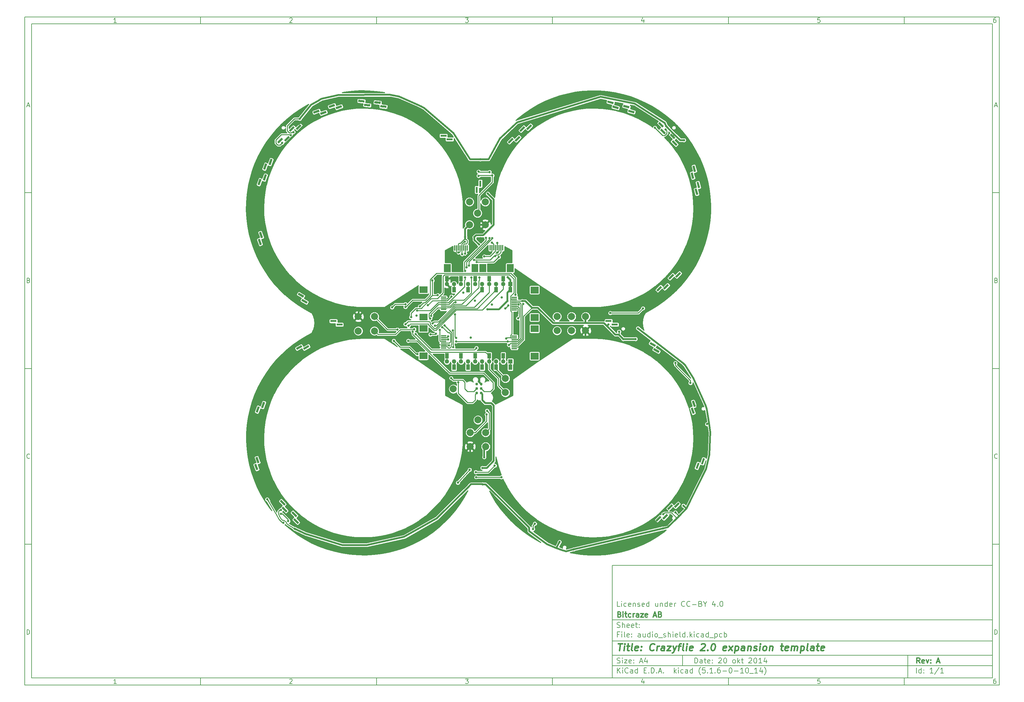
<source format=gtl>
%TF.GenerationSoftware,KiCad,Pcbnew,(5.1.6-0-10_14)*%
%TF.CreationDate,2020-07-21T12:28:25+02:00*%
%TF.ProjectId,audio_shield,61756469-6f5f-4736-9869-656c642e6b69,A*%
%TF.SameCoordinates,Original*%
%TF.FileFunction,Copper,L1,Top*%
%TF.FilePolarity,Positive*%
%FSLAX46Y46*%
G04 Gerber Fmt 4.6, Leading zero omitted, Abs format (unit mm)*
G04 Created by KiCad (PCBNEW (5.1.6-0-10_14)) date 2020-07-21 12:28:25*
%MOMM*%
%LPD*%
G01*
G04 APERTURE LIST*
%ADD10C,0.150000*%
%ADD11C,0.300000*%
%ADD12C,0.400000*%
%TA.AperFunction,EtchedComponent*%
%ADD13C,0.100000*%
%TD*%
%TA.AperFunction,SMDPad,CuDef*%
%ADD14C,1.050000*%
%TD*%
%TA.AperFunction,SMDPad,CuDef*%
%ADD15R,1.000000X1.600000*%
%TD*%
%TA.AperFunction,ComponentPad*%
%ADD16C,1.250000*%
%TD*%
%TA.AperFunction,ComponentPad*%
%ADD17R,1.250000X1.250000*%
%TD*%
%TA.AperFunction,ConnectorPad*%
%ADD18C,0.787400*%
%TD*%
%TA.AperFunction,SMDPad,CuDef*%
%ADD19R,0.400000X1.500000*%
%TD*%
%TA.AperFunction,SMDPad,CuDef*%
%ADD20R,1.500000X0.400000*%
%TD*%
%TA.AperFunction,ComponentPad*%
%ADD21C,2.000000*%
%TD*%
%TA.AperFunction,SMDPad,CuDef*%
%ADD22C,0.150000*%
%TD*%
%TA.AperFunction,SMDPad,CuDef*%
%ADD23R,1.750000X0.600000*%
%TD*%
%TA.AperFunction,SMDPad,CuDef*%
%ADD24R,0.600000X1.750000*%
%TD*%
%TA.AperFunction,ViaPad*%
%ADD25C,0.635000*%
%TD*%
%TA.AperFunction,Conductor*%
%ADD26C,0.250000*%
%TD*%
%TA.AperFunction,Conductor*%
%ADD27C,0.500000*%
%TD*%
%TA.AperFunction,Conductor*%
%ADD28C,0.254000*%
%TD*%
G04 APERTURE END LIST*
D10*
X177002200Y-166007200D02*
X177002200Y-198007200D01*
X285002200Y-198007200D01*
X285002200Y-166007200D01*
X177002200Y-166007200D01*
X10000000Y-10000000D02*
X10000000Y-200007200D01*
X287002200Y-200007200D01*
X287002200Y-10000000D01*
X10000000Y-10000000D01*
X12000000Y-12000000D02*
X12000000Y-198007200D01*
X285002200Y-198007200D01*
X285002200Y-12000000D01*
X12000000Y-12000000D01*
X60000000Y-12000000D02*
X60000000Y-10000000D01*
X110000000Y-12000000D02*
X110000000Y-10000000D01*
X160000000Y-12000000D02*
X160000000Y-10000000D01*
X210000000Y-12000000D02*
X210000000Y-10000000D01*
X260000000Y-12000000D02*
X260000000Y-10000000D01*
X36065476Y-11588095D02*
X35322619Y-11588095D01*
X35694047Y-11588095D02*
X35694047Y-10288095D01*
X35570238Y-10473809D01*
X35446428Y-10597619D01*
X35322619Y-10659523D01*
X85322619Y-10411904D02*
X85384523Y-10350000D01*
X85508333Y-10288095D01*
X85817857Y-10288095D01*
X85941666Y-10350000D01*
X86003571Y-10411904D01*
X86065476Y-10535714D01*
X86065476Y-10659523D01*
X86003571Y-10845238D01*
X85260714Y-11588095D01*
X86065476Y-11588095D01*
X135260714Y-10288095D02*
X136065476Y-10288095D01*
X135632142Y-10783333D01*
X135817857Y-10783333D01*
X135941666Y-10845238D01*
X136003571Y-10907142D01*
X136065476Y-11030952D01*
X136065476Y-11340476D01*
X136003571Y-11464285D01*
X135941666Y-11526190D01*
X135817857Y-11588095D01*
X135446428Y-11588095D01*
X135322619Y-11526190D01*
X135260714Y-11464285D01*
X185941666Y-10721428D02*
X185941666Y-11588095D01*
X185632142Y-10226190D02*
X185322619Y-11154761D01*
X186127380Y-11154761D01*
X236003571Y-10288095D02*
X235384523Y-10288095D01*
X235322619Y-10907142D01*
X235384523Y-10845238D01*
X235508333Y-10783333D01*
X235817857Y-10783333D01*
X235941666Y-10845238D01*
X236003571Y-10907142D01*
X236065476Y-11030952D01*
X236065476Y-11340476D01*
X236003571Y-11464285D01*
X235941666Y-11526190D01*
X235817857Y-11588095D01*
X235508333Y-11588095D01*
X235384523Y-11526190D01*
X235322619Y-11464285D01*
X285941666Y-10288095D02*
X285694047Y-10288095D01*
X285570238Y-10350000D01*
X285508333Y-10411904D01*
X285384523Y-10597619D01*
X285322619Y-10845238D01*
X285322619Y-11340476D01*
X285384523Y-11464285D01*
X285446428Y-11526190D01*
X285570238Y-11588095D01*
X285817857Y-11588095D01*
X285941666Y-11526190D01*
X286003571Y-11464285D01*
X286065476Y-11340476D01*
X286065476Y-11030952D01*
X286003571Y-10907142D01*
X285941666Y-10845238D01*
X285817857Y-10783333D01*
X285570238Y-10783333D01*
X285446428Y-10845238D01*
X285384523Y-10907142D01*
X285322619Y-11030952D01*
X60000000Y-198007200D02*
X60000000Y-200007200D01*
X110000000Y-198007200D02*
X110000000Y-200007200D01*
X160000000Y-198007200D02*
X160000000Y-200007200D01*
X210000000Y-198007200D02*
X210000000Y-200007200D01*
X260000000Y-198007200D02*
X260000000Y-200007200D01*
X36065476Y-199595295D02*
X35322619Y-199595295D01*
X35694047Y-199595295D02*
X35694047Y-198295295D01*
X35570238Y-198481009D01*
X35446428Y-198604819D01*
X35322619Y-198666723D01*
X85322619Y-198419104D02*
X85384523Y-198357200D01*
X85508333Y-198295295D01*
X85817857Y-198295295D01*
X85941666Y-198357200D01*
X86003571Y-198419104D01*
X86065476Y-198542914D01*
X86065476Y-198666723D01*
X86003571Y-198852438D01*
X85260714Y-199595295D01*
X86065476Y-199595295D01*
X135260714Y-198295295D02*
X136065476Y-198295295D01*
X135632142Y-198790533D01*
X135817857Y-198790533D01*
X135941666Y-198852438D01*
X136003571Y-198914342D01*
X136065476Y-199038152D01*
X136065476Y-199347676D01*
X136003571Y-199471485D01*
X135941666Y-199533390D01*
X135817857Y-199595295D01*
X135446428Y-199595295D01*
X135322619Y-199533390D01*
X135260714Y-199471485D01*
X185941666Y-198728628D02*
X185941666Y-199595295D01*
X185632142Y-198233390D02*
X185322619Y-199161961D01*
X186127380Y-199161961D01*
X236003571Y-198295295D02*
X235384523Y-198295295D01*
X235322619Y-198914342D01*
X235384523Y-198852438D01*
X235508333Y-198790533D01*
X235817857Y-198790533D01*
X235941666Y-198852438D01*
X236003571Y-198914342D01*
X236065476Y-199038152D01*
X236065476Y-199347676D01*
X236003571Y-199471485D01*
X235941666Y-199533390D01*
X235817857Y-199595295D01*
X235508333Y-199595295D01*
X235384523Y-199533390D01*
X235322619Y-199471485D01*
X285941666Y-198295295D02*
X285694047Y-198295295D01*
X285570238Y-198357200D01*
X285508333Y-198419104D01*
X285384523Y-198604819D01*
X285322619Y-198852438D01*
X285322619Y-199347676D01*
X285384523Y-199471485D01*
X285446428Y-199533390D01*
X285570238Y-199595295D01*
X285817857Y-199595295D01*
X285941666Y-199533390D01*
X286003571Y-199471485D01*
X286065476Y-199347676D01*
X286065476Y-199038152D01*
X286003571Y-198914342D01*
X285941666Y-198852438D01*
X285817857Y-198790533D01*
X285570238Y-198790533D01*
X285446428Y-198852438D01*
X285384523Y-198914342D01*
X285322619Y-199038152D01*
X10000000Y-60000000D02*
X12000000Y-60000000D01*
X10000000Y-110000000D02*
X12000000Y-110000000D01*
X10000000Y-160000000D02*
X12000000Y-160000000D01*
X10690476Y-35216666D02*
X11309523Y-35216666D01*
X10566666Y-35588095D02*
X11000000Y-34288095D01*
X11433333Y-35588095D01*
X11092857Y-84907142D02*
X11278571Y-84969047D01*
X11340476Y-85030952D01*
X11402380Y-85154761D01*
X11402380Y-85340476D01*
X11340476Y-85464285D01*
X11278571Y-85526190D01*
X11154761Y-85588095D01*
X10659523Y-85588095D01*
X10659523Y-84288095D01*
X11092857Y-84288095D01*
X11216666Y-84350000D01*
X11278571Y-84411904D01*
X11340476Y-84535714D01*
X11340476Y-84659523D01*
X11278571Y-84783333D01*
X11216666Y-84845238D01*
X11092857Y-84907142D01*
X10659523Y-84907142D01*
X11402380Y-135464285D02*
X11340476Y-135526190D01*
X11154761Y-135588095D01*
X11030952Y-135588095D01*
X10845238Y-135526190D01*
X10721428Y-135402380D01*
X10659523Y-135278571D01*
X10597619Y-135030952D01*
X10597619Y-134845238D01*
X10659523Y-134597619D01*
X10721428Y-134473809D01*
X10845238Y-134350000D01*
X11030952Y-134288095D01*
X11154761Y-134288095D01*
X11340476Y-134350000D01*
X11402380Y-134411904D01*
X10659523Y-185588095D02*
X10659523Y-184288095D01*
X10969047Y-184288095D01*
X11154761Y-184350000D01*
X11278571Y-184473809D01*
X11340476Y-184597619D01*
X11402380Y-184845238D01*
X11402380Y-185030952D01*
X11340476Y-185278571D01*
X11278571Y-185402380D01*
X11154761Y-185526190D01*
X10969047Y-185588095D01*
X10659523Y-185588095D01*
X287002200Y-60000000D02*
X285002200Y-60000000D01*
X287002200Y-110000000D02*
X285002200Y-110000000D01*
X287002200Y-160000000D02*
X285002200Y-160000000D01*
X285692676Y-35216666D02*
X286311723Y-35216666D01*
X285568866Y-35588095D02*
X286002200Y-34288095D01*
X286435533Y-35588095D01*
X286095057Y-84907142D02*
X286280771Y-84969047D01*
X286342676Y-85030952D01*
X286404580Y-85154761D01*
X286404580Y-85340476D01*
X286342676Y-85464285D01*
X286280771Y-85526190D01*
X286156961Y-85588095D01*
X285661723Y-85588095D01*
X285661723Y-84288095D01*
X286095057Y-84288095D01*
X286218866Y-84350000D01*
X286280771Y-84411904D01*
X286342676Y-84535714D01*
X286342676Y-84659523D01*
X286280771Y-84783333D01*
X286218866Y-84845238D01*
X286095057Y-84907142D01*
X285661723Y-84907142D01*
X286404580Y-135464285D02*
X286342676Y-135526190D01*
X286156961Y-135588095D01*
X286033152Y-135588095D01*
X285847438Y-135526190D01*
X285723628Y-135402380D01*
X285661723Y-135278571D01*
X285599819Y-135030952D01*
X285599819Y-134845238D01*
X285661723Y-134597619D01*
X285723628Y-134473809D01*
X285847438Y-134350000D01*
X286033152Y-134288095D01*
X286156961Y-134288095D01*
X286342676Y-134350000D01*
X286404580Y-134411904D01*
X285661723Y-185588095D02*
X285661723Y-184288095D01*
X285971247Y-184288095D01*
X286156961Y-184350000D01*
X286280771Y-184473809D01*
X286342676Y-184597619D01*
X286404580Y-184845238D01*
X286404580Y-185030952D01*
X286342676Y-185278571D01*
X286280771Y-185402380D01*
X286156961Y-185526190D01*
X285971247Y-185588095D01*
X285661723Y-185588095D01*
X200434342Y-193785771D02*
X200434342Y-192285771D01*
X200791485Y-192285771D01*
X201005771Y-192357200D01*
X201148628Y-192500057D01*
X201220057Y-192642914D01*
X201291485Y-192928628D01*
X201291485Y-193142914D01*
X201220057Y-193428628D01*
X201148628Y-193571485D01*
X201005771Y-193714342D01*
X200791485Y-193785771D01*
X200434342Y-193785771D01*
X202577200Y-193785771D02*
X202577200Y-193000057D01*
X202505771Y-192857200D01*
X202362914Y-192785771D01*
X202077200Y-192785771D01*
X201934342Y-192857200D01*
X202577200Y-193714342D02*
X202434342Y-193785771D01*
X202077200Y-193785771D01*
X201934342Y-193714342D01*
X201862914Y-193571485D01*
X201862914Y-193428628D01*
X201934342Y-193285771D01*
X202077200Y-193214342D01*
X202434342Y-193214342D01*
X202577200Y-193142914D01*
X203077200Y-192785771D02*
X203648628Y-192785771D01*
X203291485Y-192285771D02*
X203291485Y-193571485D01*
X203362914Y-193714342D01*
X203505771Y-193785771D01*
X203648628Y-193785771D01*
X204720057Y-193714342D02*
X204577200Y-193785771D01*
X204291485Y-193785771D01*
X204148628Y-193714342D01*
X204077200Y-193571485D01*
X204077200Y-193000057D01*
X204148628Y-192857200D01*
X204291485Y-192785771D01*
X204577200Y-192785771D01*
X204720057Y-192857200D01*
X204791485Y-193000057D01*
X204791485Y-193142914D01*
X204077200Y-193285771D01*
X205434342Y-193642914D02*
X205505771Y-193714342D01*
X205434342Y-193785771D01*
X205362914Y-193714342D01*
X205434342Y-193642914D01*
X205434342Y-193785771D01*
X205434342Y-192857200D02*
X205505771Y-192928628D01*
X205434342Y-193000057D01*
X205362914Y-192928628D01*
X205434342Y-192857200D01*
X205434342Y-193000057D01*
X207220057Y-192428628D02*
X207291485Y-192357200D01*
X207434342Y-192285771D01*
X207791485Y-192285771D01*
X207934342Y-192357200D01*
X208005771Y-192428628D01*
X208077200Y-192571485D01*
X208077200Y-192714342D01*
X208005771Y-192928628D01*
X207148628Y-193785771D01*
X208077200Y-193785771D01*
X209005771Y-192285771D02*
X209148628Y-192285771D01*
X209291485Y-192357200D01*
X209362914Y-192428628D01*
X209434342Y-192571485D01*
X209505771Y-192857200D01*
X209505771Y-193214342D01*
X209434342Y-193500057D01*
X209362914Y-193642914D01*
X209291485Y-193714342D01*
X209148628Y-193785771D01*
X209005771Y-193785771D01*
X208862914Y-193714342D01*
X208791485Y-193642914D01*
X208720057Y-193500057D01*
X208648628Y-193214342D01*
X208648628Y-192857200D01*
X208720057Y-192571485D01*
X208791485Y-192428628D01*
X208862914Y-192357200D01*
X209005771Y-192285771D01*
X211505771Y-193785771D02*
X211362914Y-193714342D01*
X211291485Y-193642914D01*
X211220057Y-193500057D01*
X211220057Y-193071485D01*
X211291485Y-192928628D01*
X211362914Y-192857200D01*
X211505771Y-192785771D01*
X211720057Y-192785771D01*
X211862914Y-192857200D01*
X211934342Y-192928628D01*
X212005771Y-193071485D01*
X212005771Y-193500057D01*
X211934342Y-193642914D01*
X211862914Y-193714342D01*
X211720057Y-193785771D01*
X211505771Y-193785771D01*
X212648628Y-193785771D02*
X212648628Y-192285771D01*
X212791485Y-193214342D02*
X213220057Y-193785771D01*
X213220057Y-192785771D02*
X212648628Y-193357200D01*
X213648628Y-192785771D02*
X214220057Y-192785771D01*
X213862914Y-192285771D02*
X213862914Y-193571485D01*
X213934342Y-193714342D01*
X214077200Y-193785771D01*
X214220057Y-193785771D01*
X215791485Y-192428628D02*
X215862914Y-192357200D01*
X216005771Y-192285771D01*
X216362914Y-192285771D01*
X216505771Y-192357200D01*
X216577200Y-192428628D01*
X216648628Y-192571485D01*
X216648628Y-192714342D01*
X216577200Y-192928628D01*
X215720057Y-193785771D01*
X216648628Y-193785771D01*
X217577200Y-192285771D02*
X217720057Y-192285771D01*
X217862914Y-192357200D01*
X217934342Y-192428628D01*
X218005771Y-192571485D01*
X218077200Y-192857200D01*
X218077200Y-193214342D01*
X218005771Y-193500057D01*
X217934342Y-193642914D01*
X217862914Y-193714342D01*
X217720057Y-193785771D01*
X217577200Y-193785771D01*
X217434342Y-193714342D01*
X217362914Y-193642914D01*
X217291485Y-193500057D01*
X217220057Y-193214342D01*
X217220057Y-192857200D01*
X217291485Y-192571485D01*
X217362914Y-192428628D01*
X217434342Y-192357200D01*
X217577200Y-192285771D01*
X219505771Y-193785771D02*
X218648628Y-193785771D01*
X219077200Y-193785771D02*
X219077200Y-192285771D01*
X218934342Y-192500057D01*
X218791485Y-192642914D01*
X218648628Y-192714342D01*
X220791485Y-192785771D02*
X220791485Y-193785771D01*
X220434342Y-192214342D02*
X220077200Y-193285771D01*
X221005771Y-193285771D01*
X177002200Y-194507200D02*
X285002200Y-194507200D01*
X178434342Y-196585771D02*
X178434342Y-195085771D01*
X179291485Y-196585771D02*
X178648628Y-195728628D01*
X179291485Y-195085771D02*
X178434342Y-195942914D01*
X179934342Y-196585771D02*
X179934342Y-195585771D01*
X179934342Y-195085771D02*
X179862914Y-195157200D01*
X179934342Y-195228628D01*
X180005771Y-195157200D01*
X179934342Y-195085771D01*
X179934342Y-195228628D01*
X181505771Y-196442914D02*
X181434342Y-196514342D01*
X181220057Y-196585771D01*
X181077200Y-196585771D01*
X180862914Y-196514342D01*
X180720057Y-196371485D01*
X180648628Y-196228628D01*
X180577200Y-195942914D01*
X180577200Y-195728628D01*
X180648628Y-195442914D01*
X180720057Y-195300057D01*
X180862914Y-195157200D01*
X181077200Y-195085771D01*
X181220057Y-195085771D01*
X181434342Y-195157200D01*
X181505771Y-195228628D01*
X182791485Y-196585771D02*
X182791485Y-195800057D01*
X182720057Y-195657200D01*
X182577200Y-195585771D01*
X182291485Y-195585771D01*
X182148628Y-195657200D01*
X182791485Y-196514342D02*
X182648628Y-196585771D01*
X182291485Y-196585771D01*
X182148628Y-196514342D01*
X182077200Y-196371485D01*
X182077200Y-196228628D01*
X182148628Y-196085771D01*
X182291485Y-196014342D01*
X182648628Y-196014342D01*
X182791485Y-195942914D01*
X184148628Y-196585771D02*
X184148628Y-195085771D01*
X184148628Y-196514342D02*
X184005771Y-196585771D01*
X183720057Y-196585771D01*
X183577200Y-196514342D01*
X183505771Y-196442914D01*
X183434342Y-196300057D01*
X183434342Y-195871485D01*
X183505771Y-195728628D01*
X183577200Y-195657200D01*
X183720057Y-195585771D01*
X184005771Y-195585771D01*
X184148628Y-195657200D01*
X186005771Y-195800057D02*
X186505771Y-195800057D01*
X186720057Y-196585771D02*
X186005771Y-196585771D01*
X186005771Y-195085771D01*
X186720057Y-195085771D01*
X187362914Y-196442914D02*
X187434342Y-196514342D01*
X187362914Y-196585771D01*
X187291485Y-196514342D01*
X187362914Y-196442914D01*
X187362914Y-196585771D01*
X188077200Y-196585771D02*
X188077200Y-195085771D01*
X188434342Y-195085771D01*
X188648628Y-195157200D01*
X188791485Y-195300057D01*
X188862914Y-195442914D01*
X188934342Y-195728628D01*
X188934342Y-195942914D01*
X188862914Y-196228628D01*
X188791485Y-196371485D01*
X188648628Y-196514342D01*
X188434342Y-196585771D01*
X188077200Y-196585771D01*
X189577200Y-196442914D02*
X189648628Y-196514342D01*
X189577200Y-196585771D01*
X189505771Y-196514342D01*
X189577200Y-196442914D01*
X189577200Y-196585771D01*
X190220057Y-196157200D02*
X190934342Y-196157200D01*
X190077200Y-196585771D02*
X190577200Y-195085771D01*
X191077200Y-196585771D01*
X191577200Y-196442914D02*
X191648628Y-196514342D01*
X191577200Y-196585771D01*
X191505771Y-196514342D01*
X191577200Y-196442914D01*
X191577200Y-196585771D01*
X194577200Y-196585771D02*
X194577200Y-195085771D01*
X194720057Y-196014342D02*
X195148628Y-196585771D01*
X195148628Y-195585771D02*
X194577200Y-196157200D01*
X195791485Y-196585771D02*
X195791485Y-195585771D01*
X195791485Y-195085771D02*
X195720057Y-195157200D01*
X195791485Y-195228628D01*
X195862914Y-195157200D01*
X195791485Y-195085771D01*
X195791485Y-195228628D01*
X197148628Y-196514342D02*
X197005771Y-196585771D01*
X196720057Y-196585771D01*
X196577200Y-196514342D01*
X196505771Y-196442914D01*
X196434342Y-196300057D01*
X196434342Y-195871485D01*
X196505771Y-195728628D01*
X196577200Y-195657200D01*
X196720057Y-195585771D01*
X197005771Y-195585771D01*
X197148628Y-195657200D01*
X198434342Y-196585771D02*
X198434342Y-195800057D01*
X198362914Y-195657200D01*
X198220057Y-195585771D01*
X197934342Y-195585771D01*
X197791485Y-195657200D01*
X198434342Y-196514342D02*
X198291485Y-196585771D01*
X197934342Y-196585771D01*
X197791485Y-196514342D01*
X197720057Y-196371485D01*
X197720057Y-196228628D01*
X197791485Y-196085771D01*
X197934342Y-196014342D01*
X198291485Y-196014342D01*
X198434342Y-195942914D01*
X199791485Y-196585771D02*
X199791485Y-195085771D01*
X199791485Y-196514342D02*
X199648628Y-196585771D01*
X199362914Y-196585771D01*
X199220057Y-196514342D01*
X199148628Y-196442914D01*
X199077200Y-196300057D01*
X199077200Y-195871485D01*
X199148628Y-195728628D01*
X199220057Y-195657200D01*
X199362914Y-195585771D01*
X199648628Y-195585771D01*
X199791485Y-195657200D01*
X202077200Y-197157200D02*
X202005771Y-197085771D01*
X201862914Y-196871485D01*
X201791485Y-196728628D01*
X201720057Y-196514342D01*
X201648628Y-196157200D01*
X201648628Y-195871485D01*
X201720057Y-195514342D01*
X201791485Y-195300057D01*
X201862914Y-195157200D01*
X202005771Y-194942914D01*
X202077200Y-194871485D01*
X203362914Y-195085771D02*
X202648628Y-195085771D01*
X202577200Y-195800057D01*
X202648628Y-195728628D01*
X202791485Y-195657200D01*
X203148628Y-195657200D01*
X203291485Y-195728628D01*
X203362914Y-195800057D01*
X203434342Y-195942914D01*
X203434342Y-196300057D01*
X203362914Y-196442914D01*
X203291485Y-196514342D01*
X203148628Y-196585771D01*
X202791485Y-196585771D01*
X202648628Y-196514342D01*
X202577200Y-196442914D01*
X204077200Y-196442914D02*
X204148628Y-196514342D01*
X204077200Y-196585771D01*
X204005771Y-196514342D01*
X204077200Y-196442914D01*
X204077200Y-196585771D01*
X205577200Y-196585771D02*
X204720057Y-196585771D01*
X205148628Y-196585771D02*
X205148628Y-195085771D01*
X205005771Y-195300057D01*
X204862914Y-195442914D01*
X204720057Y-195514342D01*
X206220057Y-196442914D02*
X206291485Y-196514342D01*
X206220057Y-196585771D01*
X206148628Y-196514342D01*
X206220057Y-196442914D01*
X206220057Y-196585771D01*
X207577200Y-195085771D02*
X207291485Y-195085771D01*
X207148628Y-195157200D01*
X207077200Y-195228628D01*
X206934342Y-195442914D01*
X206862914Y-195728628D01*
X206862914Y-196300057D01*
X206934342Y-196442914D01*
X207005771Y-196514342D01*
X207148628Y-196585771D01*
X207434342Y-196585771D01*
X207577200Y-196514342D01*
X207648628Y-196442914D01*
X207720057Y-196300057D01*
X207720057Y-195942914D01*
X207648628Y-195800057D01*
X207577200Y-195728628D01*
X207434342Y-195657200D01*
X207148628Y-195657200D01*
X207005771Y-195728628D01*
X206934342Y-195800057D01*
X206862914Y-195942914D01*
X208362914Y-196014342D02*
X209505771Y-196014342D01*
X210505771Y-195085771D02*
X210648628Y-195085771D01*
X210791485Y-195157200D01*
X210862914Y-195228628D01*
X210934342Y-195371485D01*
X211005771Y-195657200D01*
X211005771Y-196014342D01*
X210934342Y-196300057D01*
X210862914Y-196442914D01*
X210791485Y-196514342D01*
X210648628Y-196585771D01*
X210505771Y-196585771D01*
X210362914Y-196514342D01*
X210291485Y-196442914D01*
X210220057Y-196300057D01*
X210148628Y-196014342D01*
X210148628Y-195657200D01*
X210220057Y-195371485D01*
X210291485Y-195228628D01*
X210362914Y-195157200D01*
X210505771Y-195085771D01*
X211648628Y-196014342D02*
X212791485Y-196014342D01*
X214291485Y-196585771D02*
X213434342Y-196585771D01*
X213862914Y-196585771D02*
X213862914Y-195085771D01*
X213720057Y-195300057D01*
X213577200Y-195442914D01*
X213434342Y-195514342D01*
X215220057Y-195085771D02*
X215362914Y-195085771D01*
X215505771Y-195157200D01*
X215577200Y-195228628D01*
X215648628Y-195371485D01*
X215720057Y-195657200D01*
X215720057Y-196014342D01*
X215648628Y-196300057D01*
X215577200Y-196442914D01*
X215505771Y-196514342D01*
X215362914Y-196585771D01*
X215220057Y-196585771D01*
X215077200Y-196514342D01*
X215005771Y-196442914D01*
X214934342Y-196300057D01*
X214862914Y-196014342D01*
X214862914Y-195657200D01*
X214934342Y-195371485D01*
X215005771Y-195228628D01*
X215077200Y-195157200D01*
X215220057Y-195085771D01*
X216005771Y-196728628D02*
X217148628Y-196728628D01*
X218291485Y-196585771D02*
X217434342Y-196585771D01*
X217862914Y-196585771D02*
X217862914Y-195085771D01*
X217720057Y-195300057D01*
X217577200Y-195442914D01*
X217434342Y-195514342D01*
X219577200Y-195585771D02*
X219577200Y-196585771D01*
X219220057Y-195014342D02*
X218862914Y-196085771D01*
X219791485Y-196085771D01*
X220220057Y-197157200D02*
X220291485Y-197085771D01*
X220434342Y-196871485D01*
X220505771Y-196728628D01*
X220577200Y-196514342D01*
X220648628Y-196157200D01*
X220648628Y-195871485D01*
X220577200Y-195514342D01*
X220505771Y-195300057D01*
X220434342Y-195157200D01*
X220291485Y-194942914D01*
X220220057Y-194871485D01*
X177002200Y-191507200D02*
X285002200Y-191507200D01*
D11*
X264411485Y-193785771D02*
X263911485Y-193071485D01*
X263554342Y-193785771D02*
X263554342Y-192285771D01*
X264125771Y-192285771D01*
X264268628Y-192357200D01*
X264340057Y-192428628D01*
X264411485Y-192571485D01*
X264411485Y-192785771D01*
X264340057Y-192928628D01*
X264268628Y-193000057D01*
X264125771Y-193071485D01*
X263554342Y-193071485D01*
X265625771Y-193714342D02*
X265482914Y-193785771D01*
X265197200Y-193785771D01*
X265054342Y-193714342D01*
X264982914Y-193571485D01*
X264982914Y-193000057D01*
X265054342Y-192857200D01*
X265197200Y-192785771D01*
X265482914Y-192785771D01*
X265625771Y-192857200D01*
X265697200Y-193000057D01*
X265697200Y-193142914D01*
X264982914Y-193285771D01*
X266197200Y-192785771D02*
X266554342Y-193785771D01*
X266911485Y-192785771D01*
X267482914Y-193642914D02*
X267554342Y-193714342D01*
X267482914Y-193785771D01*
X267411485Y-193714342D01*
X267482914Y-193642914D01*
X267482914Y-193785771D01*
X267482914Y-192857200D02*
X267554342Y-192928628D01*
X267482914Y-193000057D01*
X267411485Y-192928628D01*
X267482914Y-192857200D01*
X267482914Y-193000057D01*
X269268628Y-193357200D02*
X269982914Y-193357200D01*
X269125771Y-193785771D02*
X269625771Y-192285771D01*
X270125771Y-193785771D01*
D10*
X178362914Y-193714342D02*
X178577200Y-193785771D01*
X178934342Y-193785771D01*
X179077200Y-193714342D01*
X179148628Y-193642914D01*
X179220057Y-193500057D01*
X179220057Y-193357200D01*
X179148628Y-193214342D01*
X179077200Y-193142914D01*
X178934342Y-193071485D01*
X178648628Y-193000057D01*
X178505771Y-192928628D01*
X178434342Y-192857200D01*
X178362914Y-192714342D01*
X178362914Y-192571485D01*
X178434342Y-192428628D01*
X178505771Y-192357200D01*
X178648628Y-192285771D01*
X179005771Y-192285771D01*
X179220057Y-192357200D01*
X179862914Y-193785771D02*
X179862914Y-192785771D01*
X179862914Y-192285771D02*
X179791485Y-192357200D01*
X179862914Y-192428628D01*
X179934342Y-192357200D01*
X179862914Y-192285771D01*
X179862914Y-192428628D01*
X180434342Y-192785771D02*
X181220057Y-192785771D01*
X180434342Y-193785771D01*
X181220057Y-193785771D01*
X182362914Y-193714342D02*
X182220057Y-193785771D01*
X181934342Y-193785771D01*
X181791485Y-193714342D01*
X181720057Y-193571485D01*
X181720057Y-193000057D01*
X181791485Y-192857200D01*
X181934342Y-192785771D01*
X182220057Y-192785771D01*
X182362914Y-192857200D01*
X182434342Y-193000057D01*
X182434342Y-193142914D01*
X181720057Y-193285771D01*
X183077200Y-193642914D02*
X183148628Y-193714342D01*
X183077200Y-193785771D01*
X183005771Y-193714342D01*
X183077200Y-193642914D01*
X183077200Y-193785771D01*
X183077200Y-192857200D02*
X183148628Y-192928628D01*
X183077200Y-193000057D01*
X183005771Y-192928628D01*
X183077200Y-192857200D01*
X183077200Y-193000057D01*
X184862914Y-193357200D02*
X185577200Y-193357200D01*
X184720057Y-193785771D02*
X185220057Y-192285771D01*
X185720057Y-193785771D01*
X186862914Y-192785771D02*
X186862914Y-193785771D01*
X186505771Y-192214342D02*
X186148628Y-193285771D01*
X187077200Y-193285771D01*
X263434342Y-196585771D02*
X263434342Y-195085771D01*
X264791485Y-196585771D02*
X264791485Y-195085771D01*
X264791485Y-196514342D02*
X264648628Y-196585771D01*
X264362914Y-196585771D01*
X264220057Y-196514342D01*
X264148628Y-196442914D01*
X264077200Y-196300057D01*
X264077200Y-195871485D01*
X264148628Y-195728628D01*
X264220057Y-195657200D01*
X264362914Y-195585771D01*
X264648628Y-195585771D01*
X264791485Y-195657200D01*
X265505771Y-196442914D02*
X265577200Y-196514342D01*
X265505771Y-196585771D01*
X265434342Y-196514342D01*
X265505771Y-196442914D01*
X265505771Y-196585771D01*
X265505771Y-195657200D02*
X265577200Y-195728628D01*
X265505771Y-195800057D01*
X265434342Y-195728628D01*
X265505771Y-195657200D01*
X265505771Y-195800057D01*
X268148628Y-196585771D02*
X267291485Y-196585771D01*
X267720057Y-196585771D02*
X267720057Y-195085771D01*
X267577200Y-195300057D01*
X267434342Y-195442914D01*
X267291485Y-195514342D01*
X269862914Y-195014342D02*
X268577200Y-196942914D01*
X271148628Y-196585771D02*
X270291485Y-196585771D01*
X270720057Y-196585771D02*
X270720057Y-195085771D01*
X270577200Y-195300057D01*
X270434342Y-195442914D01*
X270291485Y-195514342D01*
X177002200Y-187507200D02*
X285002200Y-187507200D01*
D12*
X178714580Y-188211961D02*
X179857438Y-188211961D01*
X179036009Y-190211961D02*
X179286009Y-188211961D01*
X180274104Y-190211961D02*
X180440771Y-188878628D01*
X180524104Y-188211961D02*
X180416961Y-188307200D01*
X180500295Y-188402438D01*
X180607438Y-188307200D01*
X180524104Y-188211961D01*
X180500295Y-188402438D01*
X181107438Y-188878628D02*
X181869342Y-188878628D01*
X181476485Y-188211961D02*
X181262200Y-189926247D01*
X181333628Y-190116723D01*
X181512200Y-190211961D01*
X181702676Y-190211961D01*
X182655057Y-190211961D02*
X182476485Y-190116723D01*
X182405057Y-189926247D01*
X182619342Y-188211961D01*
X184190771Y-190116723D02*
X183988390Y-190211961D01*
X183607438Y-190211961D01*
X183428866Y-190116723D01*
X183357438Y-189926247D01*
X183452676Y-189164342D01*
X183571723Y-188973866D01*
X183774104Y-188878628D01*
X184155057Y-188878628D01*
X184333628Y-188973866D01*
X184405057Y-189164342D01*
X184381247Y-189354819D01*
X183405057Y-189545295D01*
X185155057Y-190021485D02*
X185238390Y-190116723D01*
X185131247Y-190211961D01*
X185047914Y-190116723D01*
X185155057Y-190021485D01*
X185131247Y-190211961D01*
X185286009Y-188973866D02*
X185369342Y-189069104D01*
X185262200Y-189164342D01*
X185178866Y-189069104D01*
X185286009Y-188973866D01*
X185262200Y-189164342D01*
X188774104Y-190021485D02*
X188666961Y-190116723D01*
X188369342Y-190211961D01*
X188178866Y-190211961D01*
X187905057Y-190116723D01*
X187738390Y-189926247D01*
X187666961Y-189735771D01*
X187619342Y-189354819D01*
X187655057Y-189069104D01*
X187797914Y-188688152D01*
X187916961Y-188497676D01*
X188131247Y-188307200D01*
X188428866Y-188211961D01*
X188619342Y-188211961D01*
X188893152Y-188307200D01*
X188976485Y-188402438D01*
X189607438Y-190211961D02*
X189774104Y-188878628D01*
X189726485Y-189259580D02*
X189845533Y-189069104D01*
X189952676Y-188973866D01*
X190155057Y-188878628D01*
X190345533Y-188878628D01*
X191702676Y-190211961D02*
X191833628Y-189164342D01*
X191762200Y-188973866D01*
X191583628Y-188878628D01*
X191202676Y-188878628D01*
X191000295Y-188973866D01*
X191714580Y-190116723D02*
X191512200Y-190211961D01*
X191036009Y-190211961D01*
X190857438Y-190116723D01*
X190786009Y-189926247D01*
X190809819Y-189735771D01*
X190928866Y-189545295D01*
X191131247Y-189450057D01*
X191607438Y-189450057D01*
X191809819Y-189354819D01*
X192631247Y-188878628D02*
X193678866Y-188878628D01*
X192464580Y-190211961D01*
X193512200Y-190211961D01*
X194250295Y-188878628D02*
X194559819Y-190211961D01*
X195202676Y-188878628D02*
X194559819Y-190211961D01*
X194309819Y-190688152D01*
X194202676Y-190783390D01*
X194000295Y-190878628D01*
X195678866Y-188878628D02*
X196440771Y-188878628D01*
X195797914Y-190211961D02*
X196012200Y-188497676D01*
X196131247Y-188307200D01*
X196333628Y-188211961D01*
X196524104Y-188211961D01*
X197226485Y-190211961D02*
X197047914Y-190116723D01*
X196976485Y-189926247D01*
X197190771Y-188211961D01*
X197988390Y-190211961D02*
X198155057Y-188878628D01*
X198238390Y-188211961D02*
X198131247Y-188307200D01*
X198214580Y-188402438D01*
X198321723Y-188307200D01*
X198238390Y-188211961D01*
X198214580Y-188402438D01*
X199714580Y-190116723D02*
X199512200Y-190211961D01*
X199131247Y-190211961D01*
X198952676Y-190116723D01*
X198881247Y-189926247D01*
X198976485Y-189164342D01*
X199095533Y-188973866D01*
X199297914Y-188878628D01*
X199678866Y-188878628D01*
X199857438Y-188973866D01*
X199928866Y-189164342D01*
X199905057Y-189354819D01*
X198928866Y-189545295D01*
X202309819Y-188402438D02*
X202416961Y-188307200D01*
X202619342Y-188211961D01*
X203095533Y-188211961D01*
X203274104Y-188307200D01*
X203357438Y-188402438D01*
X203428866Y-188592914D01*
X203405057Y-188783390D01*
X203274104Y-189069104D01*
X201988390Y-190211961D01*
X203226485Y-190211961D01*
X204107438Y-190021485D02*
X204190771Y-190116723D01*
X204083628Y-190211961D01*
X204000295Y-190116723D01*
X204107438Y-190021485D01*
X204083628Y-190211961D01*
X205666961Y-188211961D02*
X205857438Y-188211961D01*
X206036009Y-188307200D01*
X206119342Y-188402438D01*
X206190771Y-188592914D01*
X206238390Y-188973866D01*
X206178866Y-189450057D01*
X206036009Y-189831009D01*
X205916961Y-190021485D01*
X205809819Y-190116723D01*
X205607438Y-190211961D01*
X205416961Y-190211961D01*
X205238390Y-190116723D01*
X205155057Y-190021485D01*
X205083628Y-189831009D01*
X205036009Y-189450057D01*
X205095533Y-188973866D01*
X205238390Y-188592914D01*
X205357438Y-188402438D01*
X205464580Y-188307200D01*
X205666961Y-188211961D01*
X209238390Y-190116723D02*
X209036009Y-190211961D01*
X208655057Y-190211961D01*
X208476485Y-190116723D01*
X208405057Y-189926247D01*
X208500295Y-189164342D01*
X208619342Y-188973866D01*
X208821723Y-188878628D01*
X209202676Y-188878628D01*
X209381247Y-188973866D01*
X209452676Y-189164342D01*
X209428866Y-189354819D01*
X208452676Y-189545295D01*
X209988390Y-190211961D02*
X211202676Y-188878628D01*
X210155057Y-188878628D02*
X211036009Y-190211961D01*
X211964580Y-188878628D02*
X211714580Y-190878628D01*
X211952676Y-188973866D02*
X212155057Y-188878628D01*
X212536009Y-188878628D01*
X212714580Y-188973866D01*
X212797914Y-189069104D01*
X212869342Y-189259580D01*
X212797914Y-189831009D01*
X212678866Y-190021485D01*
X212571723Y-190116723D01*
X212369342Y-190211961D01*
X211988390Y-190211961D01*
X211809819Y-190116723D01*
X214464580Y-190211961D02*
X214595533Y-189164342D01*
X214524104Y-188973866D01*
X214345533Y-188878628D01*
X213964580Y-188878628D01*
X213762200Y-188973866D01*
X214476485Y-190116723D02*
X214274104Y-190211961D01*
X213797914Y-190211961D01*
X213619342Y-190116723D01*
X213547914Y-189926247D01*
X213571723Y-189735771D01*
X213690771Y-189545295D01*
X213893152Y-189450057D01*
X214369342Y-189450057D01*
X214571723Y-189354819D01*
X215583628Y-188878628D02*
X215416961Y-190211961D01*
X215559819Y-189069104D02*
X215666961Y-188973866D01*
X215869342Y-188878628D01*
X216155057Y-188878628D01*
X216333628Y-188973866D01*
X216405057Y-189164342D01*
X216274104Y-190211961D01*
X217143152Y-190116723D02*
X217321723Y-190211961D01*
X217702676Y-190211961D01*
X217905057Y-190116723D01*
X218024104Y-189926247D01*
X218036009Y-189831009D01*
X217964580Y-189640533D01*
X217786009Y-189545295D01*
X217500295Y-189545295D01*
X217321723Y-189450057D01*
X217250295Y-189259580D01*
X217262199Y-189164342D01*
X217381247Y-188973866D01*
X217583628Y-188878628D01*
X217869342Y-188878628D01*
X218047914Y-188973866D01*
X218845533Y-190211961D02*
X219012199Y-188878628D01*
X219095533Y-188211961D02*
X218988390Y-188307200D01*
X219071723Y-188402438D01*
X219178866Y-188307200D01*
X219095533Y-188211961D01*
X219071723Y-188402438D01*
X220083628Y-190211961D02*
X219905057Y-190116723D01*
X219821723Y-190021485D01*
X219750295Y-189831009D01*
X219821723Y-189259580D01*
X219940771Y-189069104D01*
X220047914Y-188973866D01*
X220250295Y-188878628D01*
X220536009Y-188878628D01*
X220714580Y-188973866D01*
X220797914Y-189069104D01*
X220869342Y-189259580D01*
X220797914Y-189831009D01*
X220678866Y-190021485D01*
X220571723Y-190116723D01*
X220369342Y-190211961D01*
X220083628Y-190211961D01*
X221774104Y-188878628D02*
X221607438Y-190211961D01*
X221750295Y-189069104D02*
X221857438Y-188973866D01*
X222059819Y-188878628D01*
X222345533Y-188878628D01*
X222524104Y-188973866D01*
X222595533Y-189164342D01*
X222464580Y-190211961D01*
X224821723Y-188878628D02*
X225583628Y-188878628D01*
X225190771Y-188211961D02*
X224976485Y-189926247D01*
X225047914Y-190116723D01*
X225226485Y-190211961D01*
X225416961Y-190211961D01*
X226857438Y-190116723D02*
X226655057Y-190211961D01*
X226274104Y-190211961D01*
X226095533Y-190116723D01*
X226024104Y-189926247D01*
X226119342Y-189164342D01*
X226238390Y-188973866D01*
X226440771Y-188878628D01*
X226821723Y-188878628D01*
X227000295Y-188973866D01*
X227071723Y-189164342D01*
X227047914Y-189354819D01*
X226071723Y-189545295D01*
X227797914Y-190211961D02*
X227964580Y-188878628D01*
X227940771Y-189069104D02*
X228047914Y-188973866D01*
X228250295Y-188878628D01*
X228536009Y-188878628D01*
X228714580Y-188973866D01*
X228786009Y-189164342D01*
X228655057Y-190211961D01*
X228786009Y-189164342D02*
X228905057Y-188973866D01*
X229107438Y-188878628D01*
X229393152Y-188878628D01*
X229571723Y-188973866D01*
X229643152Y-189164342D01*
X229512199Y-190211961D01*
X230631247Y-188878628D02*
X230381247Y-190878628D01*
X230619342Y-188973866D02*
X230821723Y-188878628D01*
X231202676Y-188878628D01*
X231381247Y-188973866D01*
X231464580Y-189069104D01*
X231536009Y-189259580D01*
X231464580Y-189831009D01*
X231345533Y-190021485D01*
X231238390Y-190116723D01*
X231036009Y-190211961D01*
X230655057Y-190211961D01*
X230476485Y-190116723D01*
X232559819Y-190211961D02*
X232381247Y-190116723D01*
X232309819Y-189926247D01*
X232524104Y-188211961D01*
X234178866Y-190211961D02*
X234309819Y-189164342D01*
X234238390Y-188973866D01*
X234059819Y-188878628D01*
X233678866Y-188878628D01*
X233476485Y-188973866D01*
X234190771Y-190116723D02*
X233988390Y-190211961D01*
X233512199Y-190211961D01*
X233333628Y-190116723D01*
X233262199Y-189926247D01*
X233286009Y-189735771D01*
X233405057Y-189545295D01*
X233607438Y-189450057D01*
X234083628Y-189450057D01*
X234286009Y-189354819D01*
X235012199Y-188878628D02*
X235774104Y-188878628D01*
X235381247Y-188211961D02*
X235166961Y-189926247D01*
X235238390Y-190116723D01*
X235416961Y-190211961D01*
X235607438Y-190211961D01*
X237047914Y-190116723D02*
X236845533Y-190211961D01*
X236464580Y-190211961D01*
X236286009Y-190116723D01*
X236214580Y-189926247D01*
X236309819Y-189164342D01*
X236428866Y-188973866D01*
X236631247Y-188878628D01*
X237012199Y-188878628D01*
X237190771Y-188973866D01*
X237262199Y-189164342D01*
X237238390Y-189354819D01*
X236262199Y-189545295D01*
D10*
X178934342Y-185600057D02*
X178434342Y-185600057D01*
X178434342Y-186385771D02*
X178434342Y-184885771D01*
X179148628Y-184885771D01*
X179720057Y-186385771D02*
X179720057Y-185385771D01*
X179720057Y-184885771D02*
X179648628Y-184957200D01*
X179720057Y-185028628D01*
X179791485Y-184957200D01*
X179720057Y-184885771D01*
X179720057Y-185028628D01*
X180648628Y-186385771D02*
X180505771Y-186314342D01*
X180434342Y-186171485D01*
X180434342Y-184885771D01*
X181791485Y-186314342D02*
X181648628Y-186385771D01*
X181362914Y-186385771D01*
X181220057Y-186314342D01*
X181148628Y-186171485D01*
X181148628Y-185600057D01*
X181220057Y-185457200D01*
X181362914Y-185385771D01*
X181648628Y-185385771D01*
X181791485Y-185457200D01*
X181862914Y-185600057D01*
X181862914Y-185742914D01*
X181148628Y-185885771D01*
X182505771Y-186242914D02*
X182577200Y-186314342D01*
X182505771Y-186385771D01*
X182434342Y-186314342D01*
X182505771Y-186242914D01*
X182505771Y-186385771D01*
X182505771Y-185457200D02*
X182577200Y-185528628D01*
X182505771Y-185600057D01*
X182434342Y-185528628D01*
X182505771Y-185457200D01*
X182505771Y-185600057D01*
X185005771Y-186385771D02*
X185005771Y-185600057D01*
X184934342Y-185457200D01*
X184791485Y-185385771D01*
X184505771Y-185385771D01*
X184362914Y-185457200D01*
X185005771Y-186314342D02*
X184862914Y-186385771D01*
X184505771Y-186385771D01*
X184362914Y-186314342D01*
X184291485Y-186171485D01*
X184291485Y-186028628D01*
X184362914Y-185885771D01*
X184505771Y-185814342D01*
X184862914Y-185814342D01*
X185005771Y-185742914D01*
X186362914Y-185385771D02*
X186362914Y-186385771D01*
X185720057Y-185385771D02*
X185720057Y-186171485D01*
X185791485Y-186314342D01*
X185934342Y-186385771D01*
X186148628Y-186385771D01*
X186291485Y-186314342D01*
X186362914Y-186242914D01*
X187720057Y-186385771D02*
X187720057Y-184885771D01*
X187720057Y-186314342D02*
X187577200Y-186385771D01*
X187291485Y-186385771D01*
X187148628Y-186314342D01*
X187077200Y-186242914D01*
X187005771Y-186100057D01*
X187005771Y-185671485D01*
X187077200Y-185528628D01*
X187148628Y-185457200D01*
X187291485Y-185385771D01*
X187577200Y-185385771D01*
X187720057Y-185457200D01*
X188434342Y-186385771D02*
X188434342Y-185385771D01*
X188434342Y-184885771D02*
X188362914Y-184957200D01*
X188434342Y-185028628D01*
X188505771Y-184957200D01*
X188434342Y-184885771D01*
X188434342Y-185028628D01*
X189362914Y-186385771D02*
X189220057Y-186314342D01*
X189148628Y-186242914D01*
X189077200Y-186100057D01*
X189077200Y-185671485D01*
X189148628Y-185528628D01*
X189220057Y-185457200D01*
X189362914Y-185385771D01*
X189577200Y-185385771D01*
X189720057Y-185457200D01*
X189791485Y-185528628D01*
X189862914Y-185671485D01*
X189862914Y-186100057D01*
X189791485Y-186242914D01*
X189720057Y-186314342D01*
X189577200Y-186385771D01*
X189362914Y-186385771D01*
X190148628Y-186528628D02*
X191291485Y-186528628D01*
X191577200Y-186314342D02*
X191720057Y-186385771D01*
X192005771Y-186385771D01*
X192148628Y-186314342D01*
X192220057Y-186171485D01*
X192220057Y-186100057D01*
X192148628Y-185957200D01*
X192005771Y-185885771D01*
X191791485Y-185885771D01*
X191648628Y-185814342D01*
X191577200Y-185671485D01*
X191577200Y-185600057D01*
X191648628Y-185457200D01*
X191791485Y-185385771D01*
X192005771Y-185385771D01*
X192148628Y-185457200D01*
X192862914Y-186385771D02*
X192862914Y-184885771D01*
X193505771Y-186385771D02*
X193505771Y-185600057D01*
X193434342Y-185457200D01*
X193291485Y-185385771D01*
X193077200Y-185385771D01*
X192934342Y-185457200D01*
X192862914Y-185528628D01*
X194220057Y-186385771D02*
X194220057Y-185385771D01*
X194220057Y-184885771D02*
X194148628Y-184957200D01*
X194220057Y-185028628D01*
X194291485Y-184957200D01*
X194220057Y-184885771D01*
X194220057Y-185028628D01*
X195505771Y-186314342D02*
X195362914Y-186385771D01*
X195077200Y-186385771D01*
X194934342Y-186314342D01*
X194862914Y-186171485D01*
X194862914Y-185600057D01*
X194934342Y-185457200D01*
X195077200Y-185385771D01*
X195362914Y-185385771D01*
X195505771Y-185457200D01*
X195577200Y-185600057D01*
X195577200Y-185742914D01*
X194862914Y-185885771D01*
X196434342Y-186385771D02*
X196291485Y-186314342D01*
X196220057Y-186171485D01*
X196220057Y-184885771D01*
X197648628Y-186385771D02*
X197648628Y-184885771D01*
X197648628Y-186314342D02*
X197505771Y-186385771D01*
X197220057Y-186385771D01*
X197077200Y-186314342D01*
X197005771Y-186242914D01*
X196934342Y-186100057D01*
X196934342Y-185671485D01*
X197005771Y-185528628D01*
X197077200Y-185457200D01*
X197220057Y-185385771D01*
X197505771Y-185385771D01*
X197648628Y-185457200D01*
X198362914Y-186242914D02*
X198434342Y-186314342D01*
X198362914Y-186385771D01*
X198291485Y-186314342D01*
X198362914Y-186242914D01*
X198362914Y-186385771D01*
X199077200Y-186385771D02*
X199077200Y-184885771D01*
X199220057Y-185814342D02*
X199648628Y-186385771D01*
X199648628Y-185385771D02*
X199077200Y-185957200D01*
X200291485Y-186385771D02*
X200291485Y-185385771D01*
X200291485Y-184885771D02*
X200220057Y-184957200D01*
X200291485Y-185028628D01*
X200362914Y-184957200D01*
X200291485Y-184885771D01*
X200291485Y-185028628D01*
X201648628Y-186314342D02*
X201505771Y-186385771D01*
X201220057Y-186385771D01*
X201077200Y-186314342D01*
X201005771Y-186242914D01*
X200934342Y-186100057D01*
X200934342Y-185671485D01*
X201005771Y-185528628D01*
X201077200Y-185457200D01*
X201220057Y-185385771D01*
X201505771Y-185385771D01*
X201648628Y-185457200D01*
X202934342Y-186385771D02*
X202934342Y-185600057D01*
X202862914Y-185457200D01*
X202720057Y-185385771D01*
X202434342Y-185385771D01*
X202291485Y-185457200D01*
X202934342Y-186314342D02*
X202791485Y-186385771D01*
X202434342Y-186385771D01*
X202291485Y-186314342D01*
X202220057Y-186171485D01*
X202220057Y-186028628D01*
X202291485Y-185885771D01*
X202434342Y-185814342D01*
X202791485Y-185814342D01*
X202934342Y-185742914D01*
X204291485Y-186385771D02*
X204291485Y-184885771D01*
X204291485Y-186314342D02*
X204148628Y-186385771D01*
X203862914Y-186385771D01*
X203720057Y-186314342D01*
X203648628Y-186242914D01*
X203577200Y-186100057D01*
X203577200Y-185671485D01*
X203648628Y-185528628D01*
X203720057Y-185457200D01*
X203862914Y-185385771D01*
X204148628Y-185385771D01*
X204291485Y-185457200D01*
X204648628Y-186528628D02*
X205791485Y-186528628D01*
X206148628Y-185385771D02*
X206148628Y-186885771D01*
X206148628Y-185457200D02*
X206291485Y-185385771D01*
X206577200Y-185385771D01*
X206720057Y-185457200D01*
X206791485Y-185528628D01*
X206862914Y-185671485D01*
X206862914Y-186100057D01*
X206791485Y-186242914D01*
X206720057Y-186314342D01*
X206577200Y-186385771D01*
X206291485Y-186385771D01*
X206148628Y-186314342D01*
X208148628Y-186314342D02*
X208005771Y-186385771D01*
X207720057Y-186385771D01*
X207577200Y-186314342D01*
X207505771Y-186242914D01*
X207434342Y-186100057D01*
X207434342Y-185671485D01*
X207505771Y-185528628D01*
X207577200Y-185457200D01*
X207720057Y-185385771D01*
X208005771Y-185385771D01*
X208148628Y-185457200D01*
X208791485Y-186385771D02*
X208791485Y-184885771D01*
X208791485Y-185457200D02*
X208934342Y-185385771D01*
X209220057Y-185385771D01*
X209362914Y-185457200D01*
X209434342Y-185528628D01*
X209505771Y-185671485D01*
X209505771Y-186100057D01*
X209434342Y-186242914D01*
X209362914Y-186314342D01*
X209220057Y-186385771D01*
X208934342Y-186385771D01*
X208791485Y-186314342D01*
X177002200Y-181507200D02*
X285002200Y-181507200D01*
X178362914Y-183614342D02*
X178577200Y-183685771D01*
X178934342Y-183685771D01*
X179077200Y-183614342D01*
X179148628Y-183542914D01*
X179220057Y-183400057D01*
X179220057Y-183257200D01*
X179148628Y-183114342D01*
X179077200Y-183042914D01*
X178934342Y-182971485D01*
X178648628Y-182900057D01*
X178505771Y-182828628D01*
X178434342Y-182757200D01*
X178362914Y-182614342D01*
X178362914Y-182471485D01*
X178434342Y-182328628D01*
X178505771Y-182257200D01*
X178648628Y-182185771D01*
X179005771Y-182185771D01*
X179220057Y-182257200D01*
X179862914Y-183685771D02*
X179862914Y-182185771D01*
X180505771Y-183685771D02*
X180505771Y-182900057D01*
X180434342Y-182757200D01*
X180291485Y-182685771D01*
X180077200Y-182685771D01*
X179934342Y-182757200D01*
X179862914Y-182828628D01*
X181791485Y-183614342D02*
X181648628Y-183685771D01*
X181362914Y-183685771D01*
X181220057Y-183614342D01*
X181148628Y-183471485D01*
X181148628Y-182900057D01*
X181220057Y-182757200D01*
X181362914Y-182685771D01*
X181648628Y-182685771D01*
X181791485Y-182757200D01*
X181862914Y-182900057D01*
X181862914Y-183042914D01*
X181148628Y-183185771D01*
X183077200Y-183614342D02*
X182934342Y-183685771D01*
X182648628Y-183685771D01*
X182505771Y-183614342D01*
X182434342Y-183471485D01*
X182434342Y-182900057D01*
X182505771Y-182757200D01*
X182648628Y-182685771D01*
X182934342Y-182685771D01*
X183077200Y-182757200D01*
X183148628Y-182900057D01*
X183148628Y-183042914D01*
X182434342Y-183185771D01*
X183577200Y-182685771D02*
X184148628Y-182685771D01*
X183791485Y-182185771D02*
X183791485Y-183471485D01*
X183862914Y-183614342D01*
X184005771Y-183685771D01*
X184148628Y-183685771D01*
X184648628Y-183542914D02*
X184720057Y-183614342D01*
X184648628Y-183685771D01*
X184577200Y-183614342D01*
X184648628Y-183542914D01*
X184648628Y-183685771D01*
X184648628Y-182757200D02*
X184720057Y-182828628D01*
X184648628Y-182900057D01*
X184577200Y-182828628D01*
X184648628Y-182757200D01*
X184648628Y-182900057D01*
D11*
X179054342Y-179900057D02*
X179268628Y-179971485D01*
X179340057Y-180042914D01*
X179411485Y-180185771D01*
X179411485Y-180400057D01*
X179340057Y-180542914D01*
X179268628Y-180614342D01*
X179125771Y-180685771D01*
X178554342Y-180685771D01*
X178554342Y-179185771D01*
X179054342Y-179185771D01*
X179197200Y-179257200D01*
X179268628Y-179328628D01*
X179340057Y-179471485D01*
X179340057Y-179614342D01*
X179268628Y-179757200D01*
X179197200Y-179828628D01*
X179054342Y-179900057D01*
X178554342Y-179900057D01*
X180054342Y-180685771D02*
X180054342Y-179685771D01*
X180054342Y-179185771D02*
X179982914Y-179257200D01*
X180054342Y-179328628D01*
X180125771Y-179257200D01*
X180054342Y-179185771D01*
X180054342Y-179328628D01*
X180554342Y-179685771D02*
X181125771Y-179685771D01*
X180768628Y-179185771D02*
X180768628Y-180471485D01*
X180840057Y-180614342D01*
X180982914Y-180685771D01*
X181125771Y-180685771D01*
X182268628Y-180614342D02*
X182125771Y-180685771D01*
X181840057Y-180685771D01*
X181697200Y-180614342D01*
X181625771Y-180542914D01*
X181554342Y-180400057D01*
X181554342Y-179971485D01*
X181625771Y-179828628D01*
X181697200Y-179757200D01*
X181840057Y-179685771D01*
X182125771Y-179685771D01*
X182268628Y-179757200D01*
X182911485Y-180685771D02*
X182911485Y-179685771D01*
X182911485Y-179971485D02*
X182982914Y-179828628D01*
X183054342Y-179757200D01*
X183197200Y-179685771D01*
X183340057Y-179685771D01*
X184482914Y-180685771D02*
X184482914Y-179900057D01*
X184411485Y-179757200D01*
X184268628Y-179685771D01*
X183982914Y-179685771D01*
X183840057Y-179757200D01*
X184482914Y-180614342D02*
X184340057Y-180685771D01*
X183982914Y-180685771D01*
X183840057Y-180614342D01*
X183768628Y-180471485D01*
X183768628Y-180328628D01*
X183840057Y-180185771D01*
X183982914Y-180114342D01*
X184340057Y-180114342D01*
X184482914Y-180042914D01*
X185054342Y-179685771D02*
X185840057Y-179685771D01*
X185054342Y-180685771D01*
X185840057Y-180685771D01*
X186982914Y-180614342D02*
X186840057Y-180685771D01*
X186554342Y-180685771D01*
X186411485Y-180614342D01*
X186340057Y-180471485D01*
X186340057Y-179900057D01*
X186411485Y-179757200D01*
X186554342Y-179685771D01*
X186840057Y-179685771D01*
X186982914Y-179757200D01*
X187054342Y-179900057D01*
X187054342Y-180042914D01*
X186340057Y-180185771D01*
X188768628Y-180257200D02*
X189482914Y-180257200D01*
X188625771Y-180685771D02*
X189125771Y-179185771D01*
X189625771Y-180685771D01*
X190625771Y-179900057D02*
X190840057Y-179971485D01*
X190911485Y-180042914D01*
X190982914Y-180185771D01*
X190982914Y-180400057D01*
X190911485Y-180542914D01*
X190840057Y-180614342D01*
X190697200Y-180685771D01*
X190125771Y-180685771D01*
X190125771Y-179185771D01*
X190625771Y-179185771D01*
X190768628Y-179257200D01*
X190840057Y-179328628D01*
X190911485Y-179471485D01*
X190911485Y-179614342D01*
X190840057Y-179757200D01*
X190768628Y-179828628D01*
X190625771Y-179900057D01*
X190125771Y-179900057D01*
D10*
X179148628Y-177685771D02*
X178434342Y-177685771D01*
X178434342Y-176185771D01*
X179648628Y-177685771D02*
X179648628Y-176685771D01*
X179648628Y-176185771D02*
X179577200Y-176257200D01*
X179648628Y-176328628D01*
X179720057Y-176257200D01*
X179648628Y-176185771D01*
X179648628Y-176328628D01*
X181005771Y-177614342D02*
X180862914Y-177685771D01*
X180577200Y-177685771D01*
X180434342Y-177614342D01*
X180362914Y-177542914D01*
X180291485Y-177400057D01*
X180291485Y-176971485D01*
X180362914Y-176828628D01*
X180434342Y-176757200D01*
X180577200Y-176685771D01*
X180862914Y-176685771D01*
X181005771Y-176757200D01*
X182220057Y-177614342D02*
X182077200Y-177685771D01*
X181791485Y-177685771D01*
X181648628Y-177614342D01*
X181577200Y-177471485D01*
X181577200Y-176900057D01*
X181648628Y-176757200D01*
X181791485Y-176685771D01*
X182077200Y-176685771D01*
X182220057Y-176757200D01*
X182291485Y-176900057D01*
X182291485Y-177042914D01*
X181577200Y-177185771D01*
X182934342Y-176685771D02*
X182934342Y-177685771D01*
X182934342Y-176828628D02*
X183005771Y-176757200D01*
X183148628Y-176685771D01*
X183362914Y-176685771D01*
X183505771Y-176757200D01*
X183577200Y-176900057D01*
X183577200Y-177685771D01*
X184220057Y-177614342D02*
X184362914Y-177685771D01*
X184648628Y-177685771D01*
X184791485Y-177614342D01*
X184862914Y-177471485D01*
X184862914Y-177400057D01*
X184791485Y-177257200D01*
X184648628Y-177185771D01*
X184434342Y-177185771D01*
X184291485Y-177114342D01*
X184220057Y-176971485D01*
X184220057Y-176900057D01*
X184291485Y-176757200D01*
X184434342Y-176685771D01*
X184648628Y-176685771D01*
X184791485Y-176757200D01*
X186077200Y-177614342D02*
X185934342Y-177685771D01*
X185648628Y-177685771D01*
X185505771Y-177614342D01*
X185434342Y-177471485D01*
X185434342Y-176900057D01*
X185505771Y-176757200D01*
X185648628Y-176685771D01*
X185934342Y-176685771D01*
X186077200Y-176757200D01*
X186148628Y-176900057D01*
X186148628Y-177042914D01*
X185434342Y-177185771D01*
X187434342Y-177685771D02*
X187434342Y-176185771D01*
X187434342Y-177614342D02*
X187291485Y-177685771D01*
X187005771Y-177685771D01*
X186862914Y-177614342D01*
X186791485Y-177542914D01*
X186720057Y-177400057D01*
X186720057Y-176971485D01*
X186791485Y-176828628D01*
X186862914Y-176757200D01*
X187005771Y-176685771D01*
X187291485Y-176685771D01*
X187434342Y-176757200D01*
X189934342Y-176685771D02*
X189934342Y-177685771D01*
X189291485Y-176685771D02*
X189291485Y-177471485D01*
X189362914Y-177614342D01*
X189505771Y-177685771D01*
X189720057Y-177685771D01*
X189862914Y-177614342D01*
X189934342Y-177542914D01*
X190648628Y-176685771D02*
X190648628Y-177685771D01*
X190648628Y-176828628D02*
X190720057Y-176757200D01*
X190862914Y-176685771D01*
X191077200Y-176685771D01*
X191220057Y-176757200D01*
X191291485Y-176900057D01*
X191291485Y-177685771D01*
X192648628Y-177685771D02*
X192648628Y-176185771D01*
X192648628Y-177614342D02*
X192505771Y-177685771D01*
X192220057Y-177685771D01*
X192077200Y-177614342D01*
X192005771Y-177542914D01*
X191934342Y-177400057D01*
X191934342Y-176971485D01*
X192005771Y-176828628D01*
X192077200Y-176757200D01*
X192220057Y-176685771D01*
X192505771Y-176685771D01*
X192648628Y-176757200D01*
X193934342Y-177614342D02*
X193791485Y-177685771D01*
X193505771Y-177685771D01*
X193362914Y-177614342D01*
X193291485Y-177471485D01*
X193291485Y-176900057D01*
X193362914Y-176757200D01*
X193505771Y-176685771D01*
X193791485Y-176685771D01*
X193934342Y-176757200D01*
X194005771Y-176900057D01*
X194005771Y-177042914D01*
X193291485Y-177185771D01*
X194648628Y-177685771D02*
X194648628Y-176685771D01*
X194648628Y-176971485D02*
X194720057Y-176828628D01*
X194791485Y-176757200D01*
X194934342Y-176685771D01*
X195077200Y-176685771D01*
X197577200Y-177542914D02*
X197505771Y-177614342D01*
X197291485Y-177685771D01*
X197148628Y-177685771D01*
X196934342Y-177614342D01*
X196791485Y-177471485D01*
X196720057Y-177328628D01*
X196648628Y-177042914D01*
X196648628Y-176828628D01*
X196720057Y-176542914D01*
X196791485Y-176400057D01*
X196934342Y-176257200D01*
X197148628Y-176185771D01*
X197291485Y-176185771D01*
X197505771Y-176257200D01*
X197577200Y-176328628D01*
X199077200Y-177542914D02*
X199005771Y-177614342D01*
X198791485Y-177685771D01*
X198648628Y-177685771D01*
X198434342Y-177614342D01*
X198291485Y-177471485D01*
X198220057Y-177328628D01*
X198148628Y-177042914D01*
X198148628Y-176828628D01*
X198220057Y-176542914D01*
X198291485Y-176400057D01*
X198434342Y-176257200D01*
X198648628Y-176185771D01*
X198791485Y-176185771D01*
X199005771Y-176257200D01*
X199077200Y-176328628D01*
X199720057Y-177114342D02*
X200862914Y-177114342D01*
X202077200Y-176900057D02*
X202291485Y-176971485D01*
X202362914Y-177042914D01*
X202434342Y-177185771D01*
X202434342Y-177400057D01*
X202362914Y-177542914D01*
X202291485Y-177614342D01*
X202148628Y-177685771D01*
X201577200Y-177685771D01*
X201577200Y-176185771D01*
X202077200Y-176185771D01*
X202220057Y-176257200D01*
X202291485Y-176328628D01*
X202362914Y-176471485D01*
X202362914Y-176614342D01*
X202291485Y-176757200D01*
X202220057Y-176828628D01*
X202077200Y-176900057D01*
X201577200Y-176900057D01*
X203362914Y-176971485D02*
X203362914Y-177685771D01*
X202862914Y-176185771D02*
X203362914Y-176971485D01*
X203862914Y-176185771D01*
X206148628Y-176685771D02*
X206148628Y-177685771D01*
X205791485Y-176114342D02*
X205434342Y-177185771D01*
X206362914Y-177185771D01*
X206934342Y-177542914D02*
X207005771Y-177614342D01*
X206934342Y-177685771D01*
X206862914Y-177614342D01*
X206934342Y-177542914D01*
X206934342Y-177685771D01*
X207934342Y-176185771D02*
X208077200Y-176185771D01*
X208220057Y-176257200D01*
X208291485Y-176328628D01*
X208362914Y-176471485D01*
X208434342Y-176757200D01*
X208434342Y-177114342D01*
X208362914Y-177400057D01*
X208291485Y-177542914D01*
X208220057Y-177614342D01*
X208077200Y-177685771D01*
X207934342Y-177685771D01*
X207791485Y-177614342D01*
X207720057Y-177542914D01*
X207648628Y-177400057D01*
X207577200Y-177114342D01*
X207577200Y-176757200D01*
X207648628Y-176471485D01*
X207720057Y-176328628D01*
X207791485Y-176257200D01*
X207934342Y-176185771D01*
X197002200Y-191507200D02*
X197002200Y-194507200D01*
X261002200Y-191507200D02*
X261002200Y-198007200D01*
D13*
%TO.C,J8*%
G36*
X148851000Y-82500920D02*
G01*
X147051000Y-82500920D01*
X147051000Y-80300920D01*
X148851000Y-80300920D01*
X148851000Y-82500920D01*
G37*
X148851000Y-82500920D02*
X147051000Y-82500920D01*
X147051000Y-80300920D01*
X148851000Y-80300920D01*
X148851000Y-82500920D01*
G36*
X141051000Y-82500920D02*
G01*
X139251000Y-82500920D01*
X139251000Y-80300920D01*
X141051000Y-80300920D01*
X141051000Y-82500920D01*
G37*
X141051000Y-82500920D02*
X139251000Y-82500920D01*
X139251000Y-80300920D01*
X141051000Y-80300920D01*
X141051000Y-82500920D01*
%TO.C,J6*%
G36*
X122201000Y-107250920D02*
G01*
X122201000Y-105450920D01*
X124401000Y-105450920D01*
X124401000Y-107250920D01*
X122201000Y-107250920D01*
G37*
X122201000Y-107250920D02*
X122201000Y-105450920D01*
X124401000Y-105450920D01*
X124401000Y-107250920D01*
X122201000Y-107250920D01*
G36*
X122201000Y-99450920D02*
G01*
X122201000Y-97650920D01*
X124401000Y-97650920D01*
X124401000Y-99450920D01*
X122201000Y-99450920D01*
G37*
X122201000Y-99450920D02*
X122201000Y-97650920D01*
X124401000Y-97650920D01*
X124401000Y-99450920D01*
X122201000Y-99450920D01*
%TO.C,J5*%
G36*
X122201000Y-96250920D02*
G01*
X122201000Y-94450920D01*
X124401000Y-94450920D01*
X124401000Y-96250920D01*
X122201000Y-96250920D01*
G37*
X122201000Y-96250920D02*
X122201000Y-94450920D01*
X124401000Y-94450920D01*
X124401000Y-96250920D01*
X122201000Y-96250920D01*
G36*
X122201000Y-88450920D02*
G01*
X122201000Y-86650920D01*
X124401000Y-86650920D01*
X124401000Y-88450920D01*
X122201000Y-88450920D01*
G37*
X122201000Y-88450920D02*
X122201000Y-86650920D01*
X124401000Y-86650920D01*
X124401000Y-88450920D01*
X122201000Y-88450920D01*
%TO.C,J3*%
G36*
X156001000Y-86750920D02*
G01*
X156001000Y-88550920D01*
X153801000Y-88550920D01*
X153801000Y-86750920D01*
X156001000Y-86750920D01*
G37*
X156001000Y-86750920D02*
X156001000Y-88550920D01*
X153801000Y-88550920D01*
X153801000Y-86750920D01*
X156001000Y-86750920D01*
G36*
X156001000Y-94550920D02*
G01*
X156001000Y-96350920D01*
X153801000Y-96350920D01*
X153801000Y-94550920D01*
X156001000Y-94550920D01*
G37*
X156001000Y-94550920D02*
X156001000Y-96350920D01*
X153801000Y-96350920D01*
X153801000Y-94550920D01*
X156001000Y-94550920D01*
%TO.C,J4*%
G36*
X156001000Y-97750920D02*
G01*
X156001000Y-99550920D01*
X153801000Y-99550920D01*
X153801000Y-97750920D01*
X156001000Y-97750920D01*
G37*
X156001000Y-97750920D02*
X156001000Y-99550920D01*
X153801000Y-99550920D01*
X153801000Y-97750920D01*
X156001000Y-97750920D01*
G36*
X156001000Y-105550920D02*
G01*
X156001000Y-107350920D01*
X153801000Y-107350920D01*
X153801000Y-105550920D01*
X156001000Y-105550920D01*
G37*
X156001000Y-105550920D02*
X156001000Y-107350920D01*
X153801000Y-107350920D01*
X153801000Y-105550920D01*
X156001000Y-105550920D01*
%TO.C,J7*%
G36*
X138782400Y-82528600D02*
G01*
X136982400Y-82528600D01*
X136982400Y-80328600D01*
X138782400Y-80328600D01*
X138782400Y-82528600D01*
G37*
X138782400Y-82528600D02*
X136982400Y-82528600D01*
X136982400Y-80328600D01*
X138782400Y-80328600D01*
X138782400Y-82528600D01*
G36*
X130982400Y-82528600D02*
G01*
X129182400Y-82528600D01*
X129182400Y-80328600D01*
X130982400Y-80328600D01*
X130982400Y-82528600D01*
G37*
X130982400Y-82528600D02*
X129182400Y-82528600D01*
X129182400Y-80328600D01*
X130982400Y-80328600D01*
X130982400Y-82528600D01*
%TD*%
D14*
%TO.P,J1,10*%
%TO.N,GND*%
X130000000Y-86000000D03*
%TO.P,J1,9*%
%TO.N,/SPI2_NSS*%
X132000000Y-86000000D03*
%TO.P,J1,8*%
%TO.N,Net-(J1-Pad8)*%
X134000000Y-86000000D03*
%TO.P,J1,7*%
%TO.N,Net-(J1-Pad7)*%
X136000000Y-86000000D03*
%TO.P,J1,6*%
%TO.N,Net-(J1-Pad6)*%
X138000000Y-86000000D03*
%TO.P,J1,5*%
%TO.N,/SCL*%
X140000000Y-86000000D03*
%TO.P,J1,4*%
%TO.N,/SDA*%
X142000000Y-86000000D03*
%TO.P,J1,3*%
%TO.N,/TX1*%
X144000000Y-86000000D03*
%TO.P,J1,2*%
%TO.N,/RX1*%
X146000000Y-86000000D03*
%TO.P,J1,1*%
%TO.N,+3V0*%
X148000000Y-86000000D03*
D15*
%TO.P,J1,10*%
%TO.N,GND*%
X130000000Y-84400000D03*
%TO.P,J1,9*%
%TO.N,/SPI2_NSS*%
X132000000Y-87600000D03*
%TO.P,J1,8*%
%TO.N,Net-(J1-Pad8)*%
X134000000Y-84400000D03*
%TO.P,J1,7*%
%TO.N,Net-(J1-Pad7)*%
X136000000Y-87600000D03*
%TO.P,J1,6*%
%TO.N,Net-(J1-Pad6)*%
X138000000Y-84400000D03*
%TO.P,J1,5*%
%TO.N,/SCL*%
X140000000Y-87600000D03*
%TO.P,J1,4*%
%TO.N,/SDA*%
X142000000Y-84400000D03*
%TO.P,J1,3*%
%TO.N,/TX1*%
X144000000Y-87600000D03*
%TO.P,J1,2*%
%TO.N,/RX1*%
X146000000Y-84400000D03*
%TO.P,J1,1*%
%TO.N,+3V0*%
X148000000Y-87600000D03*
D16*
%TO.P,J1,5*%
%TO.N,/SCL*%
X140000000Y-86000000D03*
%TO.P,J1,6*%
%TO.N,Net-(J1-Pad6)*%
X138000000Y-86000000D03*
%TO.P,J1,7*%
%TO.N,Net-(J1-Pad7)*%
X136000000Y-86000000D03*
%TO.P,J1,4*%
%TO.N,/SDA*%
X142000000Y-86000000D03*
%TO.P,J1,3*%
%TO.N,/TX1*%
X144000000Y-86000000D03*
%TO.P,J1,9*%
%TO.N,/SPI2_NSS*%
X132000000Y-86000000D03*
%TO.P,J1,8*%
%TO.N,Net-(J1-Pad8)*%
X134000000Y-86000000D03*
D17*
%TO.P,J1,1*%
%TO.N,+3V0*%
X148000000Y-86000000D03*
D16*
%TO.P,J1,2*%
%TO.N,/RX1*%
X146000000Y-86000000D03*
%TO.P,J1,10*%
%TO.N,GND*%
X130000000Y-86000000D03*
%TD*%
D14*
%TO.P,J2,10*%
%TO.N,Net-(J2-Pad10)*%
X130000000Y-108000000D03*
%TO.P,J2,9*%
%TO.N,Net-(J2-Pad9)*%
X132000000Y-108000000D03*
%TO.P,J2,8*%
%TO.N,Net-(J2-Pad8)*%
X134000000Y-108000000D03*
%TO.P,J2,7*%
%TO.N,Net-(J2-Pad7)*%
X136000000Y-108000000D03*
%TO.P,J2,6*%
%TO.N,Net-(J2-Pad6)*%
X138000000Y-108000000D03*
%TO.P,J2,5*%
%TO.N,/SPI2_MOSI*%
X140000000Y-108000000D03*
%TO.P,J2,4*%
%TO.N,/SPI2_MISO*%
X142000000Y-108000000D03*
%TO.P,J2,3*%
%TO.N,/SPI2_CK*%
X144000000Y-108000000D03*
%TO.P,J2,2*%
%TO.N,Net-(J2-Pad2)*%
X146000000Y-108000000D03*
%TO.P,J2,1*%
%TO.N,Net-(J2-Pad1)*%
X148000000Y-108000000D03*
D15*
%TO.P,J2,10*%
%TO.N,Net-(J2-Pad10)*%
X130000000Y-106400000D03*
%TO.P,J2,9*%
%TO.N,Net-(J2-Pad9)*%
X132000000Y-109600000D03*
%TO.P,J2,8*%
%TO.N,Net-(J2-Pad8)*%
X134000000Y-106400000D03*
%TO.P,J2,7*%
%TO.N,Net-(J2-Pad7)*%
X136000000Y-109600000D03*
%TO.P,J2,6*%
%TO.N,Net-(J2-Pad6)*%
X138000000Y-106400000D03*
%TO.P,J2,5*%
%TO.N,/SPI2_MOSI*%
X140000000Y-109600000D03*
%TO.P,J2,4*%
%TO.N,/SPI2_MISO*%
X142000000Y-106400000D03*
%TO.P,J2,3*%
%TO.N,/SPI2_CK*%
X144000000Y-109600000D03*
%TO.P,J2,2*%
%TO.N,Net-(J2-Pad2)*%
X146000000Y-106400000D03*
%TO.P,J2,1*%
%TO.N,Net-(J2-Pad1)*%
X148000000Y-109600000D03*
D16*
%TO.P,J2,5*%
%TO.N,/SPI2_MOSI*%
X140000000Y-108000000D03*
%TO.P,J2,6*%
%TO.N,Net-(J2-Pad6)*%
X138000000Y-108000000D03*
%TO.P,J2,7*%
%TO.N,Net-(J2-Pad7)*%
X136000000Y-108000000D03*
%TO.P,J2,4*%
%TO.N,/SPI2_MISO*%
X142000000Y-108000000D03*
%TO.P,J2,3*%
%TO.N,/SPI2_CK*%
X144000000Y-108000000D03*
%TO.P,J2,9*%
%TO.N,Net-(J2-Pad9)*%
X132000000Y-108000000D03*
%TO.P,J2,8*%
%TO.N,Net-(J2-Pad8)*%
X134000000Y-108000000D03*
D17*
%TO.P,J2,1*%
%TO.N,Net-(J2-Pad1)*%
X148000000Y-108000000D03*
D16*
%TO.P,J2,2*%
%TO.N,Net-(J2-Pad2)*%
X146000000Y-108000000D03*
%TO.P,J2,10*%
%TO.N,Net-(J2-Pad10)*%
X130000000Y-108000000D03*
%TD*%
D18*
%TO.P,J9,6*%
%TO.N,Net-(J9-Pad6)*%
X138466000Y-114430920D03*
%TO.P,J9,5*%
%TO.N,GND*%
X139736000Y-114430920D03*
%TO.P,J9,4*%
%TO.N,/SWCLK*%
X138466000Y-115700920D03*
%TO.P,J9,3*%
%TO.N,/nRESET*%
X139736000Y-115700920D03*
%TO.P,J9,2*%
%TO.N,/SWDIO*%
X138466000Y-116970920D03*
%TO.P,J9,1*%
%TO.N,+3V0*%
X139736000Y-116970920D03*
%TD*%
D19*
%TO.P,J8,7*%
%TO.N,N/C*%
X142301000Y-75650920D03*
%TO.P,J8,1*%
%TO.N,GND*%
X142801000Y-75650920D03*
%TO.P,J8,2*%
%TO.N,+3V0*%
X143301000Y-75650920D03*
%TO.P,J8,3*%
%TO.N,Net-(J7-Pad3)*%
X143801000Y-75650920D03*
%TO.P,J8,4*%
%TO.N,Net-(J7-Pad4)*%
X144301000Y-75650920D03*
%TO.P,J8,5*%
%TO.N,GND*%
X144801000Y-75650920D03*
%TO.P,J8,6*%
%TO.N,Net-(J7-Pad6)*%
X145301000Y-75650920D03*
%TO.P,J8,8*%
%TO.N,N/C*%
X145801000Y-75650920D03*
%TD*%
D20*
%TO.P,J6,7*%
%TO.N,N/C*%
X129051000Y-100700920D03*
%TO.P,J6,1*%
%TO.N,GND*%
X129051000Y-101200920D03*
%TO.P,J6,2*%
%TO.N,+3V0*%
X129051000Y-101700920D03*
%TO.P,J6,3*%
%TO.N,/I2S3_SD*%
X129051000Y-102200920D03*
%TO.P,J6,4*%
%TO.N,/I2S3_CK*%
X129051000Y-102700920D03*
%TO.P,J6,5*%
%TO.N,GND*%
X129051000Y-103200920D03*
%TO.P,J6,6*%
%TO.N,/I2S3_WS*%
X129051000Y-103700920D03*
%TO.P,J6,8*%
%TO.N,N/C*%
X129051000Y-104200920D03*
%TD*%
%TO.P,J5,7*%
%TO.N,N/C*%
X129051000Y-89700920D03*
%TO.P,J5,1*%
%TO.N,GND*%
X129051000Y-90200920D03*
%TO.P,J5,2*%
%TO.N,+3V0*%
X129051000Y-90700920D03*
%TO.P,J5,3*%
%TO.N,/I2S3_SD*%
X129051000Y-91200920D03*
%TO.P,J5,4*%
%TO.N,/I2S3_CK*%
X129051000Y-91700920D03*
%TO.P,J5,5*%
%TO.N,+3V0*%
X129051000Y-92200920D03*
%TO.P,J5,6*%
%TO.N,/I2S3_WS*%
X129051000Y-92700920D03*
%TO.P,J5,8*%
%TO.N,N/C*%
X129051000Y-93200920D03*
%TD*%
%TO.P,J3,7*%
%TO.N,N/C*%
X149151000Y-93300920D03*
%TO.P,J3,1*%
%TO.N,GND*%
X149151000Y-92800920D03*
%TO.P,J3,2*%
%TO.N,+3V0*%
X149151000Y-92300920D03*
%TO.P,J3,3*%
%TO.N,/I2S1_SD*%
X149151000Y-91800920D03*
%TO.P,J3,4*%
%TO.N,/I2S1_CK*%
X149151000Y-91300920D03*
%TO.P,J3,5*%
%TO.N,+3V0*%
X149151000Y-90800920D03*
%TO.P,J3,6*%
%TO.N,/I2S1_WS*%
X149151000Y-90300920D03*
%TO.P,J3,8*%
%TO.N,N/C*%
X149151000Y-89800920D03*
%TD*%
%TO.P,J4,7*%
%TO.N,N/C*%
X149151000Y-104300920D03*
%TO.P,J4,1*%
%TO.N,GND*%
X149151000Y-103800920D03*
%TO.P,J4,2*%
%TO.N,+3V0*%
X149151000Y-103300920D03*
%TO.P,J4,3*%
%TO.N,/I2S1_SD*%
X149151000Y-102800920D03*
%TO.P,J4,4*%
%TO.N,/I2S1_CK*%
X149151000Y-102300920D03*
%TO.P,J4,5*%
%TO.N,GND*%
X149151000Y-101800920D03*
%TO.P,J4,6*%
%TO.N,/I2S1_WS*%
X149151000Y-101300920D03*
%TO.P,J4,8*%
%TO.N,N/C*%
X149151000Y-100800920D03*
%TD*%
D21*
%TO.P,TX1,1*%
%TO.N,/TX1*%
X165400000Y-95200000D03*
%TD*%
%TO.P,SPI2_MOSI1,1*%
%TO.N,/SPI2_MOSI*%
X131800000Y-115800000D03*
%TD*%
%TO.P,SPI2_MISO1,1*%
%TO.N,/SPI2_MISO*%
X146600000Y-116800000D03*
%TD*%
%TO.P,SPI2_CK1,1*%
%TO.N,/SPI2_CK*%
X146600000Y-112800000D03*
%TD*%
%TO.P,SDL1,1*%
%TO.N,/SCL*%
X161300000Y-99200000D03*
%TD*%
%TO.P,SDA1,1*%
%TO.N,/SDA*%
X161300000Y-95200000D03*
%TD*%
%TO.P,RX1,1*%
%TO.N,/RX1*%
X165400000Y-99200000D03*
%TD*%
%TO.P,PC3,1*%
%TO.N,/PC3*%
X109400000Y-99300000D03*
%TD*%
%TO.P,PA2,1*%
%TO.N,/PA2*%
X109400000Y-95200000D03*
%TD*%
%TO.P,I2S3_WS1,1*%
%TO.N,/I2S3_WS*%
X138700000Y-65800000D03*
%TD*%
%TO.P,I2S3_SD1,1*%
%TO.N,/I2S3_SD*%
X136400000Y-62600000D03*
%TD*%
%TO.P,I2S3_CK1,1*%
%TO.N,/I2S3_CK*%
X140900000Y-62600000D03*
%TD*%
%TO.P,I2S1_WS1,1*%
%TO.N,/I2S1_WS*%
X138800000Y-124600000D03*
%TD*%
%TO.P,I2S1_SD1,1*%
%TO.N,/I2S1_SD*%
X136600000Y-128200000D03*
%TD*%
%TO.P,I2S1_CK1,1*%
%TO.N,/I2S1_CK*%
X141000000Y-128200000D03*
%TD*%
%TO.P,GND4,1*%
%TO.N,GND*%
X104800000Y-95200000D03*
%TD*%
%TO.P,GND3,1*%
%TO.N,GND*%
X136600000Y-132200000D03*
%TD*%
%TO.P,GND2,1*%
%TO.N,GND*%
X169400000Y-99200000D03*
%TD*%
%TO.P,GND1,1*%
%TO.N,GND*%
X140900000Y-69100000D03*
%TD*%
%TO.P,3V0_4,1*%
%TO.N,+3V0*%
X141000000Y-132200000D03*
%TD*%
%TO.P,3V0_3,1*%
%TO.N,+3V0*%
X169400000Y-95200000D03*
%TD*%
%TO.P,3V0_2,1*%
%TO.N,+3V0*%
X136400000Y-69100000D03*
%TD*%
%TO.P,3V0_1,1*%
%TO.N,+3V0*%
X104800000Y-99300000D03*
%TD*%
%TA.AperFunction,SMDPad,CuDef*%
D22*
%TO.P,J43,2*%
%TO.N,Net-(J43-Pad2)*%
G36*
X76752754Y-136727304D02*
G01*
X76188939Y-136932516D01*
X75590404Y-135288054D01*
X76154219Y-135082842D01*
X76752754Y-136727304D01*
G37*
%TD.AperFunction*%
%TA.AperFunction,SMDPad,CuDef*%
%TO.P,J43,1*%
%TO.N,Net-(J43-Pad1)*%
G36*
X76411596Y-138713786D02*
G01*
X75847781Y-138918998D01*
X75249246Y-137274536D01*
X75813061Y-137069324D01*
X76411596Y-138713786D01*
G37*
%TD.AperFunction*%
%TD*%
%TA.AperFunction,SMDPad,CuDef*%
%TO.P,J42,2*%
%TO.N,Net-(J42-Pad2)*%
G36*
X201249246Y-136727304D02*
G01*
X201813061Y-136932516D01*
X201214526Y-138576978D01*
X200650711Y-138371766D01*
X201249246Y-136727304D01*
G37*
%TD.AperFunction*%
%TA.AperFunction,SMDPad,CuDef*%
%TO.P,J42,1*%
%TO.N,Net-(J42-Pad1)*%
G36*
X202787474Y-135424862D02*
G01*
X203351289Y-135630074D01*
X202752754Y-137274536D01*
X202188939Y-137069324D01*
X202787474Y-135424862D01*
G37*
%TD.AperFunction*%
%TD*%
D23*
%TO.P,J41,2*%
%TO.N,Net-(J41-Pad2)*%
X130776000Y-44800920D03*
%TO.P,J41,1*%
%TO.N,Net-(J41-Pad1)*%
X129026000Y-43800920D03*
%TD*%
%TA.AperFunction,SMDPad,CuDef*%
D22*
%TO.P,J40,2*%
%TO.N,Net-(J40-Pad2)*%
G36*
X188601000Y-104693741D02*
G01*
X188901000Y-104174125D01*
X190416544Y-105049125D01*
X190116544Y-105568741D01*
X188601000Y-104693741D01*
G37*
%TD.AperFunction*%
%TA.AperFunction,SMDPad,CuDef*%
%TO.P,J40,1*%
%TO.N,Net-(J40-Pad1)*%
G36*
X187585456Y-102952715D02*
G01*
X187885456Y-102433099D01*
X189401000Y-103308099D01*
X189101000Y-103827715D01*
X187585456Y-102952715D01*
G37*
%TD.AperFunction*%
%TD*%
%TA.AperFunction,SMDPad,CuDef*%
%TO.P,J39,2*%
%TO.N,Net-(J39-Pad2)*%
G36*
X89401000Y-104693741D02*
G01*
X89101000Y-104174125D01*
X90616544Y-103299125D01*
X90916544Y-103818741D01*
X89401000Y-104693741D01*
G37*
%TD.AperFunction*%
%TA.AperFunction,SMDPad,CuDef*%
%TO.P,J39,1*%
%TO.N,Net-(J39-Pad1)*%
G36*
X87385456Y-104702715D02*
G01*
X87085456Y-104183099D01*
X88601000Y-103308099D01*
X88901000Y-103827715D01*
X87385456Y-104702715D01*
G37*
%TD.AperFunction*%
%TD*%
D24*
%TO.P,J38,2*%
%TO.N,Net-(J38-Pad2)*%
X139501000Y-57425000D03*
%TO.P,J38,1*%
%TO.N,Net-(J38-Pad1)*%
X138501000Y-59175000D03*
%TD*%
D23*
%TO.P,J37,2*%
%TO.N,Net-(J37-Pad2)*%
X97725000Y-96500920D03*
%TO.P,J37,1*%
%TO.N,Net-(J37-Pad1)*%
X99475000Y-97500920D03*
%TD*%
%TA.AperFunction,SMDPad,CuDef*%
D22*
%TO.P,J36,2*%
%TO.N,Net-(J36-Pad2)*%
G36*
X77752754Y-121274536D02*
G01*
X77188939Y-121069324D01*
X77787474Y-119424862D01*
X78351289Y-119630074D01*
X77752754Y-121274536D01*
G37*
%TD.AperFunction*%
%TA.AperFunction,SMDPad,CuDef*%
%TO.P,J36,1*%
%TO.N,Net-(J36-Pad1)*%
G36*
X76214526Y-122576978D02*
G01*
X75650711Y-122371766D01*
X76249246Y-120727304D01*
X76813061Y-120932516D01*
X76214526Y-122576978D01*
G37*
%TD.AperFunction*%
%TD*%
D23*
%TO.P,J35,2*%
%TO.N,Net-(J35-Pad2)*%
X175926000Y-96500920D03*
%TO.P,J35,1*%
%TO.N,Net-(J35-Pad1)*%
X177676000Y-97500920D03*
%TD*%
%TA.AperFunction,SMDPad,CuDef*%
D22*
%TO.P,J34,2*%
%TO.N,Net-(J34-Pad2)*%
G36*
X199249246Y-121274536D02*
G01*
X199813061Y-121069324D01*
X200411596Y-122713786D01*
X199847781Y-122918998D01*
X199249246Y-121274536D01*
G37*
%TD.AperFunction*%
%TA.AperFunction,SMDPad,CuDef*%
%TO.P,J34,1*%
%TO.N,Net-(J34-Pad1)*%
G36*
X199590404Y-119288054D02*
G01*
X200154219Y-119082842D01*
X200752754Y-120727304D01*
X200188939Y-120932516D01*
X199590404Y-119288054D01*
G37*
%TD.AperFunction*%
%TD*%
%TA.AperFunction,SMDPad,CuDef*%
%TO.P,J33,2*%
%TO.N,Net-(J33-Pad2)*%
G36*
X88601000Y-90693741D02*
G01*
X88901000Y-90174125D01*
X90416544Y-91049125D01*
X90116544Y-91568741D01*
X88601000Y-90693741D01*
G37*
%TD.AperFunction*%
%TA.AperFunction,SMDPad,CuDef*%
%TO.P,J33,1*%
%TO.N,Net-(J33-Pad1)*%
G36*
X87585456Y-88952715D02*
G01*
X87885456Y-88433099D01*
X89401000Y-89308099D01*
X89101000Y-89827715D01*
X87585456Y-88952715D01*
G37*
%TD.AperFunction*%
%TD*%
%TA.AperFunction,SMDPad,CuDef*%
%TO.P,J32,2*%
%TO.N,Net-(J32-Pad2)*%
G36*
X76249246Y-73274536D02*
G01*
X76813061Y-73069324D01*
X77411596Y-74713786D01*
X76847781Y-74918998D01*
X76249246Y-73274536D01*
G37*
%TD.AperFunction*%
%TA.AperFunction,SMDPad,CuDef*%
%TO.P,J32,1*%
%TO.N,Net-(J32-Pad1)*%
G36*
X76590404Y-71288054D02*
G01*
X77154219Y-71082842D01*
X77752754Y-72727304D01*
X77188939Y-72932516D01*
X76590404Y-71288054D01*
G37*
%TD.AperFunction*%
%TD*%
%TA.AperFunction,SMDPad,CuDef*%
%TO.P,J31,2*%
%TO.N,Net-(J31-Pad2)*%
G36*
X190535315Y-42166606D02*
G01*
X190959579Y-41742342D01*
X192197015Y-42979778D01*
X191772751Y-43404042D01*
X190535315Y-42166606D01*
G37*
%TD.AperFunction*%
%TA.AperFunction,SMDPad,CuDef*%
%TO.P,J31,1*%
%TO.N,Net-(J31-Pad1)*%
G36*
X190004985Y-40222062D02*
G01*
X190429249Y-39797798D01*
X191666685Y-41035234D01*
X191242421Y-41459498D01*
X190004985Y-40222062D01*
G37*
%TD.AperFunction*%
%TD*%
%TA.AperFunction,SMDPad,CuDef*%
%TO.P,J30,1*%
%TO.N,+3V0*%
G36*
X193304985Y-43522062D02*
G01*
X193729249Y-43097798D01*
X194966685Y-44335234D01*
X194542421Y-44759498D01*
X193304985Y-43522062D01*
G37*
%TD.AperFunction*%
%TA.AperFunction,SMDPad,CuDef*%
%TO.P,J30,2*%
%TO.N,Net-(J30-Pad2)*%
G36*
X193835315Y-45466606D02*
G01*
X194259579Y-45042342D01*
X195497015Y-46279778D01*
X195072751Y-46704042D01*
X193835315Y-45466606D01*
G37*
%TD.AperFunction*%
%TD*%
%TA.AperFunction,SMDPad,CuDef*%
%TO.P,J29,2*%
%TO.N,Net-(J29-Pad2)*%
G36*
X84166685Y-148535234D02*
G01*
X83742421Y-148959498D01*
X82504985Y-147722062D01*
X82929249Y-147297798D01*
X84166685Y-148535234D01*
G37*
%TD.AperFunction*%
%TA.AperFunction,SMDPad,CuDef*%
%TO.P,J29,1*%
%TO.N,Net-(J29-Pad1)*%
G36*
X84697015Y-150479778D02*
G01*
X84272751Y-150904042D01*
X83035315Y-149666606D01*
X83459579Y-149242342D01*
X84697015Y-150479778D01*
G37*
%TD.AperFunction*%
%TD*%
%TA.AperFunction,SMDPad,CuDef*%
%TO.P,J28,2*%
%TO.N,Net-(J28-Pad2)*%
G36*
X87466685Y-151835234D02*
G01*
X87042421Y-152259498D01*
X85804985Y-151022062D01*
X86229249Y-150597798D01*
X87466685Y-151835234D01*
G37*
%TD.AperFunction*%
%TA.AperFunction,SMDPad,CuDef*%
%TO.P,J28,1*%
%TO.N,Net-(J28-Pad1)*%
G36*
X87997015Y-153779778D02*
G01*
X87572751Y-154204042D01*
X86335315Y-152966606D01*
X86759579Y-152542342D01*
X87997015Y-153779778D01*
G37*
%TD.AperFunction*%
%TD*%
%TA.AperFunction,SMDPad,CuDef*%
%TO.P,J27,2*%
%TO.N,Net-(J27-Pad2)*%
G36*
X194966686Y-149666605D02*
G01*
X194542422Y-149242341D01*
X195779858Y-148004905D01*
X196204122Y-148429169D01*
X194966686Y-149666605D01*
G37*
%TD.AperFunction*%
%TA.AperFunction,SMDPad,CuDef*%
%TO.P,J27,1*%
%TO.N,Net-(J27-Pad1)*%
G36*
X193022142Y-150196935D02*
G01*
X192597878Y-149772671D01*
X193835314Y-148535235D01*
X194259578Y-148959499D01*
X193022142Y-150196935D01*
G37*
%TD.AperFunction*%
%TD*%
%TA.AperFunction,SMDPad,CuDef*%
%TO.P,J26,2*%
%TO.N,Net-(J26-Pad2)*%
G36*
X191666686Y-152966605D02*
G01*
X191242422Y-152542341D01*
X192479858Y-151304905D01*
X192904122Y-151729169D01*
X191666686Y-152966605D01*
G37*
%TD.AperFunction*%
%TA.AperFunction,SMDPad,CuDef*%
%TO.P,J26,1*%
%TO.N,Net-(J26-Pad1)*%
G36*
X189722142Y-153496935D02*
G01*
X189297878Y-153072671D01*
X190535314Y-151835235D01*
X190959578Y-152259499D01*
X189722142Y-153496935D01*
G37*
%TD.AperFunction*%
%TD*%
%TA.AperFunction,SMDPad,CuDef*%
%TO.P,J25,2*%
%TO.N,Net-(J25-Pad2)*%
G36*
X78252754Y-56574536D02*
G01*
X77688939Y-56369324D01*
X78287474Y-54724862D01*
X78851289Y-54930074D01*
X78252754Y-56574536D01*
G37*
%TD.AperFunction*%
%TA.AperFunction,SMDPad,CuDef*%
%TO.P,J25,1*%
%TO.N,Net-(J25-Pad1)*%
G36*
X76714526Y-57876978D02*
G01*
X76150711Y-57671766D01*
X76749246Y-56027304D01*
X77313061Y-56232516D01*
X76714526Y-57876978D01*
G37*
%TD.AperFunction*%
%TD*%
%TA.AperFunction,SMDPad,CuDef*%
%TO.P,J24,2*%
%TO.N,Net-(J24-Pad2)*%
G36*
X79852754Y-52174536D02*
G01*
X79288939Y-51969324D01*
X79887474Y-50324862D01*
X80451289Y-50530074D01*
X79852754Y-52174536D01*
G37*
%TD.AperFunction*%
%TA.AperFunction,SMDPad,CuDef*%
%TO.P,J24,1*%
%TO.N,Net-(J24-Pad1)*%
G36*
X78314526Y-53476978D02*
G01*
X77750711Y-53271766D01*
X78349246Y-51627304D01*
X78913061Y-51832516D01*
X78314526Y-53476978D01*
G37*
%TD.AperFunction*%
%TD*%
%TA.AperFunction,SMDPad,CuDef*%
%TO.P,J23,2*%
%TO.N,Net-(J23-Pad2)*%
G36*
X84166686Y-45466605D02*
G01*
X83742422Y-45042341D01*
X84979858Y-43804905D01*
X85404122Y-44229169D01*
X84166686Y-45466605D01*
G37*
%TD.AperFunction*%
%TA.AperFunction,SMDPad,CuDef*%
%TO.P,J23,1*%
%TO.N,Net-(J23-Pad1)*%
G36*
X82222142Y-45996935D02*
G01*
X81797878Y-45572671D01*
X83035314Y-44335235D01*
X83459578Y-44759499D01*
X82222142Y-45996935D01*
G37*
%TD.AperFunction*%
%TD*%
%TA.AperFunction,SMDPad,CuDef*%
%TO.P,J22,2*%
%TO.N,Net-(J22-Pad2)*%
G36*
X86335314Y-41035235D02*
G01*
X86759578Y-41459499D01*
X85522142Y-42696935D01*
X85097878Y-42272671D01*
X86335314Y-41035235D01*
G37*
%TD.AperFunction*%
%TA.AperFunction,SMDPad,CuDef*%
%TO.P,J22,1*%
%TO.N,Net-(J22-Pad1)*%
G36*
X88279858Y-40504905D02*
G01*
X88704122Y-40929169D01*
X87466686Y-42166605D01*
X87042422Y-41742341D01*
X88279858Y-40504905D01*
G37*
%TD.AperFunction*%
%TD*%
%TA.AperFunction,SMDPad,CuDef*%
%TO.P,J21,2*%
%TO.N,Net-(J21-Pad2)*%
G36*
X94174616Y-37852674D02*
G01*
X93969404Y-37288859D01*
X95613866Y-36690324D01*
X95819078Y-37254139D01*
X94174616Y-37852674D01*
G37*
%TD.AperFunction*%
%TA.AperFunction,SMDPad,CuDef*%
%TO.P,J21,1*%
%TO.N,Net-(J21-Pad1)*%
G36*
X92188134Y-37511516D02*
G01*
X91982922Y-36947701D01*
X93627384Y-36349166D01*
X93832596Y-36912981D01*
X92188134Y-37511516D01*
G37*
%TD.AperFunction*%
%TD*%
%TA.AperFunction,SMDPad,CuDef*%
%TO.P,J20,2*%
%TO.N,Net-(J20-Pad2)*%
G36*
X98574616Y-36252674D02*
G01*
X98369404Y-35688859D01*
X100013866Y-35090324D01*
X100219078Y-35654139D01*
X98574616Y-36252674D01*
G37*
%TD.AperFunction*%
%TA.AperFunction,SMDPad,CuDef*%
%TO.P,J20,1*%
%TO.N,Net-(J20-Pad1)*%
G36*
X96588134Y-35911516D02*
G01*
X96382922Y-35347701D01*
X98027384Y-34749166D01*
X98232596Y-35312981D01*
X96588134Y-35911516D01*
G37*
%TD.AperFunction*%
%TD*%
%TA.AperFunction,SMDPad,CuDef*%
%TO.P,J19,2*%
%TO.N,Net-(J19-Pad2)*%
G36*
X106431275Y-35297876D02*
G01*
X106483568Y-34700159D01*
X108226909Y-34852682D01*
X108174616Y-35450399D01*
X106431275Y-35297876D01*
G37*
%TD.AperFunction*%
%TA.AperFunction,SMDPad,CuDef*%
%TO.P,J19,1*%
%TO.N,Net-(J19-Pad1)*%
G36*
X104775091Y-34149158D02*
G01*
X104827384Y-33551441D01*
X106570725Y-33703964D01*
X106518432Y-34301681D01*
X104775091Y-34149158D01*
G37*
%TD.AperFunction*%
%TD*%
%TA.AperFunction,SMDPad,CuDef*%
%TO.P,J18,2*%
%TO.N,Net-(J18-Pad2)*%
G36*
X111031275Y-35697876D02*
G01*
X111083568Y-35100159D01*
X112826909Y-35252682D01*
X112774616Y-35850399D01*
X111031275Y-35697876D01*
G37*
%TD.AperFunction*%
%TA.AperFunction,SMDPad,CuDef*%
%TO.P,J18,1*%
%TO.N,Net-(J18-Pad1)*%
G36*
X109375091Y-34549158D02*
G01*
X109427384Y-33951441D01*
X111170725Y-34103964D01*
X111118432Y-34701681D01*
X109375091Y-34549158D01*
G37*
%TD.AperFunction*%
%TD*%
%TA.AperFunction,SMDPad,CuDef*%
%TO.P,J17,2*%
%TO.N,Net-(J17-Pad2)*%
G36*
X152966686Y-42166605D02*
G01*
X152542422Y-41742341D01*
X153779858Y-40504905D01*
X154204122Y-40929169D01*
X152966686Y-42166605D01*
G37*
%TD.AperFunction*%
%TA.AperFunction,SMDPad,CuDef*%
%TO.P,J17,1*%
%TO.N,Net-(J17-Pad1)*%
G36*
X151022142Y-42696935D02*
G01*
X150597878Y-42272671D01*
X151835314Y-41035235D01*
X152259578Y-41459499D01*
X151022142Y-42696935D01*
G37*
%TD.AperFunction*%
%TD*%
%TA.AperFunction,SMDPad,CuDef*%
%TO.P,J16,2*%
%TO.N,Net-(J16-Pad2)*%
G36*
X181493945Y-36973661D02*
G01*
X181649237Y-36394106D01*
X183339607Y-36847039D01*
X183184315Y-37426594D01*
X181493945Y-36973661D01*
G37*
%TD.AperFunction*%
%TA.AperFunction,SMDPad,CuDef*%
%TO.P,J16,1*%
%TO.N,Net-(J16-Pad1)*%
G36*
X180062393Y-35554801D02*
G01*
X180217685Y-34975246D01*
X181908055Y-35428179D01*
X181752763Y-36007734D01*
X180062393Y-35554801D01*
G37*
%TD.AperFunction*%
%TD*%
%TA.AperFunction,SMDPad,CuDef*%
%TO.P,J15,2*%
%TO.N,Net-(J15-Pad2)*%
G36*
X199254756Y-54350461D02*
G01*
X199834311Y-54195169D01*
X200287244Y-55885539D01*
X199707689Y-56040831D01*
X199254756Y-54350461D01*
G37*
%TD.AperFunction*%
%TA.AperFunction,SMDPad,CuDef*%
%TO.P,J15,1*%
%TO.N,Net-(J15-Pad1)*%
G36*
X199767748Y-52401271D02*
G01*
X200347303Y-52245979D01*
X200800236Y-53936349D01*
X200220681Y-54091641D01*
X199767748Y-52401271D01*
G37*
%TD.AperFunction*%
%TD*%
%TA.AperFunction,SMDPad,CuDef*%
%TO.P,J14,2*%
%TO.N,Net-(J14-Pad2)*%
G36*
X195300414Y-84166605D02*
G01*
X194876150Y-83742341D01*
X196113586Y-82504905D01*
X196537850Y-82929169D01*
X195300414Y-84166605D01*
G37*
%TD.AperFunction*%
%TA.AperFunction,SMDPad,CuDef*%
%TO.P,J14,1*%
%TO.N,Net-(J14-Pad1)*%
G36*
X193355870Y-84696935D02*
G01*
X192931606Y-84272671D01*
X194169042Y-83035235D01*
X194593306Y-83459499D01*
X193355870Y-84696935D01*
G37*
%TD.AperFunction*%
%TD*%
%TA.AperFunction,SMDPad,CuDef*%
%TO.P,J13,2*%
%TO.N,Net-(J13-Pad2)*%
G36*
X191871414Y-87571850D02*
G01*
X191447150Y-87147586D01*
X192684586Y-85910150D01*
X193108850Y-86334414D01*
X191871414Y-87571850D01*
G37*
%TD.AperFunction*%
%TA.AperFunction,SMDPad,CuDef*%
%TO.P,J13,1*%
%TO.N,Net-(J13-Pad1)*%
G36*
X189926870Y-88102180D02*
G01*
X189502606Y-87677916D01*
X190740042Y-86440480D01*
X191164306Y-86864744D01*
X189926870Y-88102180D01*
G37*
%TD.AperFunction*%
%TD*%
%TA.AperFunction,SMDPad,CuDef*%
%TO.P,J12,2*%
%TO.N,Net-(J12-Pad2)*%
G36*
X200392764Y-58966651D02*
G01*
X200972319Y-58811359D01*
X201425252Y-60501729D01*
X200845697Y-60657021D01*
X200392764Y-58966651D01*
G37*
%TD.AperFunction*%
%TA.AperFunction,SMDPad,CuDef*%
%TO.P,J12,1*%
%TO.N,Net-(J12-Pad1)*%
G36*
X200905756Y-57017461D02*
G01*
X201485311Y-56862169D01*
X201938244Y-58552539D01*
X201358689Y-58707831D01*
X200905756Y-57017461D01*
G37*
%TD.AperFunction*%
%TD*%
%TA.AperFunction,SMDPad,CuDef*%
%TO.P,J11,2*%
%TO.N,Net-(J11-Pad2)*%
G36*
X176993945Y-35773661D02*
G01*
X177149237Y-35194106D01*
X178839607Y-35647039D01*
X178684315Y-36226594D01*
X176993945Y-35773661D01*
G37*
%TD.AperFunction*%
%TA.AperFunction,SMDPad,CuDef*%
%TO.P,J11,1*%
%TO.N,Net-(J11-Pad1)*%
G36*
X175562393Y-34354801D02*
G01*
X175717685Y-33775246D01*
X177408055Y-34228179D01*
X177252763Y-34807734D01*
X175562393Y-34354801D01*
G37*
%TD.AperFunction*%
%TD*%
%TA.AperFunction,SMDPad,CuDef*%
%TO.P,J10,2*%
%TO.N,Net-(J10-Pad2)*%
G36*
X149666686Y-45466605D02*
G01*
X149242422Y-45042341D01*
X150479858Y-43804905D01*
X150904122Y-44229169D01*
X149666686Y-45466605D01*
G37*
%TD.AperFunction*%
%TA.AperFunction,SMDPad,CuDef*%
%TO.P,J10,1*%
%TO.N,Net-(J10-Pad1)*%
G36*
X147722142Y-45996935D02*
G01*
X147297878Y-45572671D01*
X148535314Y-44335235D01*
X148959578Y-44759499D01*
X147722142Y-45996935D01*
G37*
%TD.AperFunction*%
%TD*%
D19*
%TO.P,J7,8*%
%TO.N,N/C*%
X135732400Y-75678600D03*
%TO.P,J7,6*%
%TO.N,Net-(J7-Pad6)*%
X135232400Y-75678600D03*
%TO.P,J7,5*%
%TO.N,+3V0*%
X134732400Y-75678600D03*
%TO.P,J7,4*%
%TO.N,Net-(J7-Pad4)*%
X134232400Y-75678600D03*
%TO.P,J7,3*%
%TO.N,Net-(J7-Pad3)*%
X133732400Y-75678600D03*
%TO.P,J7,2*%
%TO.N,+3V0*%
X133232400Y-75678600D03*
%TO.P,J7,1*%
%TO.N,GND*%
X132732400Y-75678600D03*
%TO.P,J7,7*%
%TO.N,N/C*%
X132232400Y-75678600D03*
%TD*%
D25*
%TO.N,*%
X121361200Y-94970600D03*
%TO.N,GND*%
X145592800Y-89738200D03*
X124764800Y-101142800D03*
%TO.N,+3V0*%
X86400000Y-42800000D03*
X191500000Y-151400000D03*
X194900000Y-150900000D03*
X197200000Y-149000000D03*
X162000000Y-159300000D03*
X178900000Y-99500000D03*
X175900000Y-97500000D03*
X135200000Y-72600000D03*
X142800000Y-74200000D03*
X130300000Y-101700000D03*
X131300000Y-89500000D03*
X124600000Y-92000000D03*
X141500000Y-93200000D03*
X139100000Y-74700000D03*
X139500000Y-50500999D03*
X137800000Y-72600000D03*
X132450000Y-91150000D03*
X192298576Y-41101424D03*
X197350960Y-45050960D03*
X183601000Y-101600920D03*
X180099080Y-101600920D03*
X203900000Y-125800000D03*
X150200000Y-95700000D03*
X154200000Y-92700000D03*
X140053549Y-138246451D03*
X166039333Y-161396180D03*
X191343153Y-155456847D03*
X86756847Y-155556847D03*
X140600000Y-135200000D03*
X88138000Y-38989000D03*
X194135835Y-43928648D03*
X184277000Y-98552000D03*
X147193000Y-90805000D03*
X151384000Y-90805000D03*
X114887306Y-102110562D03*
X82854800Y-150190200D03*
X147269200Y-84023200D03*
X141605000Y-60248800D03*
X140117178Y-142911178D03*
X121598120Y-105900920D03*
%TO.N,/RX1*%
X119075200Y-97840800D03*
%TO.N,/TX1*%
X118190000Y-97370000D03*
%TO.N,/SDA*%
X126600000Y-97800000D03*
%TO.N,/SCL*%
X125300000Y-100300000D03*
X126900000Y-100100000D03*
X125964500Y-97135500D03*
%TO.N,/SWDIO*%
X132300000Y-94600000D03*
X132600000Y-101300000D03*
X133197600Y-113944400D03*
%TO.N,/nRESET*%
X119000000Y-102100000D03*
%TO.N,/SWCLK*%
X131700000Y-99200000D03*
X131792521Y-103892521D03*
X131191000Y-112725200D03*
%TO.N,GND*%
X196000000Y-150100000D03*
X142500000Y-77000000D03*
X144300000Y-77000000D03*
X131000000Y-84200000D03*
X130300000Y-100900000D03*
X123288500Y-104911500D03*
X119300000Y-103200000D03*
X133730000Y-80530000D03*
X114700000Y-96200000D03*
X196287306Y-43887226D03*
X201452774Y-120947226D03*
X200400000Y-117300000D03*
X201797180Y-124940253D03*
X149600000Y-94900000D03*
X153024090Y-101275910D03*
X149900000Y-98100000D03*
X139221699Y-112278301D03*
X139000000Y-120700000D03*
X159500000Y-157500000D03*
X161100000Y-157800000D03*
X164317594Y-159882406D03*
X168060667Y-160003820D03*
X192406847Y-154293153D03*
X86043153Y-40556847D03*
X193040000Y-40005000D03*
X182043233Y-98600000D03*
X80934293Y-142910293D03*
X130556000Y-103378000D03*
X202844400Y-69519800D03*
X203936600Y-62204600D03*
X200787000Y-77597000D03*
X167259000Y-32715200D03*
X162255200Y-34188400D03*
X156362400Y-35763200D03*
X131953000Y-45796200D03*
X121793000Y-37211000D03*
X101142800Y-34010600D03*
X93290861Y-35074061D03*
X115722400Y-34925000D03*
X74015600Y-63982600D03*
X76403200Y-64058800D03*
X78968600Y-80441800D03*
X81407000Y-82829400D03*
X83489800Y-85293200D03*
X94742000Y-91287600D03*
X95072200Y-100965000D03*
X82118200Y-110007400D03*
X75717400Y-126695200D03*
X77571600Y-141198600D03*
X97155000Y-160782000D03*
X111607600Y-161061400D03*
X122682000Y-156641800D03*
X129997200Y-151257000D03*
X146634200Y-150012400D03*
X180136800Y-159512000D03*
X199771000Y-141630400D03*
X202361800Y-130479800D03*
X151866600Y-105384600D03*
X151460200Y-108331000D03*
X159943800Y-103200200D03*
X137947400Y-90678000D03*
X151866600Y-85598000D03*
X160528000Y-90271600D03*
X135610600Y-55956200D03*
X144322800Y-53517800D03*
X122605800Y-100431600D03*
X127304800Y-94792800D03*
X136728200Y-101219000D03*
X143332200Y-81076800D03*
X106578400Y-31216600D03*
X127990600Y-85852000D03*
X123596400Y-89179400D03*
X116611400Y-90297000D03*
X147523200Y-76936600D03*
X186436000Y-103403400D03*
X196037234Y-114045966D03*
X196469000Y-109093000D03*
X91414600Y-155778200D03*
X79451200Y-75234800D03*
X197739000Y-48742600D03*
X139573000Y-72948800D03*
X142748000Y-91821000D03*
X134645400Y-88392000D03*
X136868000Y-75400000D03*
%TO.N,/SPI2_MISO*%
X120300000Y-99500000D03*
%TO.N,/I2S1_SD*%
X155000000Y-154100000D03*
X150400000Y-91800000D03*
X118200000Y-92500000D03*
X151700000Y-91600000D03*
X147600000Y-103300000D03*
X154450000Y-155650000D03*
X78900000Y-147200000D03*
X149479000Y-89027000D03*
X83550000Y-153850000D03*
X145465800Y-140919200D03*
X138277600Y-140919200D03*
X141274800Y-123063000D03*
%TO.N,/I2S1_CK*%
X84900000Y-153400000D03*
X132600000Y-102300000D03*
X147300000Y-102300000D03*
X143573638Y-137626362D03*
X82800000Y-151300000D03*
X141400000Y-122000000D03*
X138176000Y-139446000D03*
%TO.N,/I2S1_WS*%
X119800000Y-95400000D03*
X146850000Y-101450000D03*
X133096000Y-142468600D03*
X136451223Y-138788023D03*
%TO.N,/I2S3_SD*%
X118200000Y-91700000D03*
X199200000Y-114100000D03*
X121500000Y-93500000D03*
X128000000Y-99000000D03*
X135199999Y-84100001D03*
X135199999Y-82200001D03*
X141100000Y-72800000D03*
X176400000Y-94200000D03*
X185711606Y-92865296D03*
X114399070Y-92600930D03*
X194894200Y-108432600D03*
%TO.N,/I2S3_CK*%
X139000000Y-54000000D03*
X125250000Y-95750000D03*
X128660000Y-98240000D03*
X136900000Y-84100000D03*
X135600000Y-81200000D03*
X142100000Y-72900000D03*
X142100000Y-54100000D03*
%TO.N,/I2S3_WS*%
X139000000Y-55200000D03*
X192100000Y-42000000D03*
X125500000Y-95000000D03*
X139200000Y-84100000D03*
X136300000Y-80700000D03*
X142900000Y-72900000D03*
X189096907Y-41503093D03*
X142900000Y-55100000D03*
X129300000Y-97700000D03*
%TO.N,Net-(J7-Pad3)*%
X133200000Y-77000000D03*
X140600000Y-78100000D03*
%TO.N,Net-(J7-Pad4)*%
X135100000Y-73900000D03*
X134300000Y-77500000D03*
X144300000Y-74300000D03*
%TO.N,Net-(J7-Pad6)*%
X137700000Y-79100000D03*
X135201000Y-77299000D03*
X143700000Y-78000000D03*
%TO.N,/I2S2_SD-SPI2_MOSI*%
X121100000Y-100200000D03*
X138379200Y-104140000D03*
%TO.N,/I2S2_CK_SPI2_CK*%
X125875960Y-84975960D03*
X122300000Y-92300000D03*
X146583400Y-92938600D03*
X127406400Y-89128600D03*
X147444777Y-92077223D03*
%TO.N,/I2S2_WS-SPI2_NSS*%
X144700000Y-78300000D03*
X138455400Y-79705200D03*
%TO.N,Net-(MK4-Pad6)*%
X83200000Y-45800000D03*
X85600000Y-43600000D03*
%TO.N,/SPI2_NSS*%
X132000000Y-87600000D03*
%TO.N,/PA2*%
X115900000Y-98900000D03*
%TO.N,/PC3*%
X120700000Y-98800000D03*
%TD*%
D26*
%TO.N,+3V0*%
X130299080Y-101700920D02*
X130300000Y-101700000D01*
X129051000Y-101700920D02*
X130299080Y-101700920D01*
X134700000Y-74655918D02*
X134700000Y-74800000D01*
X134700000Y-75600920D02*
X134700000Y-74800000D01*
X143050080Y-74400000D02*
X142800000Y-74400000D01*
X143301000Y-74650920D02*
X143050080Y-74400000D01*
X143301000Y-75650920D02*
X143301000Y-74650920D01*
D27*
X135200000Y-72600000D02*
X135200000Y-73100000D01*
X192298576Y-41101424D02*
X192298576Y-41101424D01*
D26*
X130970588Y-92200920D02*
X130400920Y-92200920D01*
X132500000Y-91200000D02*
X131971508Y-91200000D01*
X130400920Y-92200920D02*
X129051000Y-92200920D01*
X131971508Y-91200000D02*
X130970588Y-92200920D01*
X130450920Y-90349080D02*
X131300000Y-89500000D01*
D27*
X183601000Y-101600920D02*
X180099080Y-101600920D01*
D26*
X178065039Y-100334961D02*
X177865039Y-100334961D01*
X150576011Y-92715230D02*
X150576011Y-95323989D01*
X150261691Y-92400910D02*
X150576011Y-92715230D01*
X150124008Y-92400910D02*
X150261691Y-92400910D01*
X149151000Y-92300920D02*
X150024018Y-92300920D01*
X150024018Y-92300920D02*
X150124008Y-92400910D01*
X150576011Y-95323989D02*
X150200000Y-95700000D01*
X150200000Y-95700000D02*
X150100000Y-95800000D01*
D27*
X178833121Y-100334961D02*
X180099080Y-101600920D01*
X177865039Y-100334961D02*
X178833121Y-100334961D01*
D26*
X151792519Y-101735800D02*
X151792519Y-95107481D01*
X151792519Y-95107481D02*
X154200000Y-92700000D01*
X150227399Y-103300920D02*
X151792519Y-101735800D01*
X149151000Y-103300920D02*
X150227399Y-103300920D01*
D27*
X140053549Y-138246451D02*
X140053549Y-138246451D01*
D26*
X195918381Y-151918381D02*
X196018381Y-151918381D01*
X194900000Y-150900000D02*
X195918381Y-151918381D01*
X193806897Y-151029895D02*
X195168381Y-152391379D01*
X195168381Y-152391379D02*
X195168381Y-152768381D01*
X191870105Y-151029895D02*
X193806897Y-151029895D01*
X191500000Y-151400000D02*
X191870105Y-151029895D01*
D27*
X196018381Y-151918381D02*
X195168381Y-152768381D01*
D26*
X124600000Y-92000000D02*
X125899080Y-90700920D01*
X129051000Y-90700920D02*
X127599080Y-90700920D01*
X125899080Y-90700920D02*
X127599080Y-90700920D01*
D27*
X139100000Y-74700000D02*
X137800999Y-73400999D01*
D26*
X135024009Y-73275991D02*
X135200000Y-73100000D01*
X134870917Y-73275991D02*
X135024009Y-73275991D01*
X133431388Y-74369532D02*
X133777376Y-74369532D01*
X133777376Y-74369532D02*
X134870917Y-73275991D01*
X133200000Y-74600920D02*
X133431388Y-74369532D01*
X133200000Y-75600920D02*
X133200000Y-74600920D01*
D27*
X148000000Y-87600000D02*
X148000000Y-86000000D01*
X140600000Y-132600000D02*
X141000000Y-132200000D01*
X140600000Y-135200000D02*
X140600000Y-132600000D01*
X137800999Y-73400999D02*
X137800999Y-72600999D01*
X137800000Y-72600000D02*
X137800999Y-72600999D01*
X135200000Y-70300000D02*
X136400000Y-69100000D01*
X135200000Y-72600000D02*
X135200000Y-70300000D01*
X123571000Y-35941000D02*
X131826000Y-43053000D01*
X131826000Y-43053000D02*
X135636000Y-49022000D01*
X135636000Y-49022000D02*
X136589241Y-50481759D01*
X136589241Y-50481759D02*
X141823088Y-50481759D01*
X141823088Y-50481759D02*
X145034000Y-44577000D01*
X192298576Y-41101424D02*
X191897000Y-40132000D01*
X196248112Y-45050960D02*
X197350960Y-45050960D01*
X197112899Y-108449101D02*
X187841038Y-101325289D01*
X187841038Y-101325289D02*
X184277000Y-98552000D01*
X204851000Y-128143000D02*
X204597000Y-134493000D01*
X204502342Y-125570658D02*
X204851000Y-128143000D01*
X203900000Y-125800000D02*
X204502342Y-125570658D01*
X162000000Y-159300000D02*
X161095774Y-161103226D01*
X89780500Y-156980500D02*
X100277000Y-160200000D01*
X107241000Y-160200000D02*
X100277000Y-160200000D01*
X117830007Y-157886993D02*
X127107546Y-152634546D01*
X136159270Y-143582822D02*
X127107546Y-152634546D01*
X107241000Y-160200000D02*
X117830007Y-157886993D01*
X161095774Y-161103226D02*
X158445731Y-159943269D01*
X166039333Y-161396180D02*
X191343153Y-155456847D01*
X163890693Y-161991307D02*
X166039333Y-161396180D01*
X191343153Y-155456847D02*
X192764381Y-155172381D01*
X195168381Y-152768381D02*
X192764381Y-155172381D01*
X197200000Y-149000000D02*
X198098381Y-149838381D01*
X198098381Y-149838381D02*
X196018381Y-151918381D01*
X183364425Y-34694575D02*
X191897000Y-40132000D01*
D26*
X130450920Y-90349080D02*
X130070920Y-90700920D01*
X129051000Y-90700920D02*
X130070920Y-90700920D01*
D27*
X142400000Y-93200000D02*
X141500000Y-93200000D01*
X144798000Y-93200000D02*
X147193000Y-90805000D01*
X142400000Y-93200000D02*
X144798000Y-93200000D01*
X152305000Y-90805000D02*
X154200000Y-92700000D01*
X151384000Y-90805000D02*
X152305000Y-90805000D01*
X147193000Y-88407000D02*
X148000000Y-87600000D01*
X147193000Y-90805000D02*
X147193000Y-88407000D01*
D26*
X149155080Y-90805000D02*
X149151000Y-90800920D01*
X151384000Y-90805000D02*
X149155080Y-90805000D01*
D27*
X204502342Y-125570658D02*
X203800000Y-121400000D01*
X203800000Y-121400000D02*
X203500000Y-120400000D01*
X203500000Y-120400000D02*
X200000000Y-112700000D01*
X200000000Y-112700000D02*
X197700000Y-109100000D01*
X197700000Y-109100000D02*
X197112899Y-108449101D01*
X161095774Y-161103226D02*
X162500000Y-161600000D01*
X162500000Y-161600000D02*
X163890693Y-161991307D01*
X198098381Y-149838381D02*
X203664050Y-138564050D01*
X204597000Y-134493000D02*
X203664050Y-138564050D01*
X93510000Y-33780000D02*
X94270000Y-33320000D01*
X94270000Y-33320000D02*
X99160000Y-32160000D01*
X114200000Y-32170000D02*
X116379470Y-32651672D01*
X116379470Y-32651672D02*
X121560000Y-34880000D01*
X121560000Y-34880000D02*
X122780000Y-35490000D01*
X122780000Y-35490000D02*
X123568343Y-35945365D01*
X194622976Y-43425824D02*
X196248112Y-45050960D01*
X192298576Y-41101424D02*
X194622976Y-43425824D01*
D26*
X194135835Y-43912965D02*
X194622976Y-43425824D01*
X194135835Y-43928648D02*
X194135835Y-43912965D01*
X86400000Y-42800000D02*
X85952600Y-42800000D01*
X85952600Y-42800000D02*
X85775800Y-42976800D01*
X85775800Y-42976800D02*
X85217000Y-42976800D01*
X85217000Y-42976800D02*
X84607400Y-42367200D01*
X84607400Y-42367200D02*
X84607400Y-40995600D01*
X84607400Y-40995600D02*
X86614000Y-38989000D01*
X88138000Y-38989000D02*
X86614000Y-38989000D01*
D27*
X91402965Y-34989565D02*
X93510000Y-33780000D01*
X88138000Y-38989000D02*
X91402965Y-34989565D01*
D26*
X86756847Y-155556847D02*
X84556600Y-154178000D01*
X84556600Y-154178000D02*
X84251800Y-153593800D01*
X84251800Y-153593800D02*
X83642200Y-153162000D01*
X83642200Y-153162000D02*
X83235800Y-153136600D01*
X83235800Y-153136600D02*
X82804000Y-152730200D01*
X82804000Y-152730200D02*
X82448400Y-151968200D01*
X82854800Y-150190200D02*
X82524600Y-150190200D01*
X82140670Y-150574130D02*
X82140670Y-151386930D01*
X82524600Y-150190200D02*
X82140670Y-150574130D01*
X82448400Y-151968200D02*
X82140670Y-151386930D01*
D27*
X89780500Y-156980500D02*
X86756847Y-155556847D01*
X148000000Y-84754000D02*
X147269200Y-84023200D01*
X148000000Y-86000000D02*
X148000000Y-84754000D01*
D26*
X178900000Y-100268082D02*
X178833121Y-100334961D01*
X178900000Y-99500000D02*
X178900000Y-100268082D01*
D27*
X99160000Y-32160000D02*
X113717680Y-32129120D01*
X113717680Y-32129120D02*
X114200000Y-32170000D01*
X138307501Y-72092499D02*
X137800000Y-72600000D01*
X140309197Y-72092499D02*
X138307501Y-72092499D01*
X143284848Y-69116848D02*
X140309197Y-72092499D01*
X143284848Y-61928648D02*
X141605000Y-60248800D01*
X143284848Y-63935248D02*
X143284848Y-61928648D01*
X143284848Y-63935248D02*
X143284848Y-69116848D01*
X140883823Y-119818371D02*
X140053549Y-118988097D01*
X140053549Y-118988097D02*
X140053549Y-117288469D01*
X141305949Y-138246451D02*
X143285990Y-136266410D01*
X142618371Y-119818371D02*
X140883823Y-119818371D01*
X140053549Y-117288469D02*
X139736000Y-116970920D01*
X143285990Y-136266410D02*
X143285990Y-120485990D01*
X143285990Y-120485990D02*
X142618371Y-119818371D01*
X140053549Y-138246451D02*
X141305949Y-138246451D01*
X136159270Y-143582822D02*
X136841692Y-142900400D01*
X140106400Y-142900400D02*
X140117178Y-142911178D01*
X136841692Y-142900400D02*
X140106400Y-142900400D01*
X140117178Y-142911178D02*
X140430510Y-142911178D01*
X140117178Y-142911178D02*
X141031578Y-142911178D01*
X141031578Y-142911178D02*
X153382028Y-155261628D01*
X153382028Y-155261628D02*
X153382028Y-156218572D01*
X158445731Y-159943269D02*
X153382028Y-156218572D01*
X145034000Y-44577000D02*
X149936200Y-39954200D01*
X149936200Y-39954200D02*
X173685200Y-32740600D01*
X173685200Y-32740600D02*
X183364425Y-34694575D01*
X174583478Y-97053400D02*
X175030078Y-97500000D01*
X169400000Y-96995200D02*
X169341800Y-97053400D01*
X169341800Y-97053400D02*
X174583478Y-97053400D01*
X169400000Y-95200000D02*
X169400000Y-96995200D01*
X155844400Y-92700000D02*
X154200000Y-92700000D01*
X160197800Y-97053400D02*
X155844400Y-92700000D01*
X169341800Y-97053400D02*
X160197800Y-97053400D01*
X175900000Y-97500000D02*
X175900000Y-97505600D01*
X175467839Y-97937761D02*
X175030078Y-97500000D01*
X175900000Y-97505600D02*
X175467839Y-97937761D01*
X177865039Y-100334961D02*
X175467839Y-97937761D01*
D26*
X135461209Y-73275991D02*
X134870917Y-73275991D01*
X135775991Y-74205809D02*
X135775991Y-73590773D01*
X134808419Y-74492501D02*
X135489299Y-74492501D01*
X134700000Y-74600920D02*
X134808419Y-74492501D01*
X135775991Y-73590773D02*
X135461209Y-73275991D01*
X135489299Y-74492501D02*
X135775991Y-74205809D01*
X134700000Y-74800000D02*
X134700000Y-74600920D01*
X116669245Y-103892501D02*
X114887306Y-102110562D01*
X119285381Y-103892501D02*
X116669245Y-103892501D01*
X121293800Y-105900920D02*
X119285381Y-103892501D01*
X121598120Y-105900920D02*
X121293800Y-105900920D01*
%TO.N,/RX1*%
X146000000Y-84400000D02*
X146000000Y-87395002D01*
X146000000Y-87395002D02*
X140044102Y-93350900D01*
X132656032Y-93350900D02*
X129006932Y-97000000D01*
X140044102Y-93350900D02*
X132656032Y-93350900D01*
X129006932Y-97000000D02*
X129000000Y-97000000D01*
X129000000Y-97000000D02*
X128750000Y-97250000D01*
X126940000Y-99060000D02*
X129000000Y-97000000D01*
X124777500Y-97599500D02*
X126238000Y-99060000D01*
X126238000Y-99060000D02*
X126940000Y-99060000D01*
X119075200Y-97840800D02*
X119634000Y-97282000D01*
X124777500Y-97282000D02*
X124777500Y-97599500D01*
X119634000Y-97282000D02*
X124777500Y-97282000D01*
%TO.N,Net-(J1-Pad8)*%
X134000000Y-84400000D02*
X134000000Y-86000000D01*
%TO.N,/TX1*%
X144000000Y-87600000D02*
X144000000Y-86000000D01*
X118960000Y-96600000D02*
X118190000Y-97370000D01*
X119920000Y-96600000D02*
X118960000Y-96600000D01*
X119600000Y-96600000D02*
X119920000Y-96600000D01*
X123999000Y-96600000D02*
X119920000Y-96600000D01*
X126877650Y-98556650D02*
X126369650Y-98556650D01*
X132483411Y-92950890D02*
X126877650Y-98556650D01*
X138649110Y-92950890D02*
X132483411Y-92950890D01*
X144000000Y-87600000D02*
X138649110Y-92950890D01*
X126369650Y-98556650D02*
X125222000Y-97409000D01*
X125222000Y-97409000D02*
X125222000Y-96901000D01*
X124921000Y-96600000D02*
X123999000Y-96600000D01*
X125222000Y-96901000D02*
X124921000Y-96600000D01*
%TO.N,/SDA*%
X142000000Y-84400000D02*
X142000000Y-84500000D01*
X142000000Y-88300880D02*
X142000000Y-84400000D01*
X137750000Y-92550880D02*
X142000000Y-88300880D01*
X126600000Y-97800000D02*
X127049012Y-97800000D01*
X127049012Y-97800000D02*
X127249002Y-97600010D01*
X127249002Y-97600010D02*
X127268593Y-97600010D01*
X127268593Y-97600010D02*
X132317723Y-92550880D01*
X132317723Y-92550880D02*
X137750000Y-92550880D01*
%TO.N,Net-(J1-Pad7)*%
X136000000Y-87600000D02*
X136000000Y-86000000D01*
%TO.N,Net-(J1-Pad6)*%
X138000000Y-84400000D02*
X138000000Y-86000000D01*
%TO.N,/SCL*%
X140000000Y-87600000D02*
X140000000Y-86000000D01*
X126700000Y-100300000D02*
X126900000Y-100100000D01*
X125300000Y-100300000D02*
X126700000Y-100300000D01*
X132152034Y-92150870D02*
X135449130Y-92150870D01*
X127595405Y-96707499D02*
X132152034Y-92150870D01*
X135449130Y-92150870D02*
X140000000Y-87600000D01*
X126392501Y-96707499D02*
X127595405Y-96707499D01*
X125964500Y-97135500D02*
X126392501Y-96707499D01*
%TO.N,Net-(J2-Pad2)*%
X146000000Y-106400000D02*
X146000000Y-108000000D01*
%TO.N,Net-(J2-Pad6)*%
X138000000Y-106400000D02*
X138000000Y-108000000D01*
%TO.N,Net-(J2-Pad8)*%
X134000000Y-106400000D02*
X134000000Y-108000000D01*
%TO.N,Net-(J2-Pad10)*%
X130000000Y-106400000D02*
X130000000Y-108000000D01*
%TO.N,Net-(J2-Pad1)*%
X148000000Y-109600000D02*
X148000000Y-108000000D01*
%TO.N,Net-(J2-Pad7)*%
X136000000Y-109600000D02*
X136000000Y-108000000D01*
%TO.N,Net-(J2-Pad9)*%
X132000000Y-109600000D02*
X132000000Y-108000000D01*
%TO.N,/SWDIO*%
X135859023Y-119703371D02*
X134500000Y-118344348D01*
X137262977Y-119703371D02*
X135859023Y-119703371D01*
X138466000Y-116970920D02*
X138023451Y-117413469D01*
X138023451Y-118942897D02*
X137262977Y-119703371D01*
X138023451Y-117413469D02*
X138023451Y-118942897D01*
X132300000Y-94600000D02*
X132300000Y-101000000D01*
X132300000Y-101000000D02*
X132600000Y-101300000D01*
X132600000Y-101300000D02*
X132600000Y-101300000D01*
X133197600Y-117041948D02*
X135859023Y-119703371D01*
X133197600Y-113944400D02*
X133197600Y-117041948D01*
%TO.N,/nRESET*%
X143103451Y-115767897D02*
X143103451Y-114003451D01*
X142342977Y-116528371D02*
X143103451Y-115767897D01*
X139736000Y-115700920D02*
X140563451Y-116528371D01*
X140563451Y-116528371D02*
X142342977Y-116528371D01*
X130764899Y-111307499D02*
X140407499Y-111307499D01*
X121557400Y-102100000D02*
X130764899Y-111307499D01*
X140407499Y-111307499D02*
X143103451Y-114003451D01*
X119000000Y-102100000D02*
X121557400Y-102100000D01*
%TO.N,/SWCLK*%
X135098549Y-115767897D02*
X135098549Y-113901451D01*
X135859023Y-116528371D02*
X135098549Y-115767897D01*
X138466000Y-115700920D02*
X137638549Y-116528371D01*
X137638549Y-116528371D02*
X135859023Y-116528371D01*
X131700000Y-99534301D02*
X131792521Y-99626822D01*
X131700000Y-99200000D02*
X131700000Y-99534301D01*
X131792521Y-99626822D02*
X131792521Y-101600000D01*
X131792521Y-101600000D02*
X131792521Y-103892521D01*
X131792521Y-103892521D02*
X131792521Y-103892521D01*
X131755751Y-113289951D02*
X134487049Y-113289951D01*
X131191000Y-112725200D02*
X131755751Y-113289951D01*
X135098549Y-113901451D02*
X134487049Y-113289951D01*
%TO.N,GND*%
X130524999Y-89671923D02*
X129996002Y-90200920D01*
X129996002Y-90200920D02*
X129051000Y-90200920D01*
X130524999Y-86524999D02*
X130524999Y-89671923D01*
X130000000Y-86000000D02*
X130524999Y-86524999D01*
X130296922Y-100900000D02*
X130300000Y-100900000D01*
X129824079Y-101175921D02*
X130021001Y-101175921D01*
X129799080Y-101200920D02*
X129824079Y-101175921D01*
X130021001Y-101175921D02*
X130296922Y-100900000D01*
X129051000Y-101200920D02*
X129799080Y-101200920D01*
X123288500Y-104911500D02*
X121011500Y-104911500D01*
X121011500Y-104911500D02*
X119300000Y-103200000D01*
X119300000Y-103200000D02*
X119200000Y-103100000D01*
D27*
X130800000Y-84400000D02*
X131000000Y-84200000D01*
X130000000Y-84400000D02*
X130800000Y-84400000D01*
X200227724Y-125998586D02*
X201152764Y-125073546D01*
X78326922Y-76814128D02*
X93212794Y-91700000D01*
D26*
X134323098Y-79000000D02*
X134600000Y-79000000D01*
X132607499Y-77284401D02*
X134323098Y-79000000D01*
X132607499Y-76715599D02*
X132607499Y-77284401D01*
X132700000Y-76623098D02*
X132607499Y-76715599D01*
X132700000Y-75600920D02*
X132700000Y-76623098D01*
X144801000Y-76499000D02*
X144801000Y-75650920D01*
X144300000Y-77000000D02*
X144801000Y-76499000D01*
X142801000Y-76699000D02*
X142801000Y-75650920D01*
X142500000Y-77000000D02*
X142801000Y-76699000D01*
D27*
X198471909Y-45571909D02*
X199800000Y-46900000D01*
X199800000Y-46900000D02*
X199800000Y-46900000D01*
X201152764Y-119515686D02*
X200068539Y-118431461D01*
X201452774Y-120947226D02*
X201500000Y-120900000D01*
X201500000Y-120900000D02*
X201447236Y-120847236D01*
X201447236Y-120847236D02*
X201152764Y-120847236D01*
X201152764Y-125073546D02*
X201152764Y-120847236D01*
X201152764Y-120847236D02*
X201152764Y-119515686D01*
X201286057Y-124940253D02*
X201152764Y-125073546D01*
X201797180Y-124940253D02*
X201286057Y-124940253D01*
D26*
X150176001Y-92880919D02*
X150176001Y-94323999D01*
X149151000Y-92800920D02*
X150096002Y-92800920D01*
X150096002Y-92800920D02*
X150176001Y-92880919D01*
X150176001Y-94323999D02*
X149600000Y-94900000D01*
X149600000Y-94900000D02*
X149600000Y-94900000D01*
D27*
X153024090Y-101275910D02*
X153024090Y-101275910D01*
D26*
X149999080Y-101800920D02*
X150400000Y-101400000D01*
X149151000Y-101800920D02*
X149999080Y-101800920D01*
X150400000Y-101400000D02*
X150400000Y-98600000D01*
X150400000Y-98600000D02*
X149900000Y-98100000D01*
X149900000Y-98100000D02*
X149900000Y-98100000D01*
X150499080Y-103800920D02*
X153024090Y-101275910D01*
X149151000Y-103800920D02*
X150499080Y-103800920D01*
D27*
X139221699Y-113916619D02*
X139221699Y-112278301D01*
X139736000Y-114430920D02*
X139221699Y-113916619D01*
X139221699Y-112278301D02*
X139221699Y-112221699D01*
D26*
X196479132Y-148315253D02*
X195116303Y-146952424D01*
X195116303Y-146952424D02*
X194852424Y-146952424D01*
X196479132Y-149620868D02*
X196479132Y-148315253D01*
X196000000Y-150100000D02*
X196479132Y-149620868D01*
X191716302Y-150152423D02*
X191652423Y-150152423D01*
X192406847Y-154293153D02*
X193179132Y-153520868D01*
D27*
X191652423Y-150152423D02*
X194852424Y-146952424D01*
D26*
X188852423Y-153016142D02*
X188852423Y-152952423D01*
X190129434Y-154293153D02*
X188852423Y-153016142D01*
X192406847Y-154293153D02*
X190129434Y-154293153D01*
D27*
X188852423Y-152952423D02*
X191652423Y-150152423D01*
X133730000Y-79870000D02*
X133730000Y-80530000D01*
X134600000Y-79000000D02*
X133730000Y-79870000D01*
D26*
X89029895Y-40229895D02*
X89515061Y-40715061D01*
X88165944Y-40229895D02*
X89029895Y-40229895D01*
X87838992Y-40556847D02*
X88165944Y-40229895D01*
X86043153Y-40556847D02*
X87838992Y-40556847D01*
D27*
X130000000Y-84400000D02*
X130000000Y-86000000D01*
X136600000Y-135400000D02*
X138526449Y-137326449D01*
X136600000Y-132200000D02*
X136600000Y-135400000D01*
X138526449Y-137326449D02*
X138200000Y-137652898D01*
X134600000Y-79000000D02*
X136301001Y-77298999D01*
X169400000Y-101200000D02*
X169324090Y-101275910D01*
X169400000Y-99200000D02*
X169400000Y-101200000D01*
X169324090Y-101275910D02*
X153024090Y-101275910D01*
X93282927Y-92717073D02*
X93212794Y-92787206D01*
X93212794Y-91700000D02*
X93212794Y-92787206D01*
X114700000Y-96200000D02*
X111217073Y-92717073D01*
X104917073Y-95082927D02*
X104800000Y-95200000D01*
X104917073Y-92717073D02*
X93282927Y-92717073D01*
X104917073Y-92717073D02*
X104917073Y-95082927D01*
X111217073Y-92717073D02*
X104917073Y-92717073D01*
X155339601Y-153392499D02*
X157100000Y-155152898D01*
X157152898Y-155152898D02*
X159500000Y-157500000D01*
X157100000Y-155152898D02*
X157152898Y-155152898D01*
X139502002Y-69100000D02*
X140900000Y-69100000D01*
X137149513Y-71452489D02*
X139502002Y-69100000D01*
X139502002Y-69100000D02*
X139077000Y-69100000D01*
X139077000Y-69100000D02*
X134874000Y-64897000D01*
X196287306Y-43887226D02*
X197626044Y-43887226D01*
X197626044Y-43887226D02*
X198471909Y-44733091D01*
X198471909Y-44733091D02*
X198471909Y-45571909D01*
X196287306Y-43887226D02*
X196287306Y-41982306D01*
X194310000Y-40005000D02*
X193040000Y-40005000D01*
X196287306Y-41982306D02*
X194310000Y-40005000D01*
X199800000Y-46900000D02*
X201803000Y-50292000D01*
X187185446Y-104913064D02*
X184694229Y-102779229D01*
X184694229Y-102779229D02*
X184694229Y-101250027D01*
X184694229Y-101250027D02*
X184470101Y-101025899D01*
X182043233Y-98600000D02*
X184470101Y-101025899D01*
X176092090Y-101275910D02*
X169324090Y-101275910D01*
X178508118Y-102034882D02*
X181138229Y-102779229D01*
X184694229Y-102779229D02*
X181138229Y-102779229D01*
X178508118Y-102034882D02*
X176092090Y-101275910D01*
X161100000Y-157800000D02*
X159500000Y-157500000D01*
X164317594Y-159882406D02*
X161100000Y-157800000D01*
X164317594Y-159882406D02*
X168060667Y-160003820D01*
X168060667Y-160003820D02*
X183515000Y-156210000D01*
X183515000Y-156210000D02*
X188852423Y-152952423D01*
X79247561Y-140081439D02*
X77774183Y-133654183D01*
X80934293Y-142910293D02*
X79247561Y-140081439D01*
X77774183Y-126288183D02*
X77774183Y-133654183D01*
X79443653Y-119194653D02*
X82116875Y-113612875D01*
X77774183Y-126288183D02*
X79443653Y-119194653D01*
X93212794Y-99700206D02*
X91324375Y-104405375D01*
X91324375Y-104405375D02*
X82116875Y-113612875D01*
X200227724Y-136576276D02*
X200227724Y-125998586D01*
X195540424Y-146264424D02*
X200227724Y-136576276D01*
X194852424Y-146952424D02*
X195540424Y-146264424D01*
X192837691Y-110565309D02*
X187185446Y-104913064D01*
X201957854Y-67083854D02*
X202965539Y-53574461D01*
X201803000Y-50292000D02*
X202965539Y-53574461D01*
D26*
X130378920Y-103200920D02*
X130556000Y-103378000D01*
X129051000Y-103200920D02*
X130378920Y-103200920D01*
D27*
X141580400Y-120700000D02*
X139000000Y-120700000D01*
X142600000Y-121719600D02*
X141580400Y-120700000D01*
X142600000Y-134387000D02*
X142600000Y-121719600D01*
X140094501Y-136892499D02*
X142600000Y-134387000D01*
X138960399Y-136892499D02*
X140094501Y-136892499D01*
X138526449Y-137326449D02*
X138960399Y-136892499D01*
X93270772Y-92729228D02*
X93282927Y-92717073D01*
X93270772Y-99642228D02*
X93270772Y-92729228D01*
X93212794Y-99700206D02*
X93270772Y-99642228D01*
X78326922Y-71548422D02*
X75650701Y-68872201D01*
X78326922Y-76814128D02*
X78326922Y-71548422D01*
X75650701Y-68872201D02*
X75650701Y-55078878D01*
X89515061Y-40716092D02*
X89515061Y-40715061D01*
X86031153Y-44200000D02*
X89515061Y-40716092D01*
X85998993Y-44200000D02*
X86031153Y-44200000D01*
X98627280Y-33151431D02*
X105051431Y-33151431D01*
X91582912Y-36782010D02*
X93290861Y-35074061D01*
X93967189Y-34397733D02*
X98627280Y-33151431D01*
X104548569Y-33151431D02*
X105051431Y-33151431D01*
X129030078Y-45700000D02*
X129030078Y-45730078D01*
X126283167Y-42953089D02*
X129030078Y-45700000D01*
X134764322Y-61935678D02*
X134874000Y-64897000D01*
X134747000Y-61468000D02*
X134764322Y-61935678D01*
X105051431Y-33151431D02*
X114795461Y-33151431D01*
X199733267Y-117966733D02*
X200400000Y-117300000D01*
X199733267Y-118066733D02*
X199733267Y-117966733D01*
X199733267Y-118066733D02*
X196037234Y-114045966D01*
X200068539Y-118431461D02*
X199733267Y-118066733D01*
X126283167Y-42953089D02*
X118220000Y-34830000D01*
X118220000Y-34830000D02*
X114795461Y-33151431D01*
X201957854Y-67083854D02*
X197060000Y-84710000D01*
X197060000Y-84710000D02*
X186400000Y-93600000D01*
X186400000Y-93600000D02*
X183140000Y-96500000D01*
X183140000Y-96500000D02*
X182043233Y-98600000D01*
X91582912Y-36782010D02*
X90159976Y-40071176D01*
X89515061Y-40716092D02*
X90159976Y-40071176D01*
X75650701Y-55078878D02*
X77250701Y-52018726D01*
X79836613Y-49432813D02*
X82676297Y-47522697D01*
X82676297Y-47522697D02*
X85998993Y-44200000D01*
X77250701Y-52018726D02*
X79836613Y-49432813D01*
X134764322Y-57869278D02*
X130651600Y-47351600D01*
X129030078Y-45730078D02*
X130651600Y-47351600D01*
X134764322Y-57869278D02*
X134764322Y-61935678D01*
X155339601Y-153392499D02*
X141635552Y-142524552D01*
X138200000Y-137652898D02*
X137419152Y-138433746D01*
X140797352Y-141686352D02*
X137419152Y-141686352D01*
X141635552Y-142524552D02*
X140797352Y-141686352D01*
X137419152Y-138433746D02*
X137419152Y-141686352D01*
X93290861Y-35074061D02*
X93967189Y-34397733D01*
X196037234Y-114045966D02*
X192837691Y-110565309D01*
X136301001Y-77298999D02*
X136880600Y-76719400D01*
X136880600Y-75412600D02*
X136868000Y-75400000D01*
X136880600Y-76719400D02*
X136880600Y-75412600D01*
X136868000Y-71734002D02*
X136868000Y-75400000D01*
X137149513Y-71452489D02*
X136868000Y-71734002D01*
X84582000Y-148336000D02*
X83185000Y-146685000D01*
X99201356Y-158227644D02*
X90442078Y-153764278D01*
X108824644Y-158227644D02*
X99201356Y-158227644D01*
X123214610Y-153059610D02*
X116199697Y-157093697D01*
X116199697Y-157093697D02*
X108824644Y-158227644D01*
X128802610Y-147471610D02*
X123214610Y-153059610D01*
X83185000Y-146685000D02*
X80934293Y-142910293D01*
X85468792Y-149303408D02*
X84582000Y-148336000D01*
X134731846Y-142631246D02*
X128802610Y-147471610D01*
X90442078Y-153764278D02*
X85468792Y-149303408D01*
X135676740Y-141686352D02*
X134731846Y-142631246D01*
X137419152Y-141686352D02*
X135676740Y-141686352D01*
D26*
%TO.N,/SPI2_MISO*%
X140924999Y-105324999D02*
X142000000Y-106400000D01*
X125348097Y-105324999D02*
X140924999Y-105324999D01*
X120300000Y-99500000D02*
X120300000Y-100276902D01*
X120300000Y-100276902D02*
X125348097Y-105324999D01*
X142000000Y-106400000D02*
X142000000Y-108000000D01*
X142000000Y-108000000D02*
X142000000Y-110199200D01*
X142000000Y-110199200D02*
X144627600Y-112826800D01*
X144627600Y-114827600D02*
X146600000Y-116800000D01*
X144627600Y-112826800D02*
X144627600Y-114827600D01*
%TO.N,/I2S1_SD*%
X150096002Y-102800920D02*
X149151000Y-102800920D01*
X149151000Y-91800920D02*
X150096002Y-91800920D01*
X150161700Y-102800920D02*
X151000000Y-101962620D01*
X150096002Y-102800920D02*
X150161700Y-102800920D01*
X150096922Y-91800000D02*
X150096002Y-91800920D01*
X150400000Y-91800000D02*
X150096922Y-91800000D01*
X151392509Y-101570111D02*
X151392509Y-91907491D01*
X151000000Y-101962620D02*
X151392509Y-101570111D01*
X151392509Y-91907491D02*
X151500000Y-91800000D01*
X151500000Y-91800000D02*
X151700000Y-91600000D01*
X151700000Y-91600000D02*
X151700000Y-91600000D01*
X149151000Y-102800920D02*
X148099080Y-102800920D01*
X148099080Y-102800920D02*
X147600000Y-103300000D01*
X147600000Y-103300000D02*
X147600000Y-103300000D01*
X154450000Y-154650000D02*
X155000000Y-154100000D01*
X154450000Y-155650000D02*
X154450000Y-154650000D01*
X79400000Y-147700000D02*
X78900000Y-147200000D01*
X118407499Y-92292501D02*
X118200000Y-92500000D01*
X118484401Y-92292501D02*
X118407499Y-92292501D01*
X123868708Y-90531292D02*
X120245610Y-90531292D01*
X149479000Y-89027000D02*
X149479000Y-84226400D01*
X125283459Y-84691559D02*
X125283459Y-89116541D01*
X148177589Y-82924989D02*
X127050029Y-82924989D01*
X149479000Y-84226400D02*
X148177589Y-82924989D01*
X120245610Y-90531292D02*
X118484401Y-92292501D01*
X125283459Y-89116541D02*
X123868708Y-90531292D01*
X127050029Y-82924989D02*
X125283459Y-84691559D01*
X145465800Y-140919200D02*
X138277600Y-140919200D01*
X141274800Y-124939412D02*
X141274800Y-123063000D01*
X138014213Y-128200000D02*
X141274800Y-124939412D01*
X136600000Y-128200000D02*
X138014213Y-128200000D01*
X83550000Y-153850000D02*
X83058000Y-153720800D01*
X83058000Y-153720800D02*
X82219800Y-152831800D01*
X82219800Y-152831800D02*
X81531863Y-151614737D01*
X81531863Y-151614737D02*
X78900000Y-147200000D01*
%TO.N,/I2S1_CK*%
X149150080Y-102300000D02*
X149151000Y-102300920D01*
X150096002Y-102300920D02*
X149151000Y-102300920D01*
X150992501Y-101404421D02*
X150096002Y-102300920D01*
X150992501Y-91515599D02*
X150992501Y-101404421D01*
X150115599Y-91207499D02*
X150684401Y-91207499D01*
X150022178Y-91300920D02*
X150115599Y-91207499D01*
X150684401Y-91207499D02*
X150992501Y-91515599D01*
X149151000Y-91300920D02*
X150022178Y-91300920D01*
X148598160Y-102300000D02*
X147300000Y-102300000D01*
X148599080Y-102300920D02*
X148598160Y-102300000D01*
X149151000Y-102300920D02*
X148599080Y-102300920D01*
X147300000Y-102300000D02*
X132600000Y-102300000D01*
X84900000Y-152950988D02*
X84900000Y-153400000D01*
X83249012Y-151300000D02*
X84900000Y-152950988D01*
X82800000Y-151300000D02*
X83249012Y-151300000D01*
X141754000Y-139446000D02*
X143573638Y-137626362D01*
X138176000Y-139446000D02*
X141754000Y-139446000D01*
X141400000Y-122000000D02*
X141986000Y-122586000D01*
X141986000Y-127214000D02*
X141000000Y-128200000D01*
X141986000Y-122586000D02*
X141986000Y-127214000D01*
%TO.N,/I2S1_WS*%
X148205998Y-90300920D02*
X149151000Y-90300920D01*
X148125999Y-90220921D02*
X148205998Y-90300920D01*
X148451010Y-93955942D02*
X148451010Y-100144978D01*
X148125999Y-90220921D02*
X148125999Y-93630931D01*
X148451010Y-100144978D02*
X148095988Y-100500000D01*
X148125999Y-93630931D02*
X148451010Y-93955942D01*
X148095988Y-101195988D02*
X148200920Y-101300920D01*
X148200920Y-101300920D02*
X149151000Y-101300920D01*
X148095988Y-100500000D02*
X148095988Y-101195988D01*
X148095988Y-101195988D02*
X147104012Y-101195988D01*
X147104012Y-101195988D02*
X146850000Y-101450000D01*
X146850000Y-101450000D02*
X146800000Y-101500000D01*
X133096000Y-142468600D02*
X136451223Y-138788023D01*
X149021800Y-88485118D02*
X149021800Y-84531200D01*
X122707499Y-92892501D02*
X121158487Y-92892501D01*
X127264300Y-90134300D02*
X125465700Y-90134300D01*
X147815599Y-83324999D02*
X129279999Y-83324999D01*
X128854200Y-88544400D02*
X127264300Y-90134300D01*
X129279999Y-83324999D02*
X128854200Y-83750798D01*
X148125999Y-89380919D02*
X149021800Y-88485118D01*
X148125999Y-90220921D02*
X148125999Y-89380919D01*
X149021800Y-84531200D02*
X147815599Y-83324999D01*
X119800000Y-94250988D02*
X119800000Y-95400000D01*
X121158487Y-92892501D02*
X119800000Y-94250988D01*
X125465700Y-90134300D02*
X122707499Y-92892501D01*
X128854200Y-83750798D02*
X128854200Y-88544400D01*
%TO.N,/I2S3_SD*%
X127540300Y-91200920D02*
X129051000Y-91200920D01*
X121500000Y-93500000D02*
X125241220Y-93500000D01*
X125241220Y-93500000D02*
X127540300Y-91200920D01*
X128051000Y-102200920D02*
X129051000Y-102200920D01*
X128000000Y-102149920D02*
X128051000Y-102200920D01*
X128000000Y-102149920D02*
X128000000Y-99000000D01*
X135199999Y-84100001D02*
X135199999Y-84100001D01*
X118200000Y-91700000D02*
X117180000Y-91700000D01*
X176500000Y-94300000D02*
X176400000Y-94200000D01*
X184376902Y-94200000D02*
X185711606Y-92865296D01*
X176400000Y-94200000D02*
X184376902Y-94200000D01*
X135007499Y-79692501D02*
X141100000Y-73600000D01*
X141100000Y-73600000D02*
X141100000Y-72800000D01*
X135007499Y-82007501D02*
X135007499Y-79692501D01*
X135199999Y-82200001D02*
X135007499Y-82007501D01*
X115300000Y-91700000D02*
X114399070Y-92600930D01*
X118200000Y-91700000D02*
X115300000Y-91700000D01*
X194894200Y-108432600D02*
X194894200Y-109067600D01*
X194894200Y-109067600D02*
X199200000Y-113373400D01*
X199200000Y-113373400D02*
X199200000Y-114100000D01*
X135199999Y-84730199D02*
X135199999Y-84100001D01*
X135001000Y-86716540D02*
X135001000Y-84929198D01*
X130516619Y-91200920D02*
X135001000Y-86716540D01*
X135001000Y-84929198D02*
X135199999Y-84730199D01*
X129051000Y-91200920D02*
X130516619Y-91200920D01*
%TO.N,/I2S3_CK*%
X124907499Y-95407499D02*
X125250000Y-95750000D01*
X124907499Y-94399419D02*
X124907499Y-95407499D01*
X127605998Y-91700920D02*
X129051000Y-91700920D01*
X124907499Y-94399419D02*
X127605998Y-91700920D01*
X129051000Y-91700920D02*
X129996002Y-91700920D01*
X129996002Y-102700920D02*
X129051000Y-102700920D01*
X130684401Y-99807499D02*
X130992501Y-100115599D01*
X130307499Y-99807499D02*
X130684401Y-99807499D01*
X128700000Y-98200000D02*
X130307499Y-99807499D01*
X136900000Y-84100000D02*
X136900000Y-84100000D01*
X136900000Y-88495002D02*
X136900000Y-84100000D01*
X134862153Y-90532849D02*
X136900000Y-88495002D01*
X131767151Y-90532849D02*
X134862153Y-90532849D01*
X129996002Y-91700920D02*
X130599080Y-91700920D01*
X130599080Y-91700920D02*
X131767151Y-90532849D01*
X130992501Y-101402501D02*
X130992501Y-102387499D01*
X130992501Y-101402501D02*
X130992501Y-101704421D01*
X130992501Y-100115599D02*
X130992501Y-101402501D01*
X130679080Y-102700920D02*
X129996002Y-102700920D01*
X130992501Y-102387499D02*
X130679080Y-102700920D01*
X139100000Y-54100000D02*
X139000000Y-54000000D01*
X142100000Y-54100000D02*
X139100000Y-54100000D01*
X142100000Y-73234302D02*
X142100000Y-72900000D01*
X135600000Y-81200000D02*
X135600000Y-79734302D01*
X135600000Y-79734302D02*
X142100000Y-73234302D01*
%TO.N,/I2S3_WS*%
X125500000Y-95000000D02*
X125500000Y-94550988D01*
X127350068Y-92700920D02*
X129051000Y-92700920D01*
X125500000Y-94550988D02*
X127350068Y-92700920D01*
X131392511Y-99792511D02*
X131392511Y-103084391D01*
X129300000Y-97700000D02*
X131392511Y-99792511D01*
X139200000Y-84100000D02*
X139200000Y-84100000D01*
X191272866Y-43679052D02*
X189096907Y-41503093D01*
X191886667Y-43679052D02*
X191272866Y-43679052D01*
X192472025Y-42372025D02*
X192472025Y-43093694D01*
X192472025Y-43093694D02*
X191886667Y-43679052D01*
X192100000Y-42000000D02*
X192472025Y-42372025D01*
X139100000Y-55100000D02*
X139000000Y-55200000D01*
X142900000Y-55100000D02*
X139100000Y-55100000D01*
X142900000Y-73000000D02*
X142900000Y-72900000D01*
X129051000Y-103700920D02*
X129989920Y-103700920D01*
X129989920Y-103700920D02*
X130429000Y-104140000D01*
X130429000Y-104140000D02*
X130810000Y-104140000D01*
X130810000Y-104140000D02*
X131191000Y-103759000D01*
X131191000Y-103285902D02*
X131392511Y-103084391D01*
X131191000Y-103759000D02*
X131191000Y-103285902D01*
X142900000Y-73037898D02*
X142900000Y-72900000D01*
X136300000Y-79637898D02*
X142900000Y-73037898D01*
X136300000Y-80700000D02*
X136300000Y-79637898D01*
X139066001Y-65433999D02*
X138700000Y-65800000D01*
X139066001Y-60806599D02*
X139066001Y-65433999D01*
X142900000Y-56972600D02*
X139066001Y-60806599D01*
X142900000Y-55100000D02*
X142900000Y-56972600D01*
X139014200Y-85013800D02*
X139200000Y-84828000D01*
X139200000Y-84828000D02*
X139200000Y-84100000D01*
X129051000Y-92700920D02*
X131045603Y-92691603D01*
X131987206Y-91750000D02*
X134210700Y-91750000D01*
X139014200Y-86946500D02*
X139014200Y-85013800D01*
X134210700Y-91750000D02*
X139014200Y-86946500D01*
X131045603Y-92691603D02*
X131987206Y-91750000D01*
%TO.N,Net-(J7-Pad3)*%
X143801000Y-76595922D02*
X142296922Y-78100000D01*
X142296922Y-78100000D02*
X140600000Y-78100000D01*
X143801000Y-75650920D02*
X143801000Y-76595922D01*
X133732400Y-75678600D02*
X133732400Y-76757400D01*
X133489800Y-77000000D02*
X133200000Y-77000000D01*
X133732400Y-76757400D02*
X133489800Y-77000000D01*
%TO.N,Net-(J7-Pad4)*%
X134201000Y-77401000D02*
X134201000Y-75600920D01*
X134300000Y-77500000D02*
X134201000Y-77401000D01*
X144301000Y-74301000D02*
X144300000Y-74300000D01*
X144301000Y-75650920D02*
X144301000Y-74301000D01*
X134835221Y-73900000D02*
X135100000Y-73900000D01*
X134200000Y-74535221D02*
X134835221Y-73900000D01*
X134200000Y-75600920D02*
X134200000Y-74535221D01*
%TO.N,Net-(J7-Pad6)*%
X135201000Y-75600920D02*
X135201000Y-77299000D01*
X135201000Y-77299000D02*
X135201000Y-77299000D01*
X137600000Y-79100000D02*
X142300000Y-79100000D01*
X142300000Y-79100000D02*
X142800000Y-78600000D01*
X142800000Y-78600000D02*
X143400000Y-78000000D01*
X143400000Y-78000000D02*
X143700000Y-78000000D01*
X143700000Y-78000000D02*
X143700000Y-78000000D01*
X143992501Y-77707499D02*
X143700000Y-78000000D01*
X144592501Y-77707499D02*
X143992501Y-77707499D01*
X145301000Y-76999000D02*
X144592501Y-77707499D01*
X145301000Y-75650920D02*
X145301000Y-76999000D01*
%TO.N,/I2S2_SD-SPI2_MOSI*%
X125575921Y-104675921D02*
X136124079Y-104675921D01*
X121100000Y-100200000D02*
X125575921Y-104675921D01*
X137843279Y-104675921D02*
X138379200Y-104140000D01*
X136124079Y-104675921D02*
X137843279Y-104675921D01*
%TO.N,/I2S2_CK_SPI2_CK*%
X123834302Y-91200000D02*
X125875960Y-89158342D01*
X125875960Y-89158342D02*
X125875960Y-84975960D01*
X122300000Y-92300000D02*
X123330605Y-91269395D01*
X123330605Y-91269395D02*
X123834302Y-91200000D01*
X125875960Y-89158342D02*
X127376658Y-89158342D01*
X127376658Y-89158342D02*
X127406400Y-89128600D01*
X146583400Y-92938600D02*
X147444777Y-92077223D01*
%TO.N,/I2S2_WS-SPI2_NSS*%
X143700000Y-79300000D02*
X143700000Y-79300000D01*
X143330000Y-79670000D02*
X143700000Y-79300000D01*
X143700000Y-79300000D02*
X144700000Y-78300000D01*
X138455400Y-79705200D02*
X143294800Y-79705200D01*
X143294800Y-79705200D02*
X144700000Y-78300000D01*
%TO.N,Net-(MK4-Pad6)*%
X81381600Y-45018400D02*
X82917499Y-43482501D01*
X82917499Y-43482501D02*
X85482501Y-43482501D01*
X81381600Y-45897800D02*
X81381600Y-45018400D01*
X83200000Y-45800000D02*
X82568800Y-46431200D01*
X81915000Y-46431200D02*
X81381600Y-45897800D01*
X85482501Y-43482501D02*
X85600000Y-43600000D01*
X82568800Y-46431200D02*
X81915000Y-46431200D01*
%TO.N,/SPI2_NSS*%
X132000000Y-87600000D02*
X132000000Y-87600000D01*
X132000000Y-87600000D02*
X132000000Y-86000000D01*
%TO.N,/SPI2_MOSI*%
X140000000Y-109600000D02*
X140000000Y-108000000D01*
%TO.N,/SPI2_CK*%
X144000000Y-109600000D02*
X144000000Y-108000000D01*
X144000000Y-110200000D02*
X146600000Y-112800000D01*
X144000000Y-109600000D02*
X144000000Y-110200000D01*
%TO.N,/PA2*%
X113100000Y-98900000D02*
X109400000Y-95200000D01*
X115900000Y-98900000D02*
X113100000Y-98900000D01*
%TO.N,/PC3*%
X116779601Y-98882501D02*
X115362103Y-100299999D01*
X110399999Y-100299999D02*
X109400000Y-99300000D01*
X120617499Y-98882501D02*
X116779601Y-98882501D01*
X115362103Y-100299999D02*
X110399999Y-100299999D01*
X120700000Y-98800000D02*
X120617499Y-98882501D01*
%TD*%
D28*
%TO.N,GND*%
G36*
X191626105Y-156474925D02*
G01*
X189762452Y-157764843D01*
X187815370Y-158925023D01*
X185793880Y-159950088D01*
X183707356Y-160835285D01*
X181565457Y-161576518D01*
X179378099Y-162170352D01*
X177155422Y-162614037D01*
X174907719Y-162905518D01*
X172645375Y-163043447D01*
X170378916Y-163027182D01*
X168118784Y-162856800D01*
X165875493Y-162533091D01*
X164986954Y-162342423D01*
X165918658Y-162084361D01*
X165970537Y-162094680D01*
X166108129Y-162094680D01*
X166243078Y-162067837D01*
X166370197Y-162015183D01*
X166482122Y-161940397D01*
X191195483Y-156139658D01*
X191274357Y-156155347D01*
X191411949Y-156155347D01*
X191546898Y-156128504D01*
X191674017Y-156075850D01*
X191763142Y-156016299D01*
X192347393Y-155899358D01*
X191626105Y-156474925D01*
G37*
X191626105Y-156474925D02*
X189762452Y-157764843D01*
X187815370Y-158925023D01*
X185793880Y-159950088D01*
X183707356Y-160835285D01*
X181565457Y-161576518D01*
X179378099Y-162170352D01*
X177155422Y-162614037D01*
X174907719Y-162905518D01*
X172645375Y-163043447D01*
X170378916Y-163027182D01*
X168118784Y-162856800D01*
X165875493Y-162533091D01*
X164986954Y-162342423D01*
X165918658Y-162084361D01*
X165970537Y-162094680D01*
X166108129Y-162094680D01*
X166243078Y-162067837D01*
X166370197Y-162015183D01*
X166482122Y-161940397D01*
X191195483Y-156139658D01*
X191274357Y-156155347D01*
X191411949Y-156155347D01*
X191546898Y-156128504D01*
X191674017Y-156075850D01*
X191763142Y-156016299D01*
X192347393Y-155899358D01*
X191626105Y-156474925D01*
G36*
X134934793Y-146552933D02*
G01*
X133725588Y-148464942D01*
X132389121Y-150290302D01*
X130931600Y-152020532D01*
X129359774Y-153647618D01*
X127680911Y-155164038D01*
X125902796Y-156562756D01*
X124033693Y-157837276D01*
X122082200Y-158981738D01*
X120057393Y-159990813D01*
X117968659Y-160859827D01*
X115825650Y-161584765D01*
X113638289Y-162162270D01*
X111416700Y-162589665D01*
X109171203Y-162864966D01*
X106912179Y-162986901D01*
X104650103Y-162954907D01*
X102395427Y-162769129D01*
X100158604Y-162430429D01*
X97950016Y-161940379D01*
X95779860Y-161301242D01*
X93658199Y-160515982D01*
X91594869Y-159588236D01*
X89599413Y-158522300D01*
X87681084Y-157323114D01*
X85848756Y-155996226D01*
X84110917Y-154547781D01*
X83967768Y-154410936D01*
X83995268Y-154392561D01*
X84062657Y-154325172D01*
X84089565Y-154376746D01*
X84092746Y-154386226D01*
X84112576Y-154420851D01*
X84119485Y-154434093D01*
X84124926Y-154442414D01*
X84142281Y-154472718D01*
X84152145Y-154484045D01*
X84160363Y-154496614D01*
X84184813Y-154521558D01*
X84207740Y-154547885D01*
X84219616Y-154557064D01*
X84230135Y-154567795D01*
X84258990Y-154587495D01*
X84266844Y-154593565D01*
X84279480Y-154601483D01*
X84312453Y-154623995D01*
X84321659Y-154627917D01*
X86078939Y-155729166D01*
X86085190Y-155760592D01*
X86137844Y-155887711D01*
X86214286Y-156002115D01*
X86311579Y-156099408D01*
X86425983Y-156175850D01*
X86553102Y-156228504D01*
X86688051Y-156255347D01*
X86759091Y-156255347D01*
X89468214Y-157530909D01*
X89479885Y-157538759D01*
X89524325Y-157557328D01*
X89539749Y-157564590D01*
X89552935Y-157569282D01*
X89565832Y-157574671D01*
X89582110Y-157579664D01*
X89627507Y-157595818D01*
X89641430Y-157597859D01*
X100033486Y-160785323D01*
X100034358Y-160785789D01*
X100093167Y-160803629D01*
X100121602Y-160812350D01*
X100122551Y-160812542D01*
X100153302Y-160821870D01*
X100183333Y-160824828D01*
X100212904Y-160830805D01*
X100245030Y-160830904D01*
X100246002Y-160831000D01*
X100276023Y-160831000D01*
X100337199Y-160831189D01*
X100338165Y-160831000D01*
X107215916Y-160831000D01*
X107252860Y-160833942D01*
X107308698Y-160827385D01*
X107364698Y-160821870D01*
X107400174Y-160811109D01*
X117905686Y-158516341D01*
X117907456Y-158516298D01*
X117966204Y-158503122D01*
X117994948Y-158496843D01*
X117996636Y-158496296D01*
X118028739Y-158489096D01*
X118055596Y-158477200D01*
X118083564Y-158468141D01*
X118112306Y-158452080D01*
X118113906Y-158451371D01*
X118139170Y-158437068D01*
X118192068Y-158407508D01*
X118193424Y-158406352D01*
X127411761Y-153187423D01*
X127459806Y-153161742D01*
X127489810Y-153137118D01*
X127521566Y-153114766D01*
X127559169Y-153075291D01*
X135940214Y-144694247D01*
X134934793Y-146552933D01*
G37*
X134934793Y-146552933D02*
X133725588Y-148464942D01*
X132389121Y-150290302D01*
X130931600Y-152020532D01*
X129359774Y-153647618D01*
X127680911Y-155164038D01*
X125902796Y-156562756D01*
X124033693Y-157837276D01*
X122082200Y-158981738D01*
X120057393Y-159990813D01*
X117968659Y-160859827D01*
X115825650Y-161584765D01*
X113638289Y-162162270D01*
X111416700Y-162589665D01*
X109171203Y-162864966D01*
X106912179Y-162986901D01*
X104650103Y-162954907D01*
X102395427Y-162769129D01*
X100158604Y-162430429D01*
X97950016Y-161940379D01*
X95779860Y-161301242D01*
X93658199Y-160515982D01*
X91594869Y-159588236D01*
X89599413Y-158522300D01*
X87681084Y-157323114D01*
X85848756Y-155996226D01*
X84110917Y-154547781D01*
X83967768Y-154410936D01*
X83995268Y-154392561D01*
X84062657Y-154325172D01*
X84089565Y-154376746D01*
X84092746Y-154386226D01*
X84112576Y-154420851D01*
X84119485Y-154434093D01*
X84124926Y-154442414D01*
X84142281Y-154472718D01*
X84152145Y-154484045D01*
X84160363Y-154496614D01*
X84184813Y-154521558D01*
X84207740Y-154547885D01*
X84219616Y-154557064D01*
X84230135Y-154567795D01*
X84258990Y-154587495D01*
X84266844Y-154593565D01*
X84279480Y-154601483D01*
X84312453Y-154623995D01*
X84321659Y-154627917D01*
X86078939Y-155729166D01*
X86085190Y-155760592D01*
X86137844Y-155887711D01*
X86214286Y-156002115D01*
X86311579Y-156099408D01*
X86425983Y-156175850D01*
X86553102Y-156228504D01*
X86688051Y-156255347D01*
X86759091Y-156255347D01*
X89468214Y-157530909D01*
X89479885Y-157538759D01*
X89524325Y-157557328D01*
X89539749Y-157564590D01*
X89552935Y-157569282D01*
X89565832Y-157574671D01*
X89582110Y-157579664D01*
X89627507Y-157595818D01*
X89641430Y-157597859D01*
X100033486Y-160785323D01*
X100034358Y-160785789D01*
X100093167Y-160803629D01*
X100121602Y-160812350D01*
X100122551Y-160812542D01*
X100153302Y-160821870D01*
X100183333Y-160824828D01*
X100212904Y-160830805D01*
X100245030Y-160830904D01*
X100246002Y-160831000D01*
X100276023Y-160831000D01*
X100337199Y-160831189D01*
X100338165Y-160831000D01*
X107215916Y-160831000D01*
X107252860Y-160833942D01*
X107308698Y-160827385D01*
X107364698Y-160821870D01*
X107400174Y-160811109D01*
X117905686Y-158516341D01*
X117907456Y-158516298D01*
X117966204Y-158503122D01*
X117994948Y-158496843D01*
X117996636Y-158496296D01*
X118028739Y-158489096D01*
X118055596Y-158477200D01*
X118083564Y-158468141D01*
X118112306Y-158452080D01*
X118113906Y-158451371D01*
X118139170Y-158437068D01*
X118192068Y-158407508D01*
X118193424Y-158406352D01*
X127411761Y-153187423D01*
X127459806Y-153161742D01*
X127489810Y-153137118D01*
X127521566Y-153114766D01*
X127559169Y-153075291D01*
X135940214Y-144694247D01*
X134934793Y-146552933D01*
G36*
X173242736Y-31018367D02*
G01*
X175497618Y-31200463D01*
X177734903Y-31535506D01*
X179944205Y-32021940D01*
X182115310Y-32657514D01*
X184238168Y-33439289D01*
X186302925Y-34363635D01*
X188300043Y-35426282D01*
X190220250Y-36622296D01*
X192054666Y-37946145D01*
X193794801Y-39391705D01*
X195432572Y-40952260D01*
X196960415Y-42620600D01*
X198371253Y-44389004D01*
X199658532Y-46249249D01*
X200816313Y-48192754D01*
X201839226Y-50210509D01*
X202722530Y-52293160D01*
X203462138Y-54431072D01*
X204054619Y-56614325D01*
X204497239Y-58832844D01*
X204787936Y-61076295D01*
X204925373Y-63334355D01*
X204908908Y-65596523D01*
X204738621Y-67852316D01*
X204415296Y-70091331D01*
X203940436Y-72303158D01*
X203316236Y-74477566D01*
X202545595Y-76604466D01*
X201632068Y-78674046D01*
X200579889Y-80676709D01*
X199393946Y-82603149D01*
X198079719Y-84444471D01*
X196643293Y-86192148D01*
X195091332Y-87838070D01*
X193431017Y-89374623D01*
X191670031Y-90794697D01*
X189816538Y-92091707D01*
X187876913Y-93260979D01*
X186533099Y-93970392D01*
X186506165Y-93985805D01*
X186505992Y-93985920D01*
X186505913Y-93985960D01*
X186505758Y-93986076D01*
X186480341Y-94003014D01*
X186455747Y-94021940D01*
X186443515Y-94032755D01*
X186441053Y-94034601D01*
X186439321Y-94036462D01*
X186432498Y-94042495D01*
X186410700Y-94064583D01*
X186390456Y-94088104D01*
X186387072Y-94092624D01*
X186385832Y-94093957D01*
X186383080Y-94097956D01*
X186371857Y-94112947D01*
X186357417Y-94135250D01*
X186356072Y-94137205D01*
X186314657Y-94205501D01*
X186311081Y-94212789D01*
X186293591Y-94244376D01*
X185908485Y-95045459D01*
X185903442Y-95058894D01*
X185896890Y-95071656D01*
X185879993Y-95121360D01*
X185642834Y-95977979D01*
X185640250Y-95992095D01*
X185636062Y-96005814D01*
X185628234Y-96057725D01*
X185546516Y-96942804D01*
X185546472Y-96957153D01*
X185544780Y-96971398D01*
X185546269Y-97023875D01*
X185622577Y-97909436D01*
X185625074Y-97923559D01*
X185625931Y-97937886D01*
X185636689Y-97989270D01*
X185868611Y-98847323D01*
X185873572Y-98860787D01*
X185876951Y-98874729D01*
X185896638Y-98923396D01*
X185963580Y-99064854D01*
X184903951Y-98240324D01*
X184896003Y-98221136D01*
X184819561Y-98106732D01*
X184722268Y-98009439D01*
X184607864Y-97932997D01*
X184480745Y-97880343D01*
X184345796Y-97853500D01*
X184208204Y-97853500D01*
X184073255Y-97880343D01*
X183946136Y-97932997D01*
X183831732Y-98009439D01*
X183734439Y-98106732D01*
X183657997Y-98221136D01*
X183605343Y-98348255D01*
X183578500Y-98483204D01*
X183578500Y-98620796D01*
X183605343Y-98755745D01*
X183657997Y-98882864D01*
X183734439Y-98997268D01*
X183831732Y-99094561D01*
X183946136Y-99171003D01*
X184073255Y-99223657D01*
X184126208Y-99234190D01*
X187430609Y-101805448D01*
X187432015Y-101806767D01*
X187454909Y-101824357D01*
X187477995Y-101842321D01*
X187479646Y-101843364D01*
X187772631Y-102068472D01*
X187716129Y-102089738D01*
X187652396Y-102129369D01*
X187597619Y-102180673D01*
X187553904Y-102241678D01*
X187253904Y-102761294D01*
X187222930Y-102829654D01*
X187205888Y-102902744D01*
X187203433Y-102977754D01*
X187215658Y-103051802D01*
X187242095Y-103122042D01*
X187281726Y-103185775D01*
X187333030Y-103240552D01*
X187394034Y-103284267D01*
X188579490Y-103968690D01*
X188569448Y-103982704D01*
X188269448Y-104502320D01*
X188238474Y-104570680D01*
X188221432Y-104643770D01*
X188218977Y-104718780D01*
X188231202Y-104792828D01*
X188257639Y-104863068D01*
X188297270Y-104926801D01*
X188348574Y-104981578D01*
X188409578Y-105025293D01*
X189925122Y-105900293D01*
X189993483Y-105931267D01*
X190066573Y-105948309D01*
X190141583Y-105950764D01*
X190215631Y-105938539D01*
X190285871Y-105912102D01*
X190349604Y-105872471D01*
X190404381Y-105821167D01*
X190448096Y-105760162D01*
X190748096Y-105240546D01*
X190779070Y-105172186D01*
X190796112Y-105099096D01*
X190798567Y-105024086D01*
X190786342Y-104950038D01*
X190759905Y-104879798D01*
X190720274Y-104816065D01*
X190668970Y-104761288D01*
X190607966Y-104717573D01*
X189422510Y-104033150D01*
X189432552Y-104019136D01*
X189702633Y-103551342D01*
X196682861Y-108914434D01*
X197196417Y-109483797D01*
X199267173Y-112724981D01*
X195428410Y-108886219D01*
X195436761Y-108877868D01*
X195513203Y-108763464D01*
X195565857Y-108636345D01*
X195592700Y-108501396D01*
X195592700Y-108363804D01*
X195565857Y-108228855D01*
X195513203Y-108101736D01*
X195436761Y-107987332D01*
X195339468Y-107890039D01*
X195225064Y-107813597D01*
X195097945Y-107760943D01*
X194962996Y-107734100D01*
X194825404Y-107734100D01*
X194690455Y-107760943D01*
X194563336Y-107813597D01*
X194448932Y-107890039D01*
X194351639Y-107987332D01*
X194275197Y-108101736D01*
X194222543Y-108228855D01*
X194195700Y-108363804D01*
X194195700Y-108501396D01*
X194222543Y-108636345D01*
X194275197Y-108763464D01*
X194351639Y-108877868D01*
X194388201Y-108914430D01*
X194388201Y-109042744D01*
X194385753Y-109067600D01*
X194395522Y-109166792D01*
X194424455Y-109262174D01*
X194445110Y-109300815D01*
X194471442Y-109350079D01*
X194534674Y-109427127D01*
X194553981Y-109442972D01*
X198694000Y-113582992D01*
X198694000Y-113618171D01*
X198657439Y-113654732D01*
X198580997Y-113769136D01*
X198528343Y-113896255D01*
X198501500Y-114031204D01*
X198501500Y-114168796D01*
X198528343Y-114303745D01*
X198580997Y-114430864D01*
X198657439Y-114545268D01*
X198754732Y-114642561D01*
X198869136Y-114719003D01*
X198996255Y-114771657D01*
X199131204Y-114798500D01*
X199268796Y-114798500D01*
X199403745Y-114771657D01*
X199530864Y-114719003D01*
X199645268Y-114642561D01*
X199742561Y-114545268D01*
X199819003Y-114430864D01*
X199871657Y-114303745D01*
X199898500Y-114168796D01*
X199898500Y-114031204D01*
X199888022Y-113978529D01*
X202907888Y-120622236D01*
X202963651Y-120808111D01*
X202888929Y-120793248D01*
X202764633Y-120793248D01*
X202642725Y-120817497D01*
X202527890Y-120865063D01*
X202424542Y-120934118D01*
X202336651Y-121022009D01*
X202267596Y-121125357D01*
X202220030Y-121240192D01*
X202195781Y-121362100D01*
X202195781Y-121486396D01*
X202220030Y-121608304D01*
X202267596Y-121723139D01*
X202336651Y-121826487D01*
X202424542Y-121914378D01*
X202527890Y-121983433D01*
X202642725Y-122030999D01*
X202764633Y-122055248D01*
X202888929Y-122055248D01*
X203010837Y-122030999D01*
X203125672Y-121983433D01*
X203229020Y-121914378D01*
X203244184Y-121899214D01*
X203784998Y-125110691D01*
X203696255Y-125128343D01*
X203569136Y-125180997D01*
X203454732Y-125257439D01*
X203357439Y-125354732D01*
X203280997Y-125469136D01*
X203228343Y-125596255D01*
X203201500Y-125731204D01*
X203201500Y-125868796D01*
X203228343Y-126003745D01*
X203280997Y-126130864D01*
X203357439Y-126245268D01*
X203454732Y-126342561D01*
X203569136Y-126419003D01*
X203696255Y-126471657D01*
X203831204Y-126498500D01*
X203968796Y-126498500D01*
X203990742Y-126494135D01*
X204218296Y-128172998D01*
X203968848Y-134409193D01*
X203715142Y-135516275D01*
X203698263Y-135468278D01*
X203660031Y-135403695D01*
X203609934Y-135347813D01*
X203549898Y-135302777D01*
X203482229Y-135270319D01*
X202918414Y-135065107D01*
X202845713Y-135046475D01*
X202770775Y-135042383D01*
X202696478Y-135052990D01*
X202625678Y-135077888D01*
X202561095Y-135116120D01*
X202505213Y-135166217D01*
X202460177Y-135226253D01*
X202427719Y-135293922D01*
X201959546Y-136580217D01*
X201944001Y-136572761D01*
X201380186Y-136367549D01*
X201307485Y-136348917D01*
X201232547Y-136344825D01*
X201158250Y-136355432D01*
X201087450Y-136380330D01*
X201022867Y-136418562D01*
X200966985Y-136468659D01*
X200921949Y-136528695D01*
X200889491Y-136596364D01*
X200290956Y-138240826D01*
X200272324Y-138313527D01*
X200268232Y-138388465D01*
X200278839Y-138462762D01*
X200303737Y-138533562D01*
X200341969Y-138598145D01*
X200392066Y-138654027D01*
X200452102Y-138699063D01*
X200519771Y-138731521D01*
X201083586Y-138936733D01*
X201156287Y-138955365D01*
X201231225Y-138959457D01*
X201305522Y-138948850D01*
X201376322Y-138923952D01*
X201440905Y-138885720D01*
X201496787Y-138835623D01*
X201541823Y-138775587D01*
X201574281Y-138707918D01*
X202042454Y-137421623D01*
X202057999Y-137429079D01*
X202621814Y-137634291D01*
X202694515Y-137652923D01*
X202769453Y-137657015D01*
X202843750Y-137646408D01*
X202914550Y-137621510D01*
X202979133Y-137583278D01*
X203035015Y-137533181D01*
X203080051Y-137473145D01*
X203112509Y-137405476D01*
X203570676Y-136146672D01*
X203065510Y-138351030D01*
X197908313Y-148797923D01*
X197849686Y-148743213D01*
X197819003Y-148669136D01*
X197742561Y-148554732D01*
X197645268Y-148457439D01*
X197530864Y-148380997D01*
X197403745Y-148328343D01*
X197268796Y-148301500D01*
X197131204Y-148301500D01*
X196996255Y-148328343D01*
X196869136Y-148380997D01*
X196754732Y-148457439D01*
X196657439Y-148554732D01*
X196580997Y-148669136D01*
X196528343Y-148796255D01*
X196501500Y-148931204D01*
X196501500Y-149068796D01*
X196528343Y-149203745D01*
X196580997Y-149330864D01*
X196657439Y-149445268D01*
X196754732Y-149542561D01*
X196869136Y-149619003D01*
X196993772Y-149670629D01*
X197190332Y-149854061D01*
X195879993Y-151164401D01*
X195598500Y-150882909D01*
X195598500Y-150831204D01*
X195571657Y-150696255D01*
X195519003Y-150569136D01*
X195442561Y-150454732D01*
X195345268Y-150357439D01*
X195230864Y-150280997D01*
X195103745Y-150228343D01*
X194968796Y-150201500D01*
X194831204Y-150201500D01*
X194696255Y-150228343D01*
X194569136Y-150280997D01*
X194454732Y-150357439D01*
X194357439Y-150454732D01*
X194280997Y-150569136D01*
X194228343Y-150696255D01*
X194221790Y-150729197D01*
X194182273Y-150689680D01*
X194166424Y-150670368D01*
X194089376Y-150607136D01*
X194001472Y-150560150D01*
X193906090Y-150531217D01*
X193831751Y-150523895D01*
X193831743Y-150523895D01*
X193806897Y-150521448D01*
X193782051Y-150523895D01*
X193218678Y-150523895D01*
X193234838Y-150515257D01*
X193292853Y-150467646D01*
X194260774Y-149499725D01*
X194271711Y-149513052D01*
X194695975Y-149937316D01*
X194753990Y-149984927D01*
X194820178Y-150020306D01*
X194891997Y-150042092D01*
X194966686Y-150049448D01*
X195041375Y-150042092D01*
X195113194Y-150020306D01*
X195179382Y-149984927D01*
X195237397Y-149937316D01*
X196474833Y-148699880D01*
X196522444Y-148641865D01*
X196557823Y-148575677D01*
X196579609Y-148503858D01*
X196586965Y-148429169D01*
X196579609Y-148354480D01*
X196557823Y-148282661D01*
X196522444Y-148216473D01*
X196474833Y-148158458D01*
X196050569Y-147734194D01*
X195992554Y-147686583D01*
X195926366Y-147651204D01*
X195854547Y-147629418D01*
X195779858Y-147622062D01*
X195705169Y-147629418D01*
X195633350Y-147651204D01*
X195567162Y-147686583D01*
X195509147Y-147734194D01*
X194541226Y-148702115D01*
X194530289Y-148688788D01*
X194106025Y-148264524D01*
X194048010Y-148216913D01*
X193981822Y-148181534D01*
X193910003Y-148159748D01*
X193835314Y-148152392D01*
X193760625Y-148159748D01*
X193688806Y-148181534D01*
X193622618Y-148216913D01*
X193564603Y-148264524D01*
X192327167Y-149501960D01*
X192279556Y-149559975D01*
X192244177Y-149626163D01*
X192222391Y-149697982D01*
X192215035Y-149772671D01*
X192222391Y-149847360D01*
X192244177Y-149919179D01*
X192279556Y-149985367D01*
X192327167Y-150043382D01*
X192751431Y-150467646D01*
X192809446Y-150515257D01*
X192825606Y-150523895D01*
X191894959Y-150523895D01*
X191870105Y-150521447D01*
X191845251Y-150523895D01*
X191770912Y-150531217D01*
X191675530Y-150560150D01*
X191587626Y-150607136D01*
X191510578Y-150670368D01*
X191494733Y-150689675D01*
X191482908Y-150701500D01*
X191431204Y-150701500D01*
X191296255Y-150728343D01*
X191169136Y-150780997D01*
X191054732Y-150857439D01*
X190957439Y-150954732D01*
X190880997Y-151069136D01*
X190828343Y-151196255D01*
X190801500Y-151331204D01*
X190801500Y-151468796D01*
X190824146Y-151582645D01*
X190806025Y-151564524D01*
X190748010Y-151516913D01*
X190681822Y-151481534D01*
X190610003Y-151459748D01*
X190535314Y-151452392D01*
X190460625Y-151459748D01*
X190388806Y-151481534D01*
X190322618Y-151516913D01*
X190264603Y-151564524D01*
X189027167Y-152801960D01*
X188979556Y-152859975D01*
X188944177Y-152926163D01*
X188922391Y-152997982D01*
X188915035Y-153072671D01*
X188922391Y-153147360D01*
X188944177Y-153219179D01*
X188979556Y-153285367D01*
X189027167Y-153343382D01*
X189451431Y-153767646D01*
X189509446Y-153815257D01*
X189575634Y-153850636D01*
X189647453Y-153872422D01*
X189722142Y-153879778D01*
X189796831Y-153872422D01*
X189868650Y-153850636D01*
X189934838Y-153815257D01*
X189992853Y-153767646D01*
X190960774Y-152799725D01*
X190971711Y-152813052D01*
X191395975Y-153237316D01*
X191453990Y-153284927D01*
X191520178Y-153320306D01*
X191591997Y-153342092D01*
X191666686Y-153349448D01*
X191741375Y-153342092D01*
X191813194Y-153320306D01*
X191879382Y-153284927D01*
X191937397Y-153237316D01*
X193174833Y-151999880D01*
X193222444Y-151941865D01*
X193257823Y-151875677D01*
X193279609Y-151803858D01*
X193286965Y-151729169D01*
X193279609Y-151654480D01*
X193257823Y-151582661D01*
X193232826Y-151535895D01*
X193597306Y-151535895D01*
X194084521Y-152023110D01*
X194009870Y-152097761D01*
X193940815Y-152201109D01*
X193893249Y-152315944D01*
X193869000Y-152437852D01*
X193869000Y-152562148D01*
X193893249Y-152684056D01*
X193940815Y-152798891D01*
X194009870Y-152902239D01*
X194076013Y-152968382D01*
X192453254Y-154591140D01*
X191515227Y-154778890D01*
X191411949Y-154758347D01*
X191274357Y-154758347D01*
X191139408Y-154785190D01*
X191012289Y-154837844D01*
X190900364Y-154912630D01*
X166187006Y-160713370D01*
X166108129Y-160697680D01*
X165970537Y-160697680D01*
X165835588Y-160724523D01*
X165708469Y-160777177D01*
X165594065Y-160853619D01*
X165578666Y-160869018D01*
X163892029Y-161336181D01*
X163825480Y-161317456D01*
X163826458Y-161316802D01*
X163914349Y-161228911D01*
X163983404Y-161125563D01*
X164030970Y-161010728D01*
X164055219Y-160888820D01*
X164055219Y-160764524D01*
X164030970Y-160642616D01*
X163983404Y-160527781D01*
X163914349Y-160424433D01*
X163826458Y-160336542D01*
X163723110Y-160267487D01*
X163608275Y-160219921D01*
X163486367Y-160195672D01*
X163362071Y-160195672D01*
X163240163Y-160219921D01*
X163125328Y-160267487D01*
X163021980Y-160336542D01*
X162934089Y-160424433D01*
X162865034Y-160527781D01*
X162817468Y-160642616D01*
X162793219Y-160764524D01*
X162793219Y-160888820D01*
X162817468Y-161010728D01*
X162828298Y-161036873D01*
X162690892Y-160998210D01*
X161980368Y-160746848D01*
X162428054Y-159854063D01*
X162445268Y-159842561D01*
X162542561Y-159745268D01*
X162619003Y-159630864D01*
X162671657Y-159503745D01*
X162698500Y-159368796D01*
X162698500Y-159231204D01*
X162671657Y-159096255D01*
X162619003Y-158969136D01*
X162542561Y-158854732D01*
X162445268Y-158757439D01*
X162330864Y-158680997D01*
X162203745Y-158628343D01*
X162068796Y-158601500D01*
X161931204Y-158601500D01*
X161796255Y-158628343D01*
X161669136Y-158680997D01*
X161554732Y-158757439D01*
X161457439Y-158854732D01*
X161380997Y-158969136D01*
X161328343Y-159096255D01*
X161301500Y-159231204D01*
X161301500Y-159285265D01*
X160800166Y-160285035D01*
X158763070Y-159393373D01*
X154601277Y-156332093D01*
X154653745Y-156321657D01*
X154780864Y-156269003D01*
X154895268Y-156192561D01*
X154992561Y-156095268D01*
X155069003Y-155980864D01*
X155121657Y-155853745D01*
X155148500Y-155718796D01*
X155148500Y-155581204D01*
X155121657Y-155446255D01*
X155069003Y-155319136D01*
X154992561Y-155204732D01*
X154956000Y-155168171D01*
X154956000Y-154859591D01*
X155017091Y-154798500D01*
X155068796Y-154798500D01*
X155203745Y-154771657D01*
X155330864Y-154719003D01*
X155445268Y-154642561D01*
X155542561Y-154545268D01*
X155619003Y-154430864D01*
X155671657Y-154303745D01*
X155698500Y-154168796D01*
X155698500Y-154031204D01*
X155671657Y-153896255D01*
X155619003Y-153769136D01*
X155542561Y-153654732D01*
X155445268Y-153557439D01*
X155330864Y-153480997D01*
X155203745Y-153428343D01*
X155068796Y-153401500D01*
X154931204Y-153401500D01*
X154796255Y-153428343D01*
X154669136Y-153480997D01*
X154554732Y-153557439D01*
X154457439Y-153654732D01*
X154380997Y-153769136D01*
X154328343Y-153896255D01*
X154301500Y-154031204D01*
X154301500Y-154082909D01*
X154109780Y-154274629D01*
X154090474Y-154290473D01*
X154027242Y-154367521D01*
X154008831Y-154401965D01*
X153980255Y-154455426D01*
X153951322Y-154550808D01*
X153941553Y-154650000D01*
X153944001Y-154674856D01*
X153944001Y-154974429D01*
X153909224Y-154909367D01*
X153878023Y-154871349D01*
X153850131Y-154837362D01*
X153850129Y-154837360D01*
X153830371Y-154813285D01*
X153806297Y-154793528D01*
X141499681Y-142486913D01*
X141479921Y-142462835D01*
X141383839Y-142383982D01*
X141274220Y-142325389D01*
X141155276Y-142289308D01*
X141062576Y-142280178D01*
X141062568Y-142280178D01*
X141031578Y-142277126D01*
X141000588Y-142280178D01*
X140419078Y-142280178D01*
X140320923Y-142239521D01*
X140185974Y-142212678D01*
X140048382Y-142212678D01*
X139913433Y-142239521D01*
X139841298Y-142269400D01*
X136872679Y-142269400D01*
X136841691Y-142266348D01*
X136810703Y-142269400D01*
X136810694Y-142269400D01*
X136717994Y-142278530D01*
X136599050Y-142314611D01*
X136489431Y-142373204D01*
X136393349Y-142452057D01*
X136373587Y-142476137D01*
X135735010Y-143114714D01*
X135735004Y-143114719D01*
X126722022Y-152127702D01*
X117602151Y-157290887D01*
X107172889Y-159569000D01*
X100371598Y-159569000D01*
X90008573Y-156390441D01*
X87302608Y-155116368D01*
X87299408Y-155111579D01*
X87202115Y-155014286D01*
X87087711Y-154937844D01*
X86960592Y-154885190D01*
X86825643Y-154858347D01*
X86688051Y-154858347D01*
X86617511Y-154872378D01*
X85242916Y-154010950D01*
X85345268Y-153942561D01*
X85442561Y-153845268D01*
X85519003Y-153730864D01*
X85571657Y-153603745D01*
X85598500Y-153468796D01*
X85598500Y-153331204D01*
X85571657Y-153196255D01*
X85519003Y-153069136D01*
X85442561Y-152954732D01*
X85405130Y-152917301D01*
X85398678Y-152851795D01*
X85369745Y-152756413D01*
X85369175Y-152755347D01*
X85322759Y-152668509D01*
X85259527Y-152591461D01*
X85240220Y-152575616D01*
X83624388Y-150959785D01*
X83608539Y-150940473D01*
X83531491Y-150877241D01*
X83443587Y-150830255D01*
X83348205Y-150801322D01*
X83282699Y-150794870D01*
X83252424Y-150764595D01*
X83300068Y-150732761D01*
X83397361Y-150635468D01*
X83423554Y-150596267D01*
X84002040Y-151174753D01*
X84060055Y-151222364D01*
X84126243Y-151257743D01*
X84198062Y-151279529D01*
X84272751Y-151286885D01*
X84347440Y-151279529D01*
X84419259Y-151257743D01*
X84485447Y-151222364D01*
X84543462Y-151174753D01*
X84696153Y-151022062D01*
X85422142Y-151022062D01*
X85429498Y-151096751D01*
X85451284Y-151168570D01*
X85486663Y-151234758D01*
X85534274Y-151292773D01*
X86502195Y-152260694D01*
X86488868Y-152271631D01*
X86064604Y-152695895D01*
X86016993Y-152753910D01*
X85981614Y-152820098D01*
X85959828Y-152891917D01*
X85952472Y-152966606D01*
X85959828Y-153041295D01*
X85981614Y-153113114D01*
X86016993Y-153179302D01*
X86064604Y-153237317D01*
X87302040Y-154474753D01*
X87360055Y-154522364D01*
X87426243Y-154557743D01*
X87498062Y-154579529D01*
X87572751Y-154586885D01*
X87647440Y-154579529D01*
X87719259Y-154557743D01*
X87785447Y-154522364D01*
X87843462Y-154474753D01*
X88267726Y-154050489D01*
X88315337Y-153992474D01*
X88350716Y-153926286D01*
X88372502Y-153854467D01*
X88379858Y-153779778D01*
X88372502Y-153705089D01*
X88350716Y-153633270D01*
X88315337Y-153567082D01*
X88267726Y-153509067D01*
X87299805Y-152541146D01*
X87313132Y-152530209D01*
X87737396Y-152105945D01*
X87785007Y-152047930D01*
X87820386Y-151981742D01*
X87842172Y-151909923D01*
X87849528Y-151835234D01*
X87842172Y-151760545D01*
X87820386Y-151688726D01*
X87785007Y-151622538D01*
X87737396Y-151564523D01*
X86499960Y-150327087D01*
X86441945Y-150279476D01*
X86375757Y-150244097D01*
X86303938Y-150222311D01*
X86229249Y-150214955D01*
X86154560Y-150222311D01*
X86082741Y-150244097D01*
X86016553Y-150279476D01*
X85958538Y-150327087D01*
X85534274Y-150751351D01*
X85486663Y-150809366D01*
X85451284Y-150875554D01*
X85429498Y-150947373D01*
X85422142Y-151022062D01*
X84696153Y-151022062D01*
X84967726Y-150750489D01*
X85015337Y-150692474D01*
X85050716Y-150626286D01*
X85072502Y-150554467D01*
X85079858Y-150479778D01*
X85072502Y-150405089D01*
X85050716Y-150333270D01*
X85015337Y-150267082D01*
X84967726Y-150209067D01*
X83999805Y-149241146D01*
X84013132Y-149230209D01*
X84437396Y-148805945D01*
X84485007Y-148747930D01*
X84520386Y-148681742D01*
X84542172Y-148609923D01*
X84549528Y-148535234D01*
X84542172Y-148460545D01*
X84520386Y-148388726D01*
X84485007Y-148322538D01*
X84437396Y-148264523D01*
X83199960Y-147027087D01*
X83141945Y-146979476D01*
X83075757Y-146944097D01*
X83003938Y-146922311D01*
X82929249Y-146914955D01*
X82854560Y-146922311D01*
X82782741Y-146944097D01*
X82716553Y-146979476D01*
X82658538Y-147027087D01*
X82234274Y-147451351D01*
X82186663Y-147509366D01*
X82151284Y-147575554D01*
X82129498Y-147647373D01*
X82122142Y-147722062D01*
X82129498Y-147796751D01*
X82151284Y-147868570D01*
X82186663Y-147934758D01*
X82234274Y-147992773D01*
X83202195Y-148960694D01*
X83188868Y-148971631D01*
X82764604Y-149395895D01*
X82716993Y-149453910D01*
X82686180Y-149511556D01*
X82651055Y-149518543D01*
X82523936Y-149571197D01*
X82409532Y-149647639D01*
X82339629Y-149717542D01*
X82330025Y-149720455D01*
X82242121Y-149767441D01*
X82165073Y-149830673D01*
X82149228Y-149849980D01*
X81800455Y-150198754D01*
X81781143Y-150214603D01*
X81717911Y-150291651D01*
X81670925Y-150379556D01*
X81641992Y-150474938D01*
X81634670Y-150549277D01*
X81634670Y-150549284D01*
X81632223Y-150574130D01*
X81634670Y-150598977D01*
X81634670Y-150799031D01*
X79881016Y-147857419D01*
X79898678Y-147799193D01*
X79908448Y-147700000D01*
X79898678Y-147600807D01*
X79869745Y-147505425D01*
X79822758Y-147417521D01*
X79775370Y-147359778D01*
X79598500Y-147182908D01*
X79598500Y-147131204D01*
X79571657Y-146996255D01*
X79519003Y-146869136D01*
X79442561Y-146754732D01*
X79345268Y-146657439D01*
X79230864Y-146580997D01*
X79103745Y-146528343D01*
X78968796Y-146501500D01*
X78831204Y-146501500D01*
X78696255Y-146528343D01*
X78569136Y-146580997D01*
X78454732Y-146657439D01*
X78357439Y-146754732D01*
X78280997Y-146869136D01*
X78228343Y-146996255D01*
X78201500Y-147131204D01*
X78201500Y-147268796D01*
X78228343Y-147403745D01*
X78280997Y-147530864D01*
X78357439Y-147645268D01*
X78454732Y-147742561D01*
X78569136Y-147819003D01*
X78696255Y-147871657D01*
X78713345Y-147875056D01*
X80202427Y-150372873D01*
X79542437Y-149542844D01*
X78258136Y-147680427D01*
X77103474Y-145734954D01*
X76083820Y-143715476D01*
X75203867Y-141631288D01*
X74467722Y-139492116D01*
X73878770Y-137307795D01*
X73868888Y-137257837D01*
X74866767Y-137257837D01*
X74870859Y-137332775D01*
X74889491Y-137405476D01*
X75488026Y-139049938D01*
X75520484Y-139117607D01*
X75565520Y-139177643D01*
X75621402Y-139227740D01*
X75685985Y-139265972D01*
X75756785Y-139290870D01*
X75831082Y-139301477D01*
X75906020Y-139297385D01*
X75978721Y-139278753D01*
X76542536Y-139073541D01*
X76610205Y-139041083D01*
X76670241Y-138996047D01*
X76720338Y-138940165D01*
X76758570Y-138875582D01*
X76783468Y-138804782D01*
X76794075Y-138730485D01*
X76789983Y-138655547D01*
X76771351Y-138582846D01*
X76303178Y-137296551D01*
X76319879Y-137292271D01*
X76883694Y-137087059D01*
X76951363Y-137054601D01*
X77011399Y-137009565D01*
X77061496Y-136953683D01*
X77099728Y-136889100D01*
X77124626Y-136818300D01*
X77135233Y-136744003D01*
X77131141Y-136669065D01*
X77112509Y-136596364D01*
X76513974Y-134951902D01*
X76481516Y-134884233D01*
X76436480Y-134824197D01*
X76380598Y-134774100D01*
X76316015Y-134735868D01*
X76245215Y-134710970D01*
X76170918Y-134700363D01*
X76095980Y-134704455D01*
X76023279Y-134723087D01*
X75459464Y-134928299D01*
X75391795Y-134960757D01*
X75331759Y-135005793D01*
X75281662Y-135061675D01*
X75243430Y-135126258D01*
X75218532Y-135197058D01*
X75207925Y-135271355D01*
X75212017Y-135346293D01*
X75230649Y-135418994D01*
X75698822Y-136705289D01*
X75682121Y-136709569D01*
X75118306Y-136914781D01*
X75050637Y-136947239D01*
X74990601Y-136992275D01*
X74940504Y-137048157D01*
X74902272Y-137112740D01*
X74877374Y-137183540D01*
X74866767Y-137257837D01*
X73868888Y-137257837D01*
X73439752Y-135088486D01*
X73152698Y-132844471D01*
X73018936Y-130586120D01*
X73039087Y-128323895D01*
X73213056Y-126068278D01*
X73540039Y-123829715D01*
X73851920Y-122388465D01*
X75268232Y-122388465D01*
X75278839Y-122462762D01*
X75303737Y-122533562D01*
X75341969Y-122598145D01*
X75392066Y-122654027D01*
X75452102Y-122699063D01*
X75519771Y-122731521D01*
X76083586Y-122936733D01*
X76156287Y-122955365D01*
X76231225Y-122959457D01*
X76305522Y-122948850D01*
X76376322Y-122923952D01*
X76440905Y-122885720D01*
X76496787Y-122835623D01*
X76541823Y-122775587D01*
X76574281Y-122707918D01*
X77042454Y-121421623D01*
X77057999Y-121429079D01*
X77621814Y-121634291D01*
X77694515Y-121652923D01*
X77769453Y-121657015D01*
X77843750Y-121646408D01*
X77914550Y-121621510D01*
X77979133Y-121583278D01*
X78035015Y-121533181D01*
X78080051Y-121473145D01*
X78112509Y-121405476D01*
X78711044Y-119761014D01*
X78729676Y-119688313D01*
X78733768Y-119613375D01*
X78723161Y-119539078D01*
X78698263Y-119468278D01*
X78660031Y-119403695D01*
X78609934Y-119347813D01*
X78549898Y-119302777D01*
X78482229Y-119270319D01*
X77918414Y-119065107D01*
X77845713Y-119046475D01*
X77770775Y-119042383D01*
X77696478Y-119052990D01*
X77625678Y-119077888D01*
X77561095Y-119116120D01*
X77505213Y-119166217D01*
X77460177Y-119226253D01*
X77427719Y-119293922D01*
X76959546Y-120580217D01*
X76944001Y-120572761D01*
X76380186Y-120367549D01*
X76307485Y-120348917D01*
X76232547Y-120344825D01*
X76158250Y-120355432D01*
X76087450Y-120380330D01*
X76022867Y-120418562D01*
X75966985Y-120468659D01*
X75921949Y-120528695D01*
X75889491Y-120596364D01*
X75290956Y-122240826D01*
X75272324Y-122313527D01*
X75268232Y-122388465D01*
X73851920Y-122388465D01*
X74018520Y-121618585D01*
X74646286Y-119445116D01*
X75420428Y-117319370D01*
X76337349Y-115251227D01*
X77392827Y-113250208D01*
X78581950Y-111325630D01*
X79899234Y-109486368D01*
X81338543Y-107740989D01*
X82893264Y-106097511D01*
X84556136Y-104563612D01*
X85060727Y-104158060D01*
X86703433Y-104158060D01*
X86705888Y-104233070D01*
X86722930Y-104306160D01*
X86753904Y-104374520D01*
X87053904Y-104894136D01*
X87097619Y-104955141D01*
X87152396Y-105006445D01*
X87216129Y-105046076D01*
X87286369Y-105072513D01*
X87360417Y-105084738D01*
X87435427Y-105082283D01*
X87508517Y-105065241D01*
X87576878Y-105034267D01*
X88762333Y-104349844D01*
X88769448Y-104365546D01*
X89069448Y-104885162D01*
X89113163Y-104946167D01*
X89167940Y-104997471D01*
X89231673Y-105037102D01*
X89301913Y-105063539D01*
X89375961Y-105075764D01*
X89450971Y-105073309D01*
X89524061Y-105056267D01*
X89592422Y-105025293D01*
X91107966Y-104150293D01*
X91168970Y-104106578D01*
X91220274Y-104051801D01*
X91259905Y-103988068D01*
X91286342Y-103917828D01*
X91298567Y-103843780D01*
X91296112Y-103768770D01*
X91279070Y-103695680D01*
X91248096Y-103627320D01*
X90948096Y-103107704D01*
X90904381Y-103046699D01*
X90849604Y-102995395D01*
X90785871Y-102955764D01*
X90715631Y-102929327D01*
X90641583Y-102917102D01*
X90566573Y-102919557D01*
X90493483Y-102936599D01*
X90425122Y-102967573D01*
X89239667Y-103651996D01*
X89232552Y-103636294D01*
X88932552Y-103116678D01*
X88888837Y-103055673D01*
X88834060Y-103004369D01*
X88770327Y-102964738D01*
X88700087Y-102938301D01*
X88626039Y-102926076D01*
X88551029Y-102928531D01*
X88477939Y-102945573D01*
X88409578Y-102976547D01*
X86894034Y-103851547D01*
X86833030Y-103895262D01*
X86781726Y-103950039D01*
X86742095Y-104013772D01*
X86715658Y-104084012D01*
X86703433Y-104158060D01*
X85060727Y-104158060D01*
X86319505Y-103146350D01*
X88175175Y-101852315D01*
X90116942Y-100686060D01*
X91412558Y-100003429D01*
X91439505Y-99988038D01*
X91439779Y-99987856D01*
X91439890Y-99987800D01*
X91440106Y-99987638D01*
X91465343Y-99970849D01*
X91489952Y-99951943D01*
X91502309Y-99941036D01*
X91504773Y-99939190D01*
X91506493Y-99937343D01*
X91513218Y-99931407D01*
X91535034Y-99909336D01*
X91555297Y-99885832D01*
X91558763Y-99881210D01*
X91560021Y-99879859D01*
X91562784Y-99875848D01*
X91573915Y-99861004D01*
X91588538Y-99838459D01*
X91589801Y-99836625D01*
X91634538Y-99762927D01*
X91638042Y-99755793D01*
X91655768Y-99723761D01*
X91924683Y-99163983D01*
X103419000Y-99163983D01*
X103419000Y-99436017D01*
X103472071Y-99702823D01*
X103576174Y-99954149D01*
X103727307Y-100180336D01*
X103919664Y-100372693D01*
X104145851Y-100523826D01*
X104397177Y-100627929D01*
X104663983Y-100681000D01*
X104936017Y-100681000D01*
X105202823Y-100627929D01*
X105454149Y-100523826D01*
X105680336Y-100372693D01*
X105872693Y-100180336D01*
X106023826Y-99954149D01*
X106127929Y-99702823D01*
X106181000Y-99436017D01*
X106181000Y-99163983D01*
X106127929Y-98897177D01*
X106023826Y-98645851D01*
X105872693Y-98419664D01*
X105680336Y-98227307D01*
X105454149Y-98076174D01*
X105202823Y-97972071D01*
X104936017Y-97919000D01*
X104663983Y-97919000D01*
X104397177Y-97972071D01*
X104145851Y-98076174D01*
X103919664Y-98227307D01*
X103727307Y-98419664D01*
X103576174Y-98645851D01*
X103472071Y-98897177D01*
X103419000Y-99163983D01*
X91924683Y-99163983D01*
X92036052Y-98932157D01*
X92041092Y-98918720D01*
X92047639Y-98905958D01*
X92064523Y-98856249D01*
X92298616Y-98009812D01*
X92301196Y-97995699D01*
X92305381Y-97981975D01*
X92313194Y-97930062D01*
X92393696Y-97055549D01*
X92393736Y-97041205D01*
X92395425Y-97026954D01*
X92393922Y-96974478D01*
X92327054Y-96200920D01*
X96467157Y-96200920D01*
X96467157Y-96800920D01*
X96474513Y-96875609D01*
X96496299Y-96947428D01*
X96531678Y-97013616D01*
X96579289Y-97071631D01*
X96637304Y-97119242D01*
X96703492Y-97154621D01*
X96775311Y-97176407D01*
X96850000Y-97183763D01*
X98218847Y-97183763D01*
X98217157Y-97200920D01*
X98217157Y-97800920D01*
X98224513Y-97875609D01*
X98246299Y-97947428D01*
X98281678Y-98013616D01*
X98329289Y-98071631D01*
X98387304Y-98119242D01*
X98453492Y-98154621D01*
X98525311Y-98176407D01*
X98600000Y-98183763D01*
X100350000Y-98183763D01*
X100424689Y-98176407D01*
X100496508Y-98154621D01*
X100562696Y-98119242D01*
X100620711Y-98071631D01*
X100668322Y-98013616D01*
X100703701Y-97947428D01*
X100725487Y-97875609D01*
X100732843Y-97800920D01*
X100732843Y-97200920D01*
X100725487Y-97126231D01*
X100703701Y-97054412D01*
X100668322Y-96988224D01*
X100620711Y-96930209D01*
X100562696Y-96882598D01*
X100496508Y-96847219D01*
X100424689Y-96825433D01*
X100350000Y-96818077D01*
X98981153Y-96818077D01*
X98982843Y-96800920D01*
X98982843Y-96335413D01*
X103844192Y-96335413D01*
X103939956Y-96599814D01*
X104229571Y-96740704D01*
X104541108Y-96822384D01*
X104862595Y-96841718D01*
X105181675Y-96797961D01*
X105486088Y-96692795D01*
X105660044Y-96599814D01*
X105755808Y-96335413D01*
X104800000Y-95379605D01*
X103844192Y-96335413D01*
X98982843Y-96335413D01*
X98982843Y-96200920D01*
X98975487Y-96126231D01*
X98953701Y-96054412D01*
X98918322Y-95988224D01*
X98870711Y-95930209D01*
X98812696Y-95882598D01*
X98746508Y-95847219D01*
X98674689Y-95825433D01*
X98600000Y-95818077D01*
X96850000Y-95818077D01*
X96775311Y-95825433D01*
X96703492Y-95847219D01*
X96637304Y-95882598D01*
X96579289Y-95930209D01*
X96531678Y-95988224D01*
X96496299Y-96054412D01*
X96474513Y-96126231D01*
X96467157Y-96200920D01*
X92327054Y-96200920D01*
X92318289Y-96099530D01*
X92315787Y-96085399D01*
X92314926Y-96071081D01*
X92304154Y-96019700D01*
X92099298Y-95262595D01*
X103158282Y-95262595D01*
X103202039Y-95581675D01*
X103307205Y-95886088D01*
X103400186Y-96060044D01*
X103664587Y-96155808D01*
X104620395Y-95200000D01*
X104979605Y-95200000D01*
X105935413Y-96155808D01*
X106199814Y-96060044D01*
X106340704Y-95770429D01*
X106422384Y-95458892D01*
X106441718Y-95137405D01*
X106397961Y-94818325D01*
X106292795Y-94513912D01*
X106199814Y-94339956D01*
X105935413Y-94244192D01*
X104979605Y-95200000D01*
X104620395Y-95200000D01*
X103664587Y-94244192D01*
X103400186Y-94339956D01*
X103259296Y-94629571D01*
X103177616Y-94941108D01*
X103158282Y-95262595D01*
X92099298Y-95262595D01*
X92074777Y-95171973D01*
X92069814Y-95158513D01*
X92066430Y-95144569D01*
X92046730Y-95095908D01*
X91670858Y-94302198D01*
X91670196Y-94301072D01*
X91668641Y-94297584D01*
X91654104Y-94270167D01*
X91637735Y-94243802D01*
X91631218Y-94234744D01*
X91629783Y-94232302D01*
X91627793Y-94229984D01*
X91619611Y-94218611D01*
X91599816Y-94194712D01*
X91578441Y-94172213D01*
X91577342Y-94171204D01*
X91576981Y-94170783D01*
X91576126Y-94170087D01*
X91555586Y-94151221D01*
X91531355Y-94131833D01*
X91516441Y-94121481D01*
X91514118Y-94119589D01*
X91512133Y-94118490D01*
X91505861Y-94114137D01*
X91479224Y-94098216D01*
X91475032Y-94095929D01*
X91416864Y-94064587D01*
X103844192Y-94064587D01*
X104800000Y-95020395D01*
X105755808Y-94064587D01*
X105660044Y-93800186D01*
X105370429Y-93659296D01*
X105058892Y-93577616D01*
X104737405Y-93558282D01*
X104418325Y-93602039D01*
X104113912Y-93707205D01*
X103939956Y-93800186D01*
X103844192Y-94064587D01*
X91416864Y-94064587D01*
X89466199Y-93013549D01*
X87548767Y-91805318D01*
X85717962Y-90469477D01*
X83982245Y-89012198D01*
X83946473Y-88977754D01*
X87203433Y-88977754D01*
X87215658Y-89051802D01*
X87242095Y-89122042D01*
X87281726Y-89185775D01*
X87333030Y-89240552D01*
X87394034Y-89284267D01*
X88579490Y-89968690D01*
X88569448Y-89982704D01*
X88269448Y-90502320D01*
X88238474Y-90570680D01*
X88221432Y-90643770D01*
X88218977Y-90718780D01*
X88231202Y-90792828D01*
X88257639Y-90863068D01*
X88297270Y-90926801D01*
X88348574Y-90981578D01*
X88409578Y-91025293D01*
X89925122Y-91900293D01*
X89993483Y-91931267D01*
X90066573Y-91948309D01*
X90141583Y-91950764D01*
X90215631Y-91938539D01*
X90285871Y-91912102D01*
X90349604Y-91872471D01*
X90404381Y-91821167D01*
X90448096Y-91760162D01*
X90748096Y-91240546D01*
X90779070Y-91172186D01*
X90796112Y-91099096D01*
X90798567Y-91024086D01*
X90786342Y-90950038D01*
X90759905Y-90879798D01*
X90720274Y-90816065D01*
X90668970Y-90761288D01*
X90607966Y-90717573D01*
X89422510Y-90033150D01*
X89432552Y-90019136D01*
X89732552Y-89499520D01*
X89763526Y-89431160D01*
X89780568Y-89358070D01*
X89783023Y-89283060D01*
X89770798Y-89209012D01*
X89744361Y-89138772D01*
X89704730Y-89075039D01*
X89653426Y-89020262D01*
X89592422Y-88976547D01*
X88076878Y-88101547D01*
X88008517Y-88070573D01*
X87935427Y-88053531D01*
X87860417Y-88051076D01*
X87786369Y-88063301D01*
X87716129Y-88089738D01*
X87652396Y-88129369D01*
X87597619Y-88180673D01*
X87553904Y-88241678D01*
X87253904Y-88761294D01*
X87222930Y-88829654D01*
X87205888Y-88902744D01*
X87203433Y-88977754D01*
X83946473Y-88977754D01*
X82349669Y-87440243D01*
X80827778Y-85760873D01*
X79423653Y-83981905D01*
X78143764Y-82111537D01*
X76994061Y-80158463D01*
X75979852Y-78131698D01*
X75105853Y-76040668D01*
X74376091Y-73895013D01*
X74206746Y-73257837D01*
X75866767Y-73257837D01*
X75870859Y-73332775D01*
X75889491Y-73405476D01*
X76488026Y-75049938D01*
X76520484Y-75117607D01*
X76565520Y-75177643D01*
X76621402Y-75227740D01*
X76685985Y-75265972D01*
X76756785Y-75290870D01*
X76831082Y-75301477D01*
X76906020Y-75297385D01*
X76978721Y-75278753D01*
X77542536Y-75073541D01*
X77610205Y-75041083D01*
X77670241Y-74996047D01*
X77720338Y-74940165D01*
X77758570Y-74875582D01*
X77783468Y-74804782D01*
X77794075Y-74730485D01*
X77789983Y-74655547D01*
X77771351Y-74582846D01*
X77303178Y-73296551D01*
X77319879Y-73292271D01*
X77883694Y-73087059D01*
X77951363Y-73054601D01*
X78011399Y-73009565D01*
X78061496Y-72953683D01*
X78099728Y-72889100D01*
X78124626Y-72818300D01*
X78135233Y-72744003D01*
X78131141Y-72669065D01*
X78112509Y-72596364D01*
X77513974Y-70951902D01*
X77481516Y-70884233D01*
X77436480Y-70824197D01*
X77380598Y-70774100D01*
X77316015Y-70735868D01*
X77245215Y-70710970D01*
X77170918Y-70700363D01*
X77095980Y-70704455D01*
X77023279Y-70723087D01*
X76459464Y-70928299D01*
X76391795Y-70960757D01*
X76331759Y-71005793D01*
X76281662Y-71061675D01*
X76243430Y-71126258D01*
X76218532Y-71197058D01*
X76207925Y-71271355D01*
X76212017Y-71346293D01*
X76230649Y-71418994D01*
X76698822Y-72705289D01*
X76682121Y-72709569D01*
X76118306Y-72914781D01*
X76050637Y-72947239D01*
X75990601Y-72992275D01*
X75940504Y-73048157D01*
X75902272Y-73112740D01*
X75877374Y-73183540D01*
X75866767Y-73257837D01*
X74206746Y-73257837D01*
X73793959Y-71704698D01*
X73362148Y-69479852D01*
X73082663Y-67230811D01*
X72956793Y-64967952D01*
X72985124Y-62701788D01*
X73167525Y-60442774D01*
X73503147Y-58201420D01*
X73616080Y-57688465D01*
X75768232Y-57688465D01*
X75778839Y-57762762D01*
X75803737Y-57833562D01*
X75841969Y-57898145D01*
X75892066Y-57954027D01*
X75952102Y-57999063D01*
X76019771Y-58031521D01*
X76583586Y-58236733D01*
X76656287Y-58255365D01*
X76731225Y-58259457D01*
X76805522Y-58248850D01*
X76876322Y-58223952D01*
X76940905Y-58185720D01*
X76996787Y-58135623D01*
X77041823Y-58075587D01*
X77074281Y-58007918D01*
X77542454Y-56721623D01*
X77557999Y-56729079D01*
X78121814Y-56934291D01*
X78194515Y-56952923D01*
X78269453Y-56957015D01*
X78343750Y-56946408D01*
X78414550Y-56921510D01*
X78479133Y-56883278D01*
X78535015Y-56833181D01*
X78580051Y-56773145D01*
X78612509Y-56705476D01*
X79211044Y-55061014D01*
X79229676Y-54988313D01*
X79233768Y-54913375D01*
X79223161Y-54839078D01*
X79198263Y-54768278D01*
X79160031Y-54703695D01*
X79109934Y-54647813D01*
X79049898Y-54602777D01*
X78982229Y-54570319D01*
X78418414Y-54365107D01*
X78345713Y-54346475D01*
X78270775Y-54342383D01*
X78196478Y-54352990D01*
X78125678Y-54377888D01*
X78061095Y-54416120D01*
X78005213Y-54466217D01*
X77960177Y-54526253D01*
X77927719Y-54593922D01*
X77459546Y-55880217D01*
X77444001Y-55872761D01*
X76880186Y-55667549D01*
X76807485Y-55648917D01*
X76732547Y-55644825D01*
X76658250Y-55655432D01*
X76587450Y-55680330D01*
X76522867Y-55718562D01*
X76466985Y-55768659D01*
X76421949Y-55828695D01*
X76389491Y-55896364D01*
X75790956Y-57540826D01*
X75772324Y-57613527D01*
X75768232Y-57688465D01*
X73616080Y-57688465D01*
X73990443Y-55988065D01*
X74627150Y-53812987D01*
X74820305Y-53288465D01*
X77368232Y-53288465D01*
X77378839Y-53362762D01*
X77403737Y-53433562D01*
X77441969Y-53498145D01*
X77492066Y-53554027D01*
X77552102Y-53599063D01*
X77619771Y-53631521D01*
X78183586Y-53836733D01*
X78256287Y-53855365D01*
X78331225Y-53859457D01*
X78405522Y-53848850D01*
X78476322Y-53823952D01*
X78540905Y-53785720D01*
X78596787Y-53735623D01*
X78641823Y-53675587D01*
X78674281Y-53607918D01*
X79142454Y-52321623D01*
X79157999Y-52329079D01*
X79721814Y-52534291D01*
X79794515Y-52552923D01*
X79869453Y-52557015D01*
X79943750Y-52546408D01*
X80014550Y-52521510D01*
X80079133Y-52483278D01*
X80135015Y-52433181D01*
X80180051Y-52373145D01*
X80212509Y-52305476D01*
X80811044Y-50661014D01*
X80829676Y-50588313D01*
X80833768Y-50513375D01*
X80823161Y-50439078D01*
X80798263Y-50368278D01*
X80760031Y-50303695D01*
X80709934Y-50247813D01*
X80649898Y-50202777D01*
X80582229Y-50170319D01*
X80018414Y-49965107D01*
X79945713Y-49946475D01*
X79870775Y-49942383D01*
X79796478Y-49952990D01*
X79725678Y-49977888D01*
X79661095Y-50016120D01*
X79605213Y-50066217D01*
X79560177Y-50126253D01*
X79527719Y-50193922D01*
X79059546Y-51480217D01*
X79044001Y-51472761D01*
X78480186Y-51267549D01*
X78407485Y-51248917D01*
X78332547Y-51244825D01*
X78258250Y-51255432D01*
X78187450Y-51280330D01*
X78122867Y-51318562D01*
X78066985Y-51368659D01*
X78021949Y-51428695D01*
X77989491Y-51496364D01*
X77390956Y-53140826D01*
X77372324Y-53213527D01*
X77368232Y-53288465D01*
X74820305Y-53288465D01*
X75410315Y-51686268D01*
X76336327Y-49617716D01*
X77400883Y-47616947D01*
X78599060Y-45693212D01*
X79925293Y-43855443D01*
X81373467Y-42112115D01*
X82936846Y-40471336D01*
X84608220Y-38940677D01*
X86379815Y-37527254D01*
X88243458Y-36237588D01*
X90190487Y-35077674D01*
X90746657Y-34795711D01*
X87839818Y-38356460D01*
X87807136Y-38369997D01*
X87692732Y-38446439D01*
X87656171Y-38483000D01*
X86638854Y-38483000D01*
X86614000Y-38480552D01*
X86589146Y-38483000D01*
X86514807Y-38490322D01*
X86419425Y-38519255D01*
X86331521Y-38566241D01*
X86254473Y-38629473D01*
X86238628Y-38648780D01*
X84267181Y-40620228D01*
X84247874Y-40636073D01*
X84184642Y-40713121D01*
X84164373Y-40751041D01*
X84137655Y-40801026D01*
X84108722Y-40896408D01*
X84098953Y-40995600D01*
X84101401Y-41020456D01*
X84101401Y-41301533D01*
X84060185Y-41202029D01*
X83991130Y-41098681D01*
X83903239Y-41010790D01*
X83799891Y-40941735D01*
X83685056Y-40894169D01*
X83563148Y-40869920D01*
X83438852Y-40869920D01*
X83316944Y-40894169D01*
X83202109Y-40941735D01*
X83098761Y-41010790D01*
X83010870Y-41098681D01*
X82941815Y-41202029D01*
X82894249Y-41316864D01*
X82870000Y-41438772D01*
X82870000Y-41563068D01*
X82894249Y-41684976D01*
X82941815Y-41799811D01*
X83010870Y-41903159D01*
X83098761Y-41991050D01*
X83202109Y-42060105D01*
X83316944Y-42107671D01*
X83438852Y-42131920D01*
X83563148Y-42131920D01*
X83685056Y-42107671D01*
X83799891Y-42060105D01*
X83903239Y-41991050D01*
X83991130Y-41903159D01*
X84060185Y-41799811D01*
X84101400Y-41700308D01*
X84101400Y-42342353D01*
X84098953Y-42367200D01*
X84101400Y-42392046D01*
X84101400Y-42392053D01*
X84108722Y-42466392D01*
X84137655Y-42561774D01*
X84184641Y-42649679D01*
X84247873Y-42726727D01*
X84267185Y-42742576D01*
X84501110Y-42976501D01*
X82942344Y-42976501D01*
X82917498Y-42974054D01*
X82892652Y-42976501D01*
X82892645Y-42976501D01*
X82828193Y-42982849D01*
X82818305Y-42983823D01*
X82735926Y-43008812D01*
X82722924Y-43012756D01*
X82635020Y-43059742D01*
X82557972Y-43122974D01*
X82542127Y-43142281D01*
X81041380Y-44643028D01*
X81022074Y-44658873D01*
X80958842Y-44735921D01*
X80939740Y-44771658D01*
X80911855Y-44823826D01*
X80882922Y-44919208D01*
X80873153Y-45018400D01*
X80875601Y-45043256D01*
X80875600Y-45872953D01*
X80873153Y-45897800D01*
X80875600Y-45922646D01*
X80875600Y-45922653D01*
X80882922Y-45996992D01*
X80911855Y-46092374D01*
X80958841Y-46180279D01*
X81022073Y-46257327D01*
X81041385Y-46273176D01*
X81539628Y-46771420D01*
X81555473Y-46790727D01*
X81632521Y-46853959D01*
X81714876Y-46897979D01*
X81720425Y-46900945D01*
X81815807Y-46929878D01*
X81915000Y-46939648D01*
X81939854Y-46937200D01*
X82543954Y-46937200D01*
X82568800Y-46939647D01*
X82593646Y-46937200D01*
X82593654Y-46937200D01*
X82667993Y-46929878D01*
X82763375Y-46900945D01*
X82851279Y-46853959D01*
X82928327Y-46790727D01*
X82944176Y-46771415D01*
X83217091Y-46498500D01*
X83268796Y-46498500D01*
X83403745Y-46471657D01*
X83530864Y-46419003D01*
X83645268Y-46342561D01*
X83742561Y-46245268D01*
X83819003Y-46130864D01*
X83871657Y-46003745D01*
X83898500Y-45868796D01*
X83898500Y-45739388D01*
X83953990Y-45784927D01*
X84020178Y-45820306D01*
X84091997Y-45842092D01*
X84166686Y-45849448D01*
X84241375Y-45842092D01*
X84313194Y-45820306D01*
X84379382Y-45784927D01*
X84437397Y-45737316D01*
X85674833Y-44499880D01*
X85722444Y-44441865D01*
X85757823Y-44375677D01*
X85779609Y-44303858D01*
X85782362Y-44275910D01*
X85803745Y-44271657D01*
X85930864Y-44219003D01*
X86045268Y-44142561D01*
X86142561Y-44045268D01*
X86219003Y-43930864D01*
X86271657Y-43803745D01*
X86298500Y-43668796D01*
X86298500Y-43531204D01*
X86290380Y-43490380D01*
X86331204Y-43498500D01*
X86468796Y-43498500D01*
X86603745Y-43471657D01*
X86730864Y-43419003D01*
X86845268Y-43342561D01*
X86942561Y-43245268D01*
X87019003Y-43130864D01*
X87071657Y-43003745D01*
X87098500Y-42868796D01*
X87098500Y-42731204D01*
X87071657Y-42596255D01*
X87019003Y-42469136D01*
X86942561Y-42354732D01*
X86845268Y-42257439D01*
X86730864Y-42180997D01*
X86623835Y-42136664D01*
X86760774Y-41999725D01*
X86771711Y-42013052D01*
X87195975Y-42437316D01*
X87253990Y-42484927D01*
X87320178Y-42520306D01*
X87391997Y-42542092D01*
X87466686Y-42549448D01*
X87541375Y-42542092D01*
X87613194Y-42520306D01*
X87679382Y-42484927D01*
X87737397Y-42437316D01*
X88974833Y-41199880D01*
X89022444Y-41141865D01*
X89057823Y-41075677D01*
X89079609Y-41003858D01*
X89086965Y-40929169D01*
X89079609Y-40854480D01*
X89057823Y-40782661D01*
X89022444Y-40716473D01*
X88974833Y-40658458D01*
X88550569Y-40234194D01*
X88492554Y-40186583D01*
X88426366Y-40151204D01*
X88354547Y-40129418D01*
X88279858Y-40122062D01*
X88205169Y-40129418D01*
X88133350Y-40151204D01*
X88067162Y-40186583D01*
X88009147Y-40234194D01*
X87041226Y-41202115D01*
X87030289Y-41188788D01*
X86606025Y-40764524D01*
X86548010Y-40716913D01*
X86481822Y-40681534D01*
X86410003Y-40659748D01*
X86335314Y-40652392D01*
X86260625Y-40659748D01*
X86188806Y-40681534D01*
X86122618Y-40716913D01*
X86064603Y-40764524D01*
X85113400Y-41715727D01*
X85113400Y-41205191D01*
X86823592Y-39495000D01*
X87656171Y-39495000D01*
X87692732Y-39531561D01*
X87807136Y-39608003D01*
X87934255Y-39660657D01*
X88069204Y-39687500D01*
X88206796Y-39687500D01*
X88341745Y-39660657D01*
X88468864Y-39608003D01*
X88583268Y-39531561D01*
X88680561Y-39434268D01*
X88757003Y-39319864D01*
X88809657Y-39192745D01*
X88817203Y-39154807D01*
X90632621Y-36931002D01*
X91600443Y-36931002D01*
X91604535Y-37005940D01*
X91623167Y-37078641D01*
X91828379Y-37642456D01*
X91860837Y-37710125D01*
X91905873Y-37770161D01*
X91961755Y-37820258D01*
X92026338Y-37858490D01*
X92097138Y-37883388D01*
X92171435Y-37893995D01*
X92246373Y-37889903D01*
X92319074Y-37871271D01*
X93605369Y-37403098D01*
X93609649Y-37419799D01*
X93814861Y-37983614D01*
X93847319Y-38051283D01*
X93892355Y-38111319D01*
X93948237Y-38161416D01*
X94012820Y-38199648D01*
X94083620Y-38224546D01*
X94157917Y-38235153D01*
X94232855Y-38231061D01*
X94305556Y-38212429D01*
X95950018Y-37613894D01*
X96017687Y-37581436D01*
X96077723Y-37536400D01*
X96127820Y-37480518D01*
X96166052Y-37415935D01*
X96190950Y-37345135D01*
X96201557Y-37270838D01*
X96197465Y-37195900D01*
X96178833Y-37123199D01*
X95973621Y-36559384D01*
X95941163Y-36491715D01*
X95896127Y-36431679D01*
X95840245Y-36381582D01*
X95775662Y-36343350D01*
X95704862Y-36318452D01*
X95630565Y-36307845D01*
X95555627Y-36311937D01*
X95482926Y-36330569D01*
X94196631Y-36798742D01*
X94192351Y-36782041D01*
X93987139Y-36218226D01*
X93954681Y-36150557D01*
X93909645Y-36090521D01*
X93853763Y-36040424D01*
X93789180Y-36002192D01*
X93718380Y-35977294D01*
X93644083Y-35966687D01*
X93569145Y-35970779D01*
X93496444Y-35989411D01*
X91851982Y-36587946D01*
X91784313Y-36620404D01*
X91724277Y-36665440D01*
X91674180Y-36721322D01*
X91635948Y-36785905D01*
X91611050Y-36856705D01*
X91600443Y-36931002D01*
X90632621Y-36931002D01*
X91818118Y-35478822D01*
X92075617Y-35331002D01*
X96000443Y-35331002D01*
X96004535Y-35405940D01*
X96023167Y-35478641D01*
X96228379Y-36042456D01*
X96260837Y-36110125D01*
X96305873Y-36170161D01*
X96361755Y-36220258D01*
X96426338Y-36258490D01*
X96497138Y-36283388D01*
X96571435Y-36293995D01*
X96646373Y-36289903D01*
X96719074Y-36271271D01*
X98005369Y-35803098D01*
X98009649Y-35819799D01*
X98214861Y-36383614D01*
X98247319Y-36451283D01*
X98292355Y-36511319D01*
X98348237Y-36561416D01*
X98412820Y-36599648D01*
X98483620Y-36624546D01*
X98557917Y-36635153D01*
X98632855Y-36631061D01*
X98705556Y-36612429D01*
X100350018Y-36013894D01*
X100417687Y-35981436D01*
X100477723Y-35936400D01*
X100527820Y-35880518D01*
X100566052Y-35815935D01*
X100590950Y-35745135D01*
X100601557Y-35670838D01*
X100597465Y-35595900D01*
X100578833Y-35523199D01*
X100373621Y-34959384D01*
X100341163Y-34891715D01*
X100296127Y-34831679D01*
X100240245Y-34781582D01*
X100175662Y-34743350D01*
X100104862Y-34718452D01*
X100030565Y-34707845D01*
X99955627Y-34711937D01*
X99882926Y-34730569D01*
X98596631Y-35198742D01*
X98592351Y-35182041D01*
X98387139Y-34618226D01*
X98354681Y-34550557D01*
X98309645Y-34490521D01*
X98253763Y-34440424D01*
X98189180Y-34402192D01*
X98118380Y-34377294D01*
X98044083Y-34366687D01*
X97969145Y-34370779D01*
X97896444Y-34389411D01*
X96251982Y-34987946D01*
X96184313Y-35020404D01*
X96124277Y-35065440D01*
X96074180Y-35121322D01*
X96035948Y-35185905D01*
X96011050Y-35256705D01*
X96000443Y-35331002D01*
X92075617Y-35331002D01*
X93803627Y-34339021D01*
X93810214Y-34335871D01*
X93830437Y-34323631D01*
X93851032Y-34311808D01*
X93857004Y-34307550D01*
X94173823Y-34115791D01*
X104393705Y-34115791D01*
X104394523Y-34190837D01*
X104409967Y-34264281D01*
X104439442Y-34333301D01*
X104481816Y-34395245D01*
X104535461Y-34447731D01*
X104598314Y-34488744D01*
X104667960Y-34516706D01*
X104741724Y-34530544D01*
X106105361Y-34649847D01*
X106102182Y-34666792D01*
X106049889Y-35264509D01*
X106050707Y-35339555D01*
X106066151Y-35412999D01*
X106095626Y-35482019D01*
X106138000Y-35543963D01*
X106191645Y-35596449D01*
X106254498Y-35637462D01*
X106324144Y-35665424D01*
X106397908Y-35679262D01*
X108141249Y-35831785D01*
X108216295Y-35830966D01*
X108289739Y-35815523D01*
X108358759Y-35786048D01*
X108420703Y-35743674D01*
X108473189Y-35690029D01*
X108514202Y-35627176D01*
X108542164Y-35557529D01*
X108556002Y-35483766D01*
X108608295Y-34886049D01*
X108607477Y-34811003D01*
X108592033Y-34737559D01*
X108562558Y-34668539D01*
X108520184Y-34606595D01*
X108466539Y-34554109D01*
X108407817Y-34515791D01*
X108993705Y-34515791D01*
X108994523Y-34590837D01*
X109009967Y-34664281D01*
X109039442Y-34733301D01*
X109081816Y-34795245D01*
X109135461Y-34847731D01*
X109198314Y-34888744D01*
X109267960Y-34916706D01*
X109341724Y-34930544D01*
X110705361Y-35049847D01*
X110702182Y-35066792D01*
X110649889Y-35664509D01*
X110650707Y-35739555D01*
X110666151Y-35812999D01*
X110695626Y-35882019D01*
X110738000Y-35943963D01*
X110791645Y-35996449D01*
X110854498Y-36037462D01*
X110924144Y-36065424D01*
X110997908Y-36079262D01*
X112741249Y-36231785D01*
X112816295Y-36230966D01*
X112889739Y-36215523D01*
X112958759Y-36186048D01*
X113020703Y-36143674D01*
X113073189Y-36090029D01*
X113114202Y-36027176D01*
X113142164Y-35957529D01*
X113156002Y-35883766D01*
X113208295Y-35286049D01*
X113207477Y-35211003D01*
X113192033Y-35137559D01*
X113162558Y-35068539D01*
X113120184Y-35006595D01*
X113066539Y-34954109D01*
X113003686Y-34913096D01*
X112934040Y-34885134D01*
X112860276Y-34871296D01*
X111496639Y-34751993D01*
X111499818Y-34735048D01*
X111552111Y-34137331D01*
X111551293Y-34062285D01*
X111535849Y-33988841D01*
X111506374Y-33919821D01*
X111464000Y-33857877D01*
X111410355Y-33805391D01*
X111347502Y-33764378D01*
X111277856Y-33736416D01*
X111204092Y-33722578D01*
X109460751Y-33570055D01*
X109385705Y-33570874D01*
X109312261Y-33586317D01*
X109243241Y-33615792D01*
X109181297Y-33658166D01*
X109128811Y-33711811D01*
X109087798Y-33774664D01*
X109059836Y-33844311D01*
X109045998Y-33918074D01*
X108993705Y-34515791D01*
X108407817Y-34515791D01*
X108403686Y-34513096D01*
X108334040Y-34485134D01*
X108260276Y-34471296D01*
X106896639Y-34351993D01*
X106899818Y-34335048D01*
X106952111Y-33737331D01*
X106951293Y-33662285D01*
X106935849Y-33588841D01*
X106906374Y-33519821D01*
X106864000Y-33457877D01*
X106810355Y-33405391D01*
X106747502Y-33364378D01*
X106677856Y-33336416D01*
X106604092Y-33322578D01*
X104860751Y-33170055D01*
X104785705Y-33170874D01*
X104712261Y-33186317D01*
X104643241Y-33215792D01*
X104581297Y-33258166D01*
X104528811Y-33311811D01*
X104487798Y-33374664D01*
X104459836Y-33444311D01*
X104445998Y-33518074D01*
X104393705Y-34115791D01*
X94173823Y-34115791D01*
X94512006Y-33911102D01*
X99234479Y-32790843D01*
X113691655Y-32760176D01*
X114104850Y-32795197D01*
X116184995Y-33254918D01*
X121294031Y-35452494D01*
X122480832Y-36045896D01*
X123224838Y-36475651D01*
X131343961Y-43470589D01*
X131770653Y-44139073D01*
X131725689Y-44125433D01*
X131651000Y-44118077D01*
X130282153Y-44118077D01*
X130283843Y-44100920D01*
X130283843Y-43500920D01*
X130276487Y-43426231D01*
X130254701Y-43354412D01*
X130219322Y-43288224D01*
X130171711Y-43230209D01*
X130113696Y-43182598D01*
X130047508Y-43147219D01*
X129975689Y-43125433D01*
X129901000Y-43118077D01*
X128151000Y-43118077D01*
X128076311Y-43125433D01*
X128004492Y-43147219D01*
X127938304Y-43182598D01*
X127880289Y-43230209D01*
X127832678Y-43288224D01*
X127797299Y-43354412D01*
X127775513Y-43426231D01*
X127768157Y-43500920D01*
X127768157Y-44100920D01*
X127775513Y-44175609D01*
X127797299Y-44247428D01*
X127832678Y-44313616D01*
X127880289Y-44371631D01*
X127938304Y-44419242D01*
X128004492Y-44454621D01*
X128076311Y-44476407D01*
X128151000Y-44483763D01*
X129519847Y-44483763D01*
X129518157Y-44500920D01*
X129518157Y-45100920D01*
X129525513Y-45175609D01*
X129547299Y-45247428D01*
X129582678Y-45313616D01*
X129630289Y-45371631D01*
X129688304Y-45419242D01*
X129754492Y-45454621D01*
X129826311Y-45476407D01*
X129901000Y-45483763D01*
X131651000Y-45483763D01*
X131725689Y-45476407D01*
X131797508Y-45454621D01*
X131863696Y-45419242D01*
X131921711Y-45371631D01*
X131969322Y-45313616D01*
X132004701Y-45247428D01*
X132026487Y-45175609D01*
X132033843Y-45100920D01*
X132033843Y-44551404D01*
X135089211Y-49338149D01*
X135090723Y-49341051D01*
X135105829Y-49364183D01*
X135120794Y-49387629D01*
X135122830Y-49390219D01*
X136045787Y-50803603D01*
X136062045Y-50834020D01*
X136099347Y-50879473D01*
X136136189Y-50925344D01*
X136138768Y-50927506D01*
X136140898Y-50930102D01*
X136186339Y-50967394D01*
X136231433Y-51005206D01*
X136234381Y-51006822D01*
X136236980Y-51008955D01*
X136288860Y-51036686D01*
X136340427Y-51064953D01*
X136343633Y-51065963D01*
X136346599Y-51067548D01*
X136402909Y-51084629D01*
X136458984Y-51102288D01*
X136462324Y-51102653D01*
X136465543Y-51103629D01*
X136524071Y-51109393D01*
X136582546Y-51115777D01*
X136616905Y-51112759D01*
X139158296Y-51112759D01*
X139169136Y-51120002D01*
X139296255Y-51172656D01*
X139431204Y-51199499D01*
X139568796Y-51199499D01*
X139703745Y-51172656D01*
X139830864Y-51120002D01*
X139841704Y-51112759D01*
X141820852Y-51112759D01*
X141880701Y-51113189D01*
X141913522Y-51106905D01*
X141946786Y-51103629D01*
X141974426Y-51095245D01*
X142002780Y-51089816D01*
X142033737Y-51077253D01*
X142065730Y-51067548D01*
X142091207Y-51053930D01*
X142117953Y-51043076D01*
X142145866Y-51024714D01*
X142175349Y-51008955D01*
X142197673Y-50990634D01*
X142221795Y-50974766D01*
X142245597Y-50951303D01*
X142271431Y-50930102D01*
X142289749Y-50907781D01*
X142310315Y-50887509D01*
X142329079Y-50859858D01*
X142350284Y-50834020D01*
X142378586Y-50781071D01*
X145210830Y-45572671D01*
X146915035Y-45572671D01*
X146922391Y-45647360D01*
X146944177Y-45719179D01*
X146979556Y-45785367D01*
X147027167Y-45843382D01*
X147451431Y-46267646D01*
X147509446Y-46315257D01*
X147575634Y-46350636D01*
X147647453Y-46372422D01*
X147722142Y-46379778D01*
X147796831Y-46372422D01*
X147868650Y-46350636D01*
X147934838Y-46315257D01*
X147992853Y-46267646D01*
X148960774Y-45299725D01*
X148971711Y-45313052D01*
X149395975Y-45737316D01*
X149453990Y-45784927D01*
X149520178Y-45820306D01*
X149591997Y-45842092D01*
X149666686Y-45849448D01*
X149741375Y-45842092D01*
X149813194Y-45820306D01*
X149879382Y-45784927D01*
X149937397Y-45737316D01*
X151174833Y-44499880D01*
X151222444Y-44441865D01*
X151257823Y-44375677D01*
X151279609Y-44303858D01*
X151286965Y-44229169D01*
X151279609Y-44154480D01*
X151257823Y-44082661D01*
X151222444Y-44016473D01*
X151174833Y-43958458D01*
X150750569Y-43534194D01*
X150692554Y-43486583D01*
X150626366Y-43451204D01*
X150554547Y-43429418D01*
X150479858Y-43422062D01*
X150405169Y-43429418D01*
X150333350Y-43451204D01*
X150267162Y-43486583D01*
X150209147Y-43534194D01*
X149241226Y-44502115D01*
X149230289Y-44488788D01*
X148806025Y-44064524D01*
X148748010Y-44016913D01*
X148681822Y-43981534D01*
X148610003Y-43959748D01*
X148535314Y-43952392D01*
X148460625Y-43959748D01*
X148388806Y-43981534D01*
X148322618Y-44016913D01*
X148264603Y-44064524D01*
X147027167Y-45301960D01*
X146979556Y-45359975D01*
X146944177Y-45426163D01*
X146922391Y-45497982D01*
X146915035Y-45572671D01*
X145210830Y-45572671D01*
X145540212Y-44966950D01*
X148397332Y-42272671D01*
X150215035Y-42272671D01*
X150222391Y-42347360D01*
X150244177Y-42419179D01*
X150279556Y-42485367D01*
X150327167Y-42543382D01*
X150751431Y-42967646D01*
X150809446Y-43015257D01*
X150875634Y-43050636D01*
X150947453Y-43072422D01*
X151022142Y-43079778D01*
X151096831Y-43072422D01*
X151168650Y-43050636D01*
X151234838Y-43015257D01*
X151292853Y-42967646D01*
X152260774Y-41999725D01*
X152271711Y-42013052D01*
X152695975Y-42437316D01*
X152753990Y-42484927D01*
X152820178Y-42520306D01*
X152891997Y-42542092D01*
X152966686Y-42549448D01*
X153041375Y-42542092D01*
X153113194Y-42520306D01*
X153179382Y-42484927D01*
X153237397Y-42437316D01*
X154474833Y-41199880D01*
X154522444Y-41141865D01*
X154557823Y-41075677D01*
X154579609Y-41003858D01*
X154586965Y-40929169D01*
X154579609Y-40854480D01*
X154557823Y-40782661D01*
X154522444Y-40716473D01*
X154474833Y-40658458D01*
X154050569Y-40234194D01*
X153992554Y-40186583D01*
X153926366Y-40151204D01*
X153854547Y-40129418D01*
X153779858Y-40122062D01*
X153705169Y-40129418D01*
X153633350Y-40151204D01*
X153567162Y-40186583D01*
X153509147Y-40234194D01*
X152541226Y-41202115D01*
X152530289Y-41188788D01*
X152106025Y-40764524D01*
X152048010Y-40716913D01*
X151981822Y-40681534D01*
X151910003Y-40659748D01*
X151835314Y-40652392D01*
X151760625Y-40659748D01*
X151688806Y-40681534D01*
X151622618Y-40716913D01*
X151564603Y-40764524D01*
X150327167Y-42001960D01*
X150279556Y-42059975D01*
X150244177Y-42126163D01*
X150222391Y-42197982D01*
X150215035Y-42272671D01*
X148397332Y-42272671D01*
X150261336Y-40514907D01*
X173716325Y-33390612D01*
X175336748Y-33717731D01*
X175192595Y-34255714D01*
X175180370Y-34329762D01*
X175182825Y-34404772D01*
X175199867Y-34477862D01*
X175230841Y-34546223D01*
X175274556Y-34607227D01*
X175329333Y-34658531D01*
X175393066Y-34698162D01*
X175463306Y-34724599D01*
X176785512Y-35078883D01*
X176779439Y-35095019D01*
X176624147Y-35674574D01*
X176611922Y-35748622D01*
X176614377Y-35823632D01*
X176631419Y-35896722D01*
X176662393Y-35965083D01*
X176706108Y-36026087D01*
X176760885Y-36077391D01*
X176824618Y-36117022D01*
X176894858Y-36143459D01*
X178585228Y-36596392D01*
X178659275Y-36608617D01*
X178734286Y-36606162D01*
X178807375Y-36589120D01*
X178875736Y-36558146D01*
X178936741Y-36514431D01*
X178988045Y-36459654D01*
X179027676Y-36395922D01*
X179054113Y-36325681D01*
X179209405Y-35746126D01*
X179221630Y-35672078D01*
X179219175Y-35597068D01*
X179202133Y-35523978D01*
X179171159Y-35455617D01*
X179127444Y-35394613D01*
X179072667Y-35343309D01*
X179008934Y-35303678D01*
X178938694Y-35277241D01*
X177616488Y-34922957D01*
X177622561Y-34906821D01*
X177777853Y-34327266D01*
X177790078Y-34253218D01*
X177788753Y-34212725D01*
X180003699Y-34659864D01*
X179965259Y-34687409D01*
X179913955Y-34742186D01*
X179874324Y-34805918D01*
X179847887Y-34876159D01*
X179692595Y-35455714D01*
X179680370Y-35529762D01*
X179682825Y-35604772D01*
X179699867Y-35677862D01*
X179730841Y-35746223D01*
X179774556Y-35807227D01*
X179829333Y-35858531D01*
X179893066Y-35898162D01*
X179963306Y-35924599D01*
X181285512Y-36278883D01*
X181279439Y-36295019D01*
X181124147Y-36874574D01*
X181111922Y-36948622D01*
X181114377Y-37023632D01*
X181131419Y-37096722D01*
X181162393Y-37165083D01*
X181206108Y-37226087D01*
X181260885Y-37277391D01*
X181324618Y-37317022D01*
X181394858Y-37343459D01*
X183085228Y-37796392D01*
X183159275Y-37808617D01*
X183234286Y-37806162D01*
X183307375Y-37789120D01*
X183375736Y-37758146D01*
X183436741Y-37714431D01*
X183488045Y-37659654D01*
X183527676Y-37595922D01*
X183554113Y-37525681D01*
X183709405Y-36946126D01*
X183721630Y-36872078D01*
X183719175Y-36797068D01*
X183702133Y-36723978D01*
X183671159Y-36655617D01*
X183627444Y-36594613D01*
X183572667Y-36543309D01*
X183508934Y-36503678D01*
X183438694Y-36477241D01*
X182116488Y-36122957D01*
X182122561Y-36106821D01*
X182277853Y-35527266D01*
X182290078Y-35453218D01*
X182287623Y-35378208D01*
X182270581Y-35305118D01*
X182239607Y-35236757D01*
X182195892Y-35175753D01*
X182141115Y-35124449D01*
X182077382Y-35084818D01*
X182041088Y-35071158D01*
X183124400Y-35289849D01*
X190008713Y-39676912D01*
X189734274Y-39951351D01*
X189686663Y-40009366D01*
X189651284Y-40075554D01*
X189629498Y-40147373D01*
X189622142Y-40222062D01*
X189629498Y-40296751D01*
X189651284Y-40368570D01*
X189686663Y-40434758D01*
X189734274Y-40492773D01*
X190702195Y-41460694D01*
X190688868Y-41471631D01*
X190264604Y-41895895D01*
X190237873Y-41928467D01*
X189795407Y-41486002D01*
X189795407Y-41434297D01*
X189768564Y-41299348D01*
X189715910Y-41172229D01*
X189639468Y-41057825D01*
X189542175Y-40960532D01*
X189427771Y-40884090D01*
X189300652Y-40831436D01*
X189165703Y-40804593D01*
X189028111Y-40804593D01*
X188893162Y-40831436D01*
X188766043Y-40884090D01*
X188651639Y-40960532D01*
X188554346Y-41057825D01*
X188477904Y-41172229D01*
X188425250Y-41299348D01*
X188418848Y-41331535D01*
X187907372Y-40948206D01*
X187905411Y-40946848D01*
X187903536Y-40945362D01*
X187879243Y-40928728D01*
X186114686Y-39802416D01*
X186112627Y-39801208D01*
X186110648Y-39799868D01*
X186085176Y-39785103D01*
X184241137Y-38794265D01*
X184239003Y-38793220D01*
X184236919Y-38792026D01*
X184210411Y-38779213D01*
X182297271Y-37929427D01*
X182295059Y-37928542D01*
X182292897Y-37927511D01*
X182265503Y-37916720D01*
X180294033Y-37212772D01*
X180291749Y-37212052D01*
X180289527Y-37211190D01*
X180261456Y-37202501D01*
X180261402Y-37202484D01*
X180261395Y-37202482D01*
X178242699Y-36648336D01*
X178240376Y-36647791D01*
X178238088Y-36647096D01*
X178209389Y-36640523D01*
X176154820Y-36239294D01*
X176152462Y-36238925D01*
X176150128Y-36238403D01*
X176121017Y-36234001D01*
X174042147Y-35987950D01*
X174039776Y-35987759D01*
X174037403Y-35987413D01*
X174008043Y-35985206D01*
X171916576Y-35895719D01*
X171914199Y-35895707D01*
X171911804Y-35895539D01*
X171882362Y-35895540D01*
X169790073Y-35963121D01*
X169787707Y-35963286D01*
X169785302Y-35963299D01*
X169755942Y-35965507D01*
X167674610Y-36189774D01*
X167672253Y-36190118D01*
X167669865Y-36190310D01*
X167640754Y-36194713D01*
X165582096Y-36574405D01*
X165579762Y-36574927D01*
X165577404Y-36575296D01*
X165548705Y-36581869D01*
X163524310Y-37114848D01*
X163522036Y-37115539D01*
X163519699Y-37116087D01*
X163491574Y-37124794D01*
X161512839Y-37808059D01*
X161510617Y-37808921D01*
X161508333Y-37809641D01*
X161480940Y-37820432D01*
X159559006Y-38650137D01*
X159556856Y-38651162D01*
X159554632Y-38652052D01*
X159528124Y-38664867D01*
X157673810Y-39636340D01*
X157671749Y-39637520D01*
X157669592Y-39638577D01*
X157644120Y-39653343D01*
X155867866Y-40761116D01*
X155865887Y-40762456D01*
X155863828Y-40763664D01*
X155839535Y-40780298D01*
X154151340Y-42018134D01*
X154149465Y-42019620D01*
X154147504Y-42020978D01*
X154124526Y-42039387D01*
X152533894Y-43400316D01*
X152532141Y-43401934D01*
X152530282Y-43403439D01*
X152508750Y-43423519D01*
X151024637Y-44899882D01*
X151023013Y-44901624D01*
X151021269Y-44903267D01*
X151001302Y-44924905D01*
X149632062Y-46508389D01*
X149630568Y-46510254D01*
X149628958Y-46512017D01*
X149610670Y-46535091D01*
X148364011Y-48216782D01*
X148362664Y-48218750D01*
X148361187Y-48220633D01*
X148344681Y-48245013D01*
X147227623Y-50015442D01*
X147226429Y-50017502D01*
X147225096Y-50019493D01*
X147210464Y-50045043D01*
X146229295Y-51894244D01*
X146228255Y-51896395D01*
X146227079Y-51898474D01*
X146214404Y-51925049D01*
X145374648Y-53842612D01*
X145373775Y-53844829D01*
X145372755Y-53846996D01*
X145362108Y-53874446D01*
X144668492Y-55849575D01*
X144667784Y-55851862D01*
X144666934Y-55854088D01*
X144658375Y-55882259D01*
X144114804Y-57903836D01*
X144114271Y-57906162D01*
X144113588Y-57908454D01*
X144107166Y-57937187D01*
X143716700Y-59993829D01*
X143716345Y-59996175D01*
X143715833Y-59998524D01*
X143711583Y-60027658D01*
X143565795Y-61317226D01*
X142264660Y-60016092D01*
X142224003Y-59917936D01*
X142147561Y-59803532D01*
X142050268Y-59706239D01*
X141935864Y-59629797D01*
X141808745Y-59577143D01*
X141673796Y-59550300D01*
X141536204Y-59550300D01*
X141401255Y-59577143D01*
X141274136Y-59629797D01*
X141159732Y-59706239D01*
X141062439Y-59803532D01*
X140985997Y-59917936D01*
X140933343Y-60045055D01*
X140906500Y-60180004D01*
X140906500Y-60317596D01*
X140933343Y-60452545D01*
X140985997Y-60579664D01*
X141062439Y-60694068D01*
X141159732Y-60791361D01*
X141274136Y-60867803D01*
X141372292Y-60908460D01*
X142653849Y-62190018D01*
X142653848Y-63904250D01*
X142653848Y-63904251D01*
X142653849Y-68855478D01*
X142533301Y-68976026D01*
X142497961Y-68718325D01*
X142392795Y-68413912D01*
X142299814Y-68239956D01*
X142035413Y-68144192D01*
X141079605Y-69100000D01*
X141093748Y-69114143D01*
X140914143Y-69293748D01*
X140900000Y-69279605D01*
X139944192Y-70235413D01*
X140039956Y-70499814D01*
X140329571Y-70640704D01*
X140641108Y-70722384D01*
X140778671Y-70730657D01*
X140047829Y-71461499D01*
X138338491Y-71461499D01*
X138307501Y-71458447D01*
X138276510Y-71461499D01*
X138276503Y-71461499D01*
X138183803Y-71470629D01*
X138064859Y-71506710D01*
X137955240Y-71565303D01*
X137893276Y-71616156D01*
X137859158Y-71644156D01*
X137839400Y-71668231D01*
X137567292Y-71940340D01*
X137469136Y-71980997D01*
X137354732Y-72057439D01*
X137257439Y-72154732D01*
X137180997Y-72269136D01*
X137128343Y-72396255D01*
X137101500Y-72531204D01*
X137101500Y-72668796D01*
X137128343Y-72803745D01*
X137169999Y-72904312D01*
X137169999Y-73370009D01*
X137166947Y-73400999D01*
X137169999Y-73431989D01*
X137169999Y-73431996D01*
X137179129Y-73524696D01*
X137215210Y-73643640D01*
X137273803Y-73753259D01*
X137352656Y-73849342D01*
X137376736Y-73869104D01*
X138440340Y-74932709D01*
X138480997Y-75030864D01*
X138557439Y-75145268D01*
X138654732Y-75242561D01*
X138706954Y-75277454D01*
X134667280Y-79317129D01*
X134647973Y-79332974D01*
X134584741Y-79410022D01*
X134577953Y-79422722D01*
X134537754Y-79497927D01*
X134508821Y-79593309D01*
X134499052Y-79692501D01*
X134501500Y-79717357D01*
X134501499Y-81982655D01*
X134499052Y-82007501D01*
X134501499Y-82032347D01*
X134501499Y-82032354D01*
X134508011Y-82098468D01*
X134501499Y-82131205D01*
X134501499Y-82268797D01*
X134528342Y-82403746D01*
X134534656Y-82418989D01*
X131413400Y-82418989D01*
X131413400Y-80328600D01*
X131409438Y-80288188D01*
X131405766Y-80247839D01*
X131405340Y-80246390D01*
X131405192Y-80244885D01*
X131393464Y-80206042D01*
X131382016Y-80167145D01*
X131381316Y-80165806D01*
X131380879Y-80164359D01*
X131361828Y-80128529D01*
X131343045Y-80092600D01*
X131342099Y-80091424D01*
X131341389Y-80090088D01*
X131315763Y-80058667D01*
X131290338Y-80027045D01*
X131289178Y-80026072D01*
X131288225Y-80024903D01*
X131257025Y-79999092D01*
X131225901Y-79972976D01*
X131224575Y-79972247D01*
X131223412Y-79971285D01*
X131187749Y-79952002D01*
X131152189Y-79932453D01*
X131150749Y-79931996D01*
X131149419Y-79931277D01*
X131110673Y-79919283D01*
X131072010Y-79907018D01*
X131070507Y-79906849D01*
X131069065Y-79906403D01*
X131028781Y-79902169D01*
X130988418Y-79897642D01*
X130985511Y-79897622D01*
X130985409Y-79897611D01*
X130985307Y-79897620D01*
X130982400Y-79897600D01*
X129507000Y-79897600D01*
X129507000Y-76375468D01*
X131649557Y-75241174D01*
X131649557Y-76428600D01*
X131656913Y-76503289D01*
X131678699Y-76575108D01*
X131714078Y-76641296D01*
X131761689Y-76699311D01*
X131819704Y-76746922D01*
X131885892Y-76782301D01*
X131957711Y-76804087D01*
X132024946Y-76810709D01*
X132074556Y-76873026D01*
X132170057Y-76953808D01*
X132279482Y-77014406D01*
X132398627Y-77052491D01*
X132500650Y-77063600D01*
X132501500Y-77062750D01*
X132501500Y-77068796D01*
X132528343Y-77203745D01*
X132580997Y-77330864D01*
X132657439Y-77445268D01*
X132754732Y-77542561D01*
X132869136Y-77619003D01*
X132996255Y-77671657D01*
X133131204Y-77698500D01*
X133268796Y-77698500D01*
X133403745Y-77671657D01*
X133530864Y-77619003D01*
X133602028Y-77571453D01*
X133628343Y-77703745D01*
X133680997Y-77830864D01*
X133757439Y-77945268D01*
X133854732Y-78042561D01*
X133969136Y-78119003D01*
X134096255Y-78171657D01*
X134231204Y-78198500D01*
X134368796Y-78198500D01*
X134503745Y-78171657D01*
X134630864Y-78119003D01*
X134745268Y-78042561D01*
X134842561Y-77945268D01*
X134863667Y-77913681D01*
X134870136Y-77918003D01*
X134997255Y-77970657D01*
X135132204Y-77997500D01*
X135269796Y-77997500D01*
X135404745Y-77970657D01*
X135531864Y-77918003D01*
X135646268Y-77841561D01*
X135743561Y-77744268D01*
X135820003Y-77629864D01*
X135872657Y-77502745D01*
X135899500Y-77367796D01*
X135899500Y-77230204D01*
X135872657Y-77095255D01*
X135820003Y-76968136D01*
X135743561Y-76853732D01*
X135707000Y-76817171D01*
X135707000Y-76811443D01*
X135932400Y-76811443D01*
X136007089Y-76804087D01*
X136078908Y-76782301D01*
X136145096Y-76746922D01*
X136203111Y-76699311D01*
X136250722Y-76641296D01*
X136286101Y-76575108D01*
X136307887Y-76503289D01*
X136315243Y-76428600D01*
X136315243Y-74928600D01*
X136307887Y-74853911D01*
X136286101Y-74782092D01*
X136250722Y-74715904D01*
X136203111Y-74657889D01*
X136145096Y-74610278D01*
X136107310Y-74590081D01*
X136116206Y-74581185D01*
X136135518Y-74565336D01*
X136198750Y-74488288D01*
X136245736Y-74400384D01*
X136274669Y-74305002D01*
X136280231Y-74248537D01*
X136284439Y-74205809D01*
X136281991Y-74180955D01*
X136281991Y-73615619D01*
X136284438Y-73590773D01*
X136281991Y-73565927D01*
X136281991Y-73565919D01*
X136274669Y-73491580D01*
X136245736Y-73396198D01*
X136198750Y-73308294D01*
X136135518Y-73231246D01*
X136116206Y-73215397D01*
X135836585Y-72935776D01*
X135831000Y-72928971D01*
X135831000Y-72901900D01*
X135871657Y-72803745D01*
X135898500Y-72668796D01*
X135898500Y-72531204D01*
X135871657Y-72396255D01*
X135831000Y-72298100D01*
X135831000Y-70561368D01*
X135974028Y-70418340D01*
X135997177Y-70427929D01*
X136263983Y-70481000D01*
X136536017Y-70481000D01*
X136802823Y-70427929D01*
X137054149Y-70323826D01*
X137280336Y-70172693D01*
X137472693Y-69980336D01*
X137623826Y-69754149D01*
X137727929Y-69502823D01*
X137781000Y-69236017D01*
X137781000Y-69162595D01*
X139258282Y-69162595D01*
X139302039Y-69481675D01*
X139407205Y-69786088D01*
X139500186Y-69960044D01*
X139764587Y-70055808D01*
X140720395Y-69100000D01*
X139764587Y-68144192D01*
X139500186Y-68239956D01*
X139359296Y-68529571D01*
X139277616Y-68841108D01*
X139258282Y-69162595D01*
X137781000Y-69162595D01*
X137781000Y-68963983D01*
X137727929Y-68697177D01*
X137623826Y-68445851D01*
X137472693Y-68219664D01*
X137280336Y-68027307D01*
X137186469Y-67964587D01*
X139944192Y-67964587D01*
X140900000Y-68920395D01*
X141855808Y-67964587D01*
X141760044Y-67700186D01*
X141470429Y-67559296D01*
X141158892Y-67477616D01*
X140837405Y-67458282D01*
X140518325Y-67502039D01*
X140213912Y-67607205D01*
X140039956Y-67700186D01*
X139944192Y-67964587D01*
X137186469Y-67964587D01*
X137054149Y-67876174D01*
X136802823Y-67772071D01*
X136536017Y-67719000D01*
X136263983Y-67719000D01*
X135997177Y-67772071D01*
X135745851Y-67876174D01*
X135519664Y-68027307D01*
X135327307Y-68219664D01*
X135176174Y-68445851D01*
X135072071Y-68697177D01*
X135019000Y-68963983D01*
X135019000Y-69236017D01*
X135072071Y-69502823D01*
X135081660Y-69525972D01*
X134775733Y-69831899D01*
X134751658Y-69851657D01*
X134731900Y-69875732D01*
X134731897Y-69875735D01*
X134672804Y-69947740D01*
X134614211Y-70057359D01*
X134607000Y-70081131D01*
X134607000Y-65663983D01*
X137319000Y-65663983D01*
X137319000Y-65936017D01*
X137372071Y-66202823D01*
X137476174Y-66454149D01*
X137627307Y-66680336D01*
X137819664Y-66872693D01*
X138045851Y-67023826D01*
X138297177Y-67127929D01*
X138563983Y-67181000D01*
X138836017Y-67181000D01*
X139102823Y-67127929D01*
X139354149Y-67023826D01*
X139580336Y-66872693D01*
X139772693Y-66680336D01*
X139923826Y-66454149D01*
X140027929Y-66202823D01*
X140081000Y-65936017D01*
X140081000Y-65663983D01*
X140027929Y-65397177D01*
X139923826Y-65145851D01*
X139772693Y-64919664D01*
X139580336Y-64727307D01*
X139572001Y-64721738D01*
X139572001Y-63002471D01*
X139572071Y-63002823D01*
X139676174Y-63254149D01*
X139827307Y-63480336D01*
X140019664Y-63672693D01*
X140245851Y-63823826D01*
X140497177Y-63927929D01*
X140763983Y-63981000D01*
X141036017Y-63981000D01*
X141302823Y-63927929D01*
X141554149Y-63823826D01*
X141780336Y-63672693D01*
X141972693Y-63480336D01*
X142123826Y-63254149D01*
X142227929Y-63002823D01*
X142281000Y-62736017D01*
X142281000Y-62463983D01*
X142227929Y-62197177D01*
X142123826Y-61945851D01*
X141972693Y-61719664D01*
X141780336Y-61527307D01*
X141554149Y-61376174D01*
X141302823Y-61272071D01*
X141036017Y-61219000D01*
X140763983Y-61219000D01*
X140497177Y-61272071D01*
X140245851Y-61376174D01*
X140019664Y-61527307D01*
X139827307Y-61719664D01*
X139676174Y-61945851D01*
X139572071Y-62197177D01*
X139572001Y-62197529D01*
X139572001Y-61016190D01*
X143240220Y-57347972D01*
X143259527Y-57332127D01*
X143322759Y-57255079D01*
X143369745Y-57167175D01*
X143398678Y-57071793D01*
X143406000Y-56997454D01*
X143406000Y-56997447D01*
X143408447Y-56972601D01*
X143406000Y-56947755D01*
X143406000Y-55581829D01*
X143442561Y-55545268D01*
X143519003Y-55430864D01*
X143571657Y-55303745D01*
X143598500Y-55168796D01*
X143598500Y-55031204D01*
X143571657Y-54896255D01*
X143519003Y-54769136D01*
X143442561Y-54654732D01*
X143345268Y-54557439D01*
X143230864Y-54480997D01*
X143103745Y-54428343D01*
X142968796Y-54401500D01*
X142831204Y-54401500D01*
X142722184Y-54423186D01*
X142771657Y-54303745D01*
X142798500Y-54168796D01*
X142798500Y-54031204D01*
X142771657Y-53896255D01*
X142719003Y-53769136D01*
X142642561Y-53654732D01*
X142545268Y-53557439D01*
X142430864Y-53480997D01*
X142303745Y-53428343D01*
X142168796Y-53401500D01*
X142031204Y-53401500D01*
X141896255Y-53428343D01*
X141769136Y-53480997D01*
X141654732Y-53557439D01*
X141618171Y-53594000D01*
X139568799Y-53594000D01*
X139542561Y-53554732D01*
X139445268Y-53457439D01*
X139330864Y-53380997D01*
X139203745Y-53328343D01*
X139068796Y-53301500D01*
X138931204Y-53301500D01*
X138796255Y-53328343D01*
X138669136Y-53380997D01*
X138554732Y-53457439D01*
X138457439Y-53554732D01*
X138380997Y-53669136D01*
X138328343Y-53796255D01*
X138301500Y-53931204D01*
X138301500Y-54068796D01*
X138328343Y-54203745D01*
X138380997Y-54330864D01*
X138457439Y-54445268D01*
X138554732Y-54542561D01*
X138640696Y-54600000D01*
X138554732Y-54657439D01*
X138457439Y-54754732D01*
X138380997Y-54869136D01*
X138328343Y-54996255D01*
X138301500Y-55131204D01*
X138301500Y-55268796D01*
X138328343Y-55403745D01*
X138380997Y-55530864D01*
X138457439Y-55645268D01*
X138554732Y-55742561D01*
X138669136Y-55819003D01*
X138796255Y-
... [339183 chars truncated]
</source>
